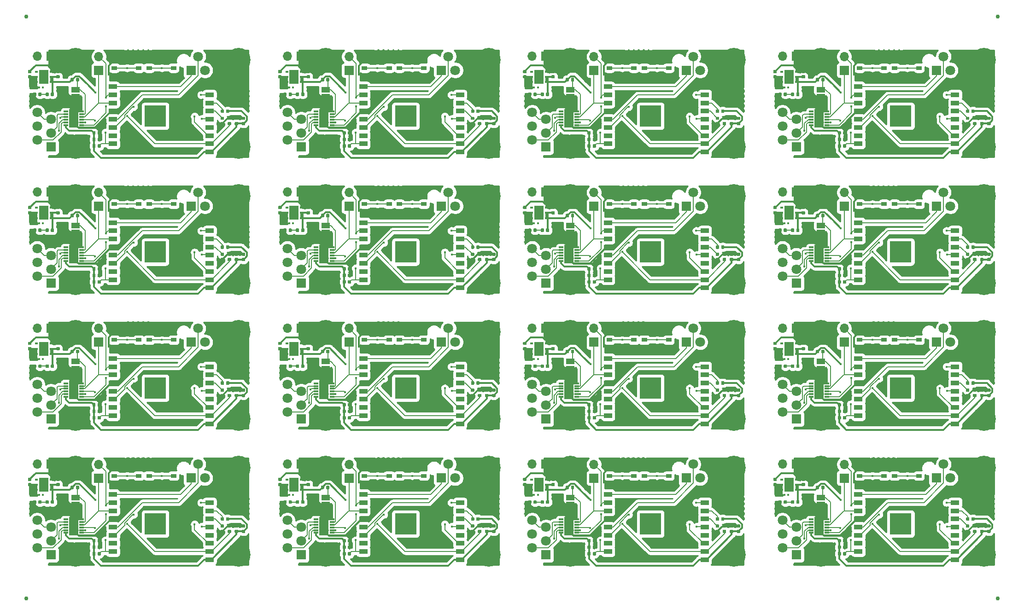
<source format=gbr>
G04 #@! TF.GenerationSoftware,KiCad,Pcbnew,5.1.5-52549c5~84~ubuntu18.04.1*
G04 #@! TF.CreationDate,2020-03-17T11:23:47+01:00*
G04 #@! TF.ProjectId,output.m3_panel,6f757470-7574-42e6-9d33-5f70616e656c,rev?*
G04 #@! TF.SameCoordinates,Original*
G04 #@! TF.FileFunction,Copper,L1,Top*
G04 #@! TF.FilePolarity,Positive*
%FSLAX46Y46*%
G04 Gerber Fmt 4.6, Leading zero omitted, Abs format (unit mm)*
G04 Created by KiCad (PCBNEW 5.1.5-52549c5~84~ubuntu18.04.1) date 2020-03-17 11:23:47*
%MOMM*%
%LPD*%
G04 APERTURE LIST*
%ADD10O,1.700000X1.700000*%
%ADD11R,1.700000X1.700000*%
%ADD12C,0.100000*%
%ADD13R,1.700000X2.600000*%
%ADD14R,0.630000X0.450000*%
%ADD15R,1.803400X3.403600*%
%ADD16R,0.812800X0.304800*%
%ADD17R,1.500000X1.000000*%
%ADD18C,1.800000*%
%ADD19R,1.800000X1.800000*%
%ADD20R,1.000000X0.700000*%
%ADD21C,4.400000*%
%ADD22R,4.000000X4.000000*%
%ADD23R,1.485000X0.900000*%
%ADD24C,0.750000*%
%ADD25C,0.400000*%
%ADD26C,0.304800*%
%ADD27C,0.152400*%
%ADD28C,0.254000*%
G04 APERTURE END LIST*
D10*
X150800000Y-49860000D03*
D11*
X150800000Y-52400000D03*
D10*
X139460000Y-49800000D03*
D11*
X142000000Y-49800000D03*
G04 #@! TA.AperFunction,SMDPad,CuDef*
D12*
G36*
X150076958Y-65980710D02*
G01*
X150091276Y-65982834D01*
X150105317Y-65986351D01*
X150118946Y-65991228D01*
X150132031Y-65997417D01*
X150144447Y-66004858D01*
X150156073Y-66013481D01*
X150166798Y-66023202D01*
X150176519Y-66033927D01*
X150185142Y-66045553D01*
X150192583Y-66057969D01*
X150198772Y-66071054D01*
X150203649Y-66084683D01*
X150207166Y-66098724D01*
X150209290Y-66113042D01*
X150210000Y-66127500D01*
X150210000Y-66472500D01*
X150209290Y-66486958D01*
X150207166Y-66501276D01*
X150203649Y-66515317D01*
X150198772Y-66528946D01*
X150192583Y-66542031D01*
X150185142Y-66554447D01*
X150176519Y-66566073D01*
X150166798Y-66576798D01*
X150156073Y-66586519D01*
X150144447Y-66595142D01*
X150132031Y-66602583D01*
X150118946Y-66608772D01*
X150105317Y-66613649D01*
X150091276Y-66617166D01*
X150076958Y-66619290D01*
X150062500Y-66620000D01*
X149767500Y-66620000D01*
X149753042Y-66619290D01*
X149738724Y-66617166D01*
X149724683Y-66613649D01*
X149711054Y-66608772D01*
X149697969Y-66602583D01*
X149685553Y-66595142D01*
X149673927Y-66586519D01*
X149663202Y-66576798D01*
X149653481Y-66566073D01*
X149644858Y-66554447D01*
X149637417Y-66542031D01*
X149631228Y-66528946D01*
X149626351Y-66515317D01*
X149622834Y-66501276D01*
X149620710Y-66486958D01*
X149620000Y-66472500D01*
X149620000Y-66127500D01*
X149620710Y-66113042D01*
X149622834Y-66098724D01*
X149626351Y-66084683D01*
X149631228Y-66071054D01*
X149637417Y-66057969D01*
X149644858Y-66045553D01*
X149653481Y-66033927D01*
X149663202Y-66023202D01*
X149673927Y-66013481D01*
X149685553Y-66004858D01*
X149697969Y-65997417D01*
X149711054Y-65991228D01*
X149724683Y-65986351D01*
X149738724Y-65982834D01*
X149753042Y-65980710D01*
X149767500Y-65980000D01*
X150062500Y-65980000D01*
X150076958Y-65980710D01*
G37*
G04 #@! TD.AperFunction*
G04 #@! TA.AperFunction,SMDPad,CuDef*
G36*
X151046958Y-65980710D02*
G01*
X151061276Y-65982834D01*
X151075317Y-65986351D01*
X151088946Y-65991228D01*
X151102031Y-65997417D01*
X151114447Y-66004858D01*
X151126073Y-66013481D01*
X151136798Y-66023202D01*
X151146519Y-66033927D01*
X151155142Y-66045553D01*
X151162583Y-66057969D01*
X151168772Y-66071054D01*
X151173649Y-66084683D01*
X151177166Y-66098724D01*
X151179290Y-66113042D01*
X151180000Y-66127500D01*
X151180000Y-66472500D01*
X151179290Y-66486958D01*
X151177166Y-66501276D01*
X151173649Y-66515317D01*
X151168772Y-66528946D01*
X151162583Y-66542031D01*
X151155142Y-66554447D01*
X151146519Y-66566073D01*
X151136798Y-66576798D01*
X151126073Y-66586519D01*
X151114447Y-66595142D01*
X151102031Y-66602583D01*
X151088946Y-66608772D01*
X151075317Y-66613649D01*
X151061276Y-66617166D01*
X151046958Y-66619290D01*
X151032500Y-66620000D01*
X150737500Y-66620000D01*
X150723042Y-66619290D01*
X150708724Y-66617166D01*
X150694683Y-66613649D01*
X150681054Y-66608772D01*
X150667969Y-66602583D01*
X150655553Y-66595142D01*
X150643927Y-66586519D01*
X150633202Y-66576798D01*
X150623481Y-66566073D01*
X150614858Y-66554447D01*
X150607417Y-66542031D01*
X150601228Y-66528946D01*
X150596351Y-66515317D01*
X150592834Y-66501276D01*
X150590710Y-66486958D01*
X150590000Y-66472500D01*
X150590000Y-66127500D01*
X150590710Y-66113042D01*
X150592834Y-66098724D01*
X150596351Y-66084683D01*
X150601228Y-66071054D01*
X150607417Y-66057969D01*
X150614858Y-66045553D01*
X150623481Y-66033927D01*
X150633202Y-66023202D01*
X150643927Y-66013481D01*
X150655553Y-66004858D01*
X150667969Y-65997417D01*
X150681054Y-65991228D01*
X150694683Y-65986351D01*
X150708724Y-65982834D01*
X150723042Y-65980710D01*
X150737500Y-65980000D01*
X151032500Y-65980000D01*
X151046958Y-65980710D01*
G37*
G04 #@! TD.AperFunction*
D13*
X140700000Y-53600000D03*
D14*
X139360000Y-54550000D03*
X139360000Y-53600000D03*
X139360000Y-52650000D03*
X142040000Y-52650000D03*
X142040000Y-53600000D03*
X142040000Y-54550000D03*
D15*
X146200000Y-61200000D03*
D16*
X144752200Y-62450000D03*
X144752200Y-61950000D03*
X144752200Y-61450000D03*
X144752200Y-60950000D03*
X144752200Y-60450000D03*
X144752200Y-59950000D03*
X147647800Y-59950000D03*
X147647800Y-60450000D03*
X147647800Y-60950000D03*
X147647800Y-61450000D03*
X147647800Y-61950000D03*
X147647800Y-62450000D03*
G04 #@! TA.AperFunction,SMDPad,CuDef*
D12*
G36*
X139176958Y-56480710D02*
G01*
X139191276Y-56482834D01*
X139205317Y-56486351D01*
X139218946Y-56491228D01*
X139232031Y-56497417D01*
X139244447Y-56504858D01*
X139256073Y-56513481D01*
X139266798Y-56523202D01*
X139276519Y-56533927D01*
X139285142Y-56545553D01*
X139292583Y-56557969D01*
X139298772Y-56571054D01*
X139303649Y-56584683D01*
X139307166Y-56598724D01*
X139309290Y-56613042D01*
X139310000Y-56627500D01*
X139310000Y-56972500D01*
X139309290Y-56986958D01*
X139307166Y-57001276D01*
X139303649Y-57015317D01*
X139298772Y-57028946D01*
X139292583Y-57042031D01*
X139285142Y-57054447D01*
X139276519Y-57066073D01*
X139266798Y-57076798D01*
X139256073Y-57086519D01*
X139244447Y-57095142D01*
X139232031Y-57102583D01*
X139218946Y-57108772D01*
X139205317Y-57113649D01*
X139191276Y-57117166D01*
X139176958Y-57119290D01*
X139162500Y-57120000D01*
X138867500Y-57120000D01*
X138853042Y-57119290D01*
X138838724Y-57117166D01*
X138824683Y-57113649D01*
X138811054Y-57108772D01*
X138797969Y-57102583D01*
X138785553Y-57095142D01*
X138773927Y-57086519D01*
X138763202Y-57076798D01*
X138753481Y-57066073D01*
X138744858Y-57054447D01*
X138737417Y-57042031D01*
X138731228Y-57028946D01*
X138726351Y-57015317D01*
X138722834Y-57001276D01*
X138720710Y-56986958D01*
X138720000Y-56972500D01*
X138720000Y-56627500D01*
X138720710Y-56613042D01*
X138722834Y-56598724D01*
X138726351Y-56584683D01*
X138731228Y-56571054D01*
X138737417Y-56557969D01*
X138744858Y-56545553D01*
X138753481Y-56533927D01*
X138763202Y-56523202D01*
X138773927Y-56513481D01*
X138785553Y-56504858D01*
X138797969Y-56497417D01*
X138811054Y-56491228D01*
X138824683Y-56486351D01*
X138838724Y-56482834D01*
X138853042Y-56480710D01*
X138867500Y-56480000D01*
X139162500Y-56480000D01*
X139176958Y-56480710D01*
G37*
G04 #@! TD.AperFunction*
G04 #@! TA.AperFunction,SMDPad,CuDef*
G36*
X140146958Y-56480710D02*
G01*
X140161276Y-56482834D01*
X140175317Y-56486351D01*
X140188946Y-56491228D01*
X140202031Y-56497417D01*
X140214447Y-56504858D01*
X140226073Y-56513481D01*
X140236798Y-56523202D01*
X140246519Y-56533927D01*
X140255142Y-56545553D01*
X140262583Y-56557969D01*
X140268772Y-56571054D01*
X140273649Y-56584683D01*
X140277166Y-56598724D01*
X140279290Y-56613042D01*
X140280000Y-56627500D01*
X140280000Y-56972500D01*
X140279290Y-56986958D01*
X140277166Y-57001276D01*
X140273649Y-57015317D01*
X140268772Y-57028946D01*
X140262583Y-57042031D01*
X140255142Y-57054447D01*
X140246519Y-57066073D01*
X140236798Y-57076798D01*
X140226073Y-57086519D01*
X140214447Y-57095142D01*
X140202031Y-57102583D01*
X140188946Y-57108772D01*
X140175317Y-57113649D01*
X140161276Y-57117166D01*
X140146958Y-57119290D01*
X140132500Y-57120000D01*
X139837500Y-57120000D01*
X139823042Y-57119290D01*
X139808724Y-57117166D01*
X139794683Y-57113649D01*
X139781054Y-57108772D01*
X139767969Y-57102583D01*
X139755553Y-57095142D01*
X139743927Y-57086519D01*
X139733202Y-57076798D01*
X139723481Y-57066073D01*
X139714858Y-57054447D01*
X139707417Y-57042031D01*
X139701228Y-57028946D01*
X139696351Y-57015317D01*
X139692834Y-57001276D01*
X139690710Y-56986958D01*
X139690000Y-56972500D01*
X139690000Y-56627500D01*
X139690710Y-56613042D01*
X139692834Y-56598724D01*
X139696351Y-56584683D01*
X139701228Y-56571054D01*
X139707417Y-56557969D01*
X139714858Y-56545553D01*
X139723481Y-56533927D01*
X139733202Y-56523202D01*
X139743927Y-56513481D01*
X139755553Y-56504858D01*
X139767969Y-56497417D01*
X139781054Y-56491228D01*
X139794683Y-56486351D01*
X139808724Y-56482834D01*
X139823042Y-56480710D01*
X139837500Y-56480000D01*
X140132500Y-56480000D01*
X140146958Y-56480710D01*
G37*
G04 #@! TD.AperFunction*
D17*
X146500000Y-55950000D03*
X146500000Y-57250000D03*
D18*
X139460000Y-62690000D03*
X142000000Y-63960000D03*
X139460000Y-65230000D03*
D19*
X142000000Y-66500000D03*
D18*
X142000000Y-61420000D03*
X139460000Y-60150000D03*
X171605000Y-49830000D03*
X170335000Y-52370000D03*
X169065000Y-49830000D03*
D19*
X167795000Y-52370000D03*
G04 #@! TA.AperFunction,SMDPad,CuDef*
D12*
G36*
X138286958Y-53290710D02*
G01*
X138301276Y-53292834D01*
X138315317Y-53296351D01*
X138328946Y-53301228D01*
X138342031Y-53307417D01*
X138354447Y-53314858D01*
X138366073Y-53323481D01*
X138376798Y-53333202D01*
X138386519Y-53343927D01*
X138395142Y-53355553D01*
X138402583Y-53367969D01*
X138408772Y-53381054D01*
X138413649Y-53394683D01*
X138417166Y-53408724D01*
X138419290Y-53423042D01*
X138420000Y-53437500D01*
X138420000Y-53732500D01*
X138419290Y-53746958D01*
X138417166Y-53761276D01*
X138413649Y-53775317D01*
X138408772Y-53788946D01*
X138402583Y-53802031D01*
X138395142Y-53814447D01*
X138386519Y-53826073D01*
X138376798Y-53836798D01*
X138366073Y-53846519D01*
X138354447Y-53855142D01*
X138342031Y-53862583D01*
X138328946Y-53868772D01*
X138315317Y-53873649D01*
X138301276Y-53877166D01*
X138286958Y-53879290D01*
X138272500Y-53880000D01*
X137927500Y-53880000D01*
X137913042Y-53879290D01*
X137898724Y-53877166D01*
X137884683Y-53873649D01*
X137871054Y-53868772D01*
X137857969Y-53862583D01*
X137845553Y-53855142D01*
X137833927Y-53846519D01*
X137823202Y-53836798D01*
X137813481Y-53826073D01*
X137804858Y-53814447D01*
X137797417Y-53802031D01*
X137791228Y-53788946D01*
X137786351Y-53775317D01*
X137782834Y-53761276D01*
X137780710Y-53746958D01*
X137780000Y-53732500D01*
X137780000Y-53437500D01*
X137780710Y-53423042D01*
X137782834Y-53408724D01*
X137786351Y-53394683D01*
X137791228Y-53381054D01*
X137797417Y-53367969D01*
X137804858Y-53355553D01*
X137813481Y-53343927D01*
X137823202Y-53333202D01*
X137833927Y-53323481D01*
X137845553Y-53314858D01*
X137857969Y-53307417D01*
X137871054Y-53301228D01*
X137884683Y-53296351D01*
X137898724Y-53292834D01*
X137913042Y-53290710D01*
X137927500Y-53290000D01*
X138272500Y-53290000D01*
X138286958Y-53290710D01*
G37*
G04 #@! TD.AperFunction*
G04 #@! TA.AperFunction,SMDPad,CuDef*
G36*
X138286958Y-52320710D02*
G01*
X138301276Y-52322834D01*
X138315317Y-52326351D01*
X138328946Y-52331228D01*
X138342031Y-52337417D01*
X138354447Y-52344858D01*
X138366073Y-52353481D01*
X138376798Y-52363202D01*
X138386519Y-52373927D01*
X138395142Y-52385553D01*
X138402583Y-52397969D01*
X138408772Y-52411054D01*
X138413649Y-52424683D01*
X138417166Y-52438724D01*
X138419290Y-52453042D01*
X138420000Y-52467500D01*
X138420000Y-52762500D01*
X138419290Y-52776958D01*
X138417166Y-52791276D01*
X138413649Y-52805317D01*
X138408772Y-52818946D01*
X138402583Y-52832031D01*
X138395142Y-52844447D01*
X138386519Y-52856073D01*
X138376798Y-52866798D01*
X138366073Y-52876519D01*
X138354447Y-52885142D01*
X138342031Y-52892583D01*
X138328946Y-52898772D01*
X138315317Y-52903649D01*
X138301276Y-52907166D01*
X138286958Y-52909290D01*
X138272500Y-52910000D01*
X137927500Y-52910000D01*
X137913042Y-52909290D01*
X137898724Y-52907166D01*
X137884683Y-52903649D01*
X137871054Y-52898772D01*
X137857969Y-52892583D01*
X137845553Y-52885142D01*
X137833927Y-52876519D01*
X137823202Y-52866798D01*
X137813481Y-52856073D01*
X137804858Y-52844447D01*
X137797417Y-52832031D01*
X137791228Y-52818946D01*
X137786351Y-52805317D01*
X137782834Y-52791276D01*
X137780710Y-52776958D01*
X137780000Y-52762500D01*
X137780000Y-52467500D01*
X137780710Y-52453042D01*
X137782834Y-52438724D01*
X137786351Y-52424683D01*
X137791228Y-52411054D01*
X137797417Y-52397969D01*
X137804858Y-52385553D01*
X137813481Y-52373927D01*
X137823202Y-52363202D01*
X137833927Y-52353481D01*
X137845553Y-52344858D01*
X137857969Y-52337417D01*
X137871054Y-52331228D01*
X137884683Y-52326351D01*
X137898724Y-52322834D01*
X137913042Y-52320710D01*
X137927500Y-52320000D01*
X138272500Y-52320000D01*
X138286958Y-52320710D01*
G37*
G04 #@! TD.AperFunction*
G04 #@! TA.AperFunction,SMDPad,CuDef*
G36*
X143486958Y-52320710D02*
G01*
X143501276Y-52322834D01*
X143515317Y-52326351D01*
X143528946Y-52331228D01*
X143542031Y-52337417D01*
X143554447Y-52344858D01*
X143566073Y-52353481D01*
X143576798Y-52363202D01*
X143586519Y-52373927D01*
X143595142Y-52385553D01*
X143602583Y-52397969D01*
X143608772Y-52411054D01*
X143613649Y-52424683D01*
X143617166Y-52438724D01*
X143619290Y-52453042D01*
X143620000Y-52467500D01*
X143620000Y-52762500D01*
X143619290Y-52776958D01*
X143617166Y-52791276D01*
X143613649Y-52805317D01*
X143608772Y-52818946D01*
X143602583Y-52832031D01*
X143595142Y-52844447D01*
X143586519Y-52856073D01*
X143576798Y-52866798D01*
X143566073Y-52876519D01*
X143554447Y-52885142D01*
X143542031Y-52892583D01*
X143528946Y-52898772D01*
X143515317Y-52903649D01*
X143501276Y-52907166D01*
X143486958Y-52909290D01*
X143472500Y-52910000D01*
X143127500Y-52910000D01*
X143113042Y-52909290D01*
X143098724Y-52907166D01*
X143084683Y-52903649D01*
X143071054Y-52898772D01*
X143057969Y-52892583D01*
X143045553Y-52885142D01*
X143033927Y-52876519D01*
X143023202Y-52866798D01*
X143013481Y-52856073D01*
X143004858Y-52844447D01*
X142997417Y-52832031D01*
X142991228Y-52818946D01*
X142986351Y-52805317D01*
X142982834Y-52791276D01*
X142980710Y-52776958D01*
X142980000Y-52762500D01*
X142980000Y-52467500D01*
X142980710Y-52453042D01*
X142982834Y-52438724D01*
X142986351Y-52424683D01*
X142991228Y-52411054D01*
X142997417Y-52397969D01*
X143004858Y-52385553D01*
X143013481Y-52373927D01*
X143023202Y-52363202D01*
X143033927Y-52353481D01*
X143045553Y-52344858D01*
X143057969Y-52337417D01*
X143071054Y-52331228D01*
X143084683Y-52326351D01*
X143098724Y-52322834D01*
X143113042Y-52320710D01*
X143127500Y-52320000D01*
X143472500Y-52320000D01*
X143486958Y-52320710D01*
G37*
G04 #@! TD.AperFunction*
G04 #@! TA.AperFunction,SMDPad,CuDef*
G36*
X143486958Y-53290710D02*
G01*
X143501276Y-53292834D01*
X143515317Y-53296351D01*
X143528946Y-53301228D01*
X143542031Y-53307417D01*
X143554447Y-53314858D01*
X143566073Y-53323481D01*
X143576798Y-53333202D01*
X143586519Y-53343927D01*
X143595142Y-53355553D01*
X143602583Y-53367969D01*
X143608772Y-53381054D01*
X143613649Y-53394683D01*
X143617166Y-53408724D01*
X143619290Y-53423042D01*
X143620000Y-53437500D01*
X143620000Y-53732500D01*
X143619290Y-53746958D01*
X143617166Y-53761276D01*
X143613649Y-53775317D01*
X143608772Y-53788946D01*
X143602583Y-53802031D01*
X143595142Y-53814447D01*
X143586519Y-53826073D01*
X143576798Y-53836798D01*
X143566073Y-53846519D01*
X143554447Y-53855142D01*
X143542031Y-53862583D01*
X143528946Y-53868772D01*
X143515317Y-53873649D01*
X143501276Y-53877166D01*
X143486958Y-53879290D01*
X143472500Y-53880000D01*
X143127500Y-53880000D01*
X143113042Y-53879290D01*
X143098724Y-53877166D01*
X143084683Y-53873649D01*
X143071054Y-53868772D01*
X143057969Y-53862583D01*
X143045553Y-53855142D01*
X143033927Y-53846519D01*
X143023202Y-53836798D01*
X143013481Y-53826073D01*
X143004858Y-53814447D01*
X142997417Y-53802031D01*
X142991228Y-53788946D01*
X142986351Y-53775317D01*
X142982834Y-53761276D01*
X142980710Y-53746958D01*
X142980000Y-53732500D01*
X142980000Y-53437500D01*
X142980710Y-53423042D01*
X142982834Y-53408724D01*
X142986351Y-53394683D01*
X142991228Y-53381054D01*
X142997417Y-53367969D01*
X143004858Y-53355553D01*
X143013481Y-53343927D01*
X143023202Y-53333202D01*
X143033927Y-53323481D01*
X143045553Y-53314858D01*
X143057969Y-53307417D01*
X143071054Y-53301228D01*
X143084683Y-53296351D01*
X143098724Y-53292834D01*
X143113042Y-53290710D01*
X143127500Y-53290000D01*
X143472500Y-53290000D01*
X143486958Y-53290710D01*
G37*
G04 #@! TD.AperFunction*
D20*
X153650000Y-51975000D03*
X158150000Y-51975000D03*
X158150000Y-49825000D03*
X153650000Y-49825000D03*
G04 #@! TA.AperFunction,SMDPad,CuDef*
D12*
G36*
X173686958Y-61890710D02*
G01*
X173701276Y-61892834D01*
X173715317Y-61896351D01*
X173728946Y-61901228D01*
X173742031Y-61907417D01*
X173754447Y-61914858D01*
X173766073Y-61923481D01*
X173776798Y-61933202D01*
X173786519Y-61943927D01*
X173795142Y-61955553D01*
X173802583Y-61967969D01*
X173808772Y-61981054D01*
X173813649Y-61994683D01*
X173817166Y-62008724D01*
X173819290Y-62023042D01*
X173820000Y-62037500D01*
X173820000Y-62332500D01*
X173819290Y-62346958D01*
X173817166Y-62361276D01*
X173813649Y-62375317D01*
X173808772Y-62388946D01*
X173802583Y-62402031D01*
X173795142Y-62414447D01*
X173786519Y-62426073D01*
X173776798Y-62436798D01*
X173766073Y-62446519D01*
X173754447Y-62455142D01*
X173742031Y-62462583D01*
X173728946Y-62468772D01*
X173715317Y-62473649D01*
X173701276Y-62477166D01*
X173686958Y-62479290D01*
X173672500Y-62480000D01*
X173327500Y-62480000D01*
X173313042Y-62479290D01*
X173298724Y-62477166D01*
X173284683Y-62473649D01*
X173271054Y-62468772D01*
X173257969Y-62462583D01*
X173245553Y-62455142D01*
X173233927Y-62446519D01*
X173223202Y-62436798D01*
X173213481Y-62426073D01*
X173204858Y-62414447D01*
X173197417Y-62402031D01*
X173191228Y-62388946D01*
X173186351Y-62375317D01*
X173182834Y-62361276D01*
X173180710Y-62346958D01*
X173180000Y-62332500D01*
X173180000Y-62037500D01*
X173180710Y-62023042D01*
X173182834Y-62008724D01*
X173186351Y-61994683D01*
X173191228Y-61981054D01*
X173197417Y-61967969D01*
X173204858Y-61955553D01*
X173213481Y-61943927D01*
X173223202Y-61933202D01*
X173233927Y-61923481D01*
X173245553Y-61914858D01*
X173257969Y-61907417D01*
X173271054Y-61901228D01*
X173284683Y-61896351D01*
X173298724Y-61892834D01*
X173313042Y-61890710D01*
X173327500Y-61890000D01*
X173672500Y-61890000D01*
X173686958Y-61890710D01*
G37*
G04 #@! TD.AperFunction*
G04 #@! TA.AperFunction,SMDPad,CuDef*
G36*
X173686958Y-60920710D02*
G01*
X173701276Y-60922834D01*
X173715317Y-60926351D01*
X173728946Y-60931228D01*
X173742031Y-60937417D01*
X173754447Y-60944858D01*
X173766073Y-60953481D01*
X173776798Y-60963202D01*
X173786519Y-60973927D01*
X173795142Y-60985553D01*
X173802583Y-60997969D01*
X173808772Y-61011054D01*
X173813649Y-61024683D01*
X173817166Y-61038724D01*
X173819290Y-61053042D01*
X173820000Y-61067500D01*
X173820000Y-61362500D01*
X173819290Y-61376958D01*
X173817166Y-61391276D01*
X173813649Y-61405317D01*
X173808772Y-61418946D01*
X173802583Y-61432031D01*
X173795142Y-61444447D01*
X173786519Y-61456073D01*
X173776798Y-61466798D01*
X173766073Y-61476519D01*
X173754447Y-61485142D01*
X173742031Y-61492583D01*
X173728946Y-61498772D01*
X173715317Y-61503649D01*
X173701276Y-61507166D01*
X173686958Y-61509290D01*
X173672500Y-61510000D01*
X173327500Y-61510000D01*
X173313042Y-61509290D01*
X173298724Y-61507166D01*
X173284683Y-61503649D01*
X173271054Y-61498772D01*
X173257969Y-61492583D01*
X173245553Y-61485142D01*
X173233927Y-61476519D01*
X173223202Y-61466798D01*
X173213481Y-61456073D01*
X173204858Y-61444447D01*
X173197417Y-61432031D01*
X173191228Y-61418946D01*
X173186351Y-61405317D01*
X173182834Y-61391276D01*
X173180710Y-61376958D01*
X173180000Y-61362500D01*
X173180000Y-61067500D01*
X173180710Y-61053042D01*
X173182834Y-61038724D01*
X173186351Y-61024683D01*
X173191228Y-61011054D01*
X173197417Y-60997969D01*
X173204858Y-60985553D01*
X173213481Y-60973927D01*
X173223202Y-60963202D01*
X173233927Y-60953481D01*
X173245553Y-60944858D01*
X173257969Y-60937417D01*
X173271054Y-60931228D01*
X173284683Y-60926351D01*
X173298724Y-60922834D01*
X173313042Y-60920710D01*
X173327500Y-60920000D01*
X173672500Y-60920000D01*
X173686958Y-60920710D01*
G37*
G04 #@! TD.AperFunction*
G04 #@! TA.AperFunction,SMDPad,CuDef*
G36*
X142446958Y-56480710D02*
G01*
X142461276Y-56482834D01*
X142475317Y-56486351D01*
X142488946Y-56491228D01*
X142502031Y-56497417D01*
X142514447Y-56504858D01*
X142526073Y-56513481D01*
X142536798Y-56523202D01*
X142546519Y-56533927D01*
X142555142Y-56545553D01*
X142562583Y-56557969D01*
X142568772Y-56571054D01*
X142573649Y-56584683D01*
X142577166Y-56598724D01*
X142579290Y-56613042D01*
X142580000Y-56627500D01*
X142580000Y-56972500D01*
X142579290Y-56986958D01*
X142577166Y-57001276D01*
X142573649Y-57015317D01*
X142568772Y-57028946D01*
X142562583Y-57042031D01*
X142555142Y-57054447D01*
X142546519Y-57066073D01*
X142536798Y-57076798D01*
X142526073Y-57086519D01*
X142514447Y-57095142D01*
X142502031Y-57102583D01*
X142488946Y-57108772D01*
X142475317Y-57113649D01*
X142461276Y-57117166D01*
X142446958Y-57119290D01*
X142432500Y-57120000D01*
X142137500Y-57120000D01*
X142123042Y-57119290D01*
X142108724Y-57117166D01*
X142094683Y-57113649D01*
X142081054Y-57108772D01*
X142067969Y-57102583D01*
X142055553Y-57095142D01*
X142043927Y-57086519D01*
X142033202Y-57076798D01*
X142023481Y-57066073D01*
X142014858Y-57054447D01*
X142007417Y-57042031D01*
X142001228Y-57028946D01*
X141996351Y-57015317D01*
X141992834Y-57001276D01*
X141990710Y-56986958D01*
X141990000Y-56972500D01*
X141990000Y-56627500D01*
X141990710Y-56613042D01*
X141992834Y-56598724D01*
X141996351Y-56584683D01*
X142001228Y-56571054D01*
X142007417Y-56557969D01*
X142014858Y-56545553D01*
X142023481Y-56533927D01*
X142033202Y-56523202D01*
X142043927Y-56513481D01*
X142055553Y-56504858D01*
X142067969Y-56497417D01*
X142081054Y-56491228D01*
X142094683Y-56486351D01*
X142108724Y-56482834D01*
X142123042Y-56480710D01*
X142137500Y-56480000D01*
X142432500Y-56480000D01*
X142446958Y-56480710D01*
G37*
G04 #@! TD.AperFunction*
G04 #@! TA.AperFunction,SMDPad,CuDef*
G36*
X141476958Y-56480710D02*
G01*
X141491276Y-56482834D01*
X141505317Y-56486351D01*
X141518946Y-56491228D01*
X141532031Y-56497417D01*
X141544447Y-56504858D01*
X141556073Y-56513481D01*
X141566798Y-56523202D01*
X141576519Y-56533927D01*
X141585142Y-56545553D01*
X141592583Y-56557969D01*
X141598772Y-56571054D01*
X141603649Y-56584683D01*
X141607166Y-56598724D01*
X141609290Y-56613042D01*
X141610000Y-56627500D01*
X141610000Y-56972500D01*
X141609290Y-56986958D01*
X141607166Y-57001276D01*
X141603649Y-57015317D01*
X141598772Y-57028946D01*
X141592583Y-57042031D01*
X141585142Y-57054447D01*
X141576519Y-57066073D01*
X141566798Y-57076798D01*
X141556073Y-57086519D01*
X141544447Y-57095142D01*
X141532031Y-57102583D01*
X141518946Y-57108772D01*
X141505317Y-57113649D01*
X141491276Y-57117166D01*
X141476958Y-57119290D01*
X141462500Y-57120000D01*
X141167500Y-57120000D01*
X141153042Y-57119290D01*
X141138724Y-57117166D01*
X141124683Y-57113649D01*
X141111054Y-57108772D01*
X141097969Y-57102583D01*
X141085553Y-57095142D01*
X141073927Y-57086519D01*
X141063202Y-57076798D01*
X141053481Y-57066073D01*
X141044858Y-57054447D01*
X141037417Y-57042031D01*
X141031228Y-57028946D01*
X141026351Y-57015317D01*
X141022834Y-57001276D01*
X141020710Y-56986958D01*
X141020000Y-56972500D01*
X141020000Y-56627500D01*
X141020710Y-56613042D01*
X141022834Y-56598724D01*
X141026351Y-56584683D01*
X141031228Y-56571054D01*
X141037417Y-56557969D01*
X141044858Y-56545553D01*
X141053481Y-56533927D01*
X141063202Y-56523202D01*
X141073927Y-56513481D01*
X141085553Y-56504858D01*
X141097969Y-56497417D01*
X141111054Y-56491228D01*
X141124683Y-56486351D01*
X141138724Y-56482834D01*
X141153042Y-56480710D01*
X141167500Y-56480000D01*
X141462500Y-56480000D01*
X141476958Y-56480710D01*
G37*
G04 #@! TD.AperFunction*
D21*
X176500000Y-66500000D03*
X146500000Y-66500000D03*
X146500000Y-50500000D03*
X176500000Y-50500000D03*
G04 #@! TA.AperFunction,SMDPad,CuDef*
D12*
G36*
X146076958Y-53780710D02*
G01*
X146091276Y-53782834D01*
X146105317Y-53786351D01*
X146118946Y-53791228D01*
X146132031Y-53797417D01*
X146144447Y-53804858D01*
X146156073Y-53813481D01*
X146166798Y-53823202D01*
X146176519Y-53833927D01*
X146185142Y-53845553D01*
X146192583Y-53857969D01*
X146198772Y-53871054D01*
X146203649Y-53884683D01*
X146207166Y-53898724D01*
X146209290Y-53913042D01*
X146210000Y-53927500D01*
X146210000Y-54272500D01*
X146209290Y-54286958D01*
X146207166Y-54301276D01*
X146203649Y-54315317D01*
X146198772Y-54328946D01*
X146192583Y-54342031D01*
X146185142Y-54354447D01*
X146176519Y-54366073D01*
X146166798Y-54376798D01*
X146156073Y-54386519D01*
X146144447Y-54395142D01*
X146132031Y-54402583D01*
X146118946Y-54408772D01*
X146105317Y-54413649D01*
X146091276Y-54417166D01*
X146076958Y-54419290D01*
X146062500Y-54420000D01*
X145767500Y-54420000D01*
X145753042Y-54419290D01*
X145738724Y-54417166D01*
X145724683Y-54413649D01*
X145711054Y-54408772D01*
X145697969Y-54402583D01*
X145685553Y-54395142D01*
X145673927Y-54386519D01*
X145663202Y-54376798D01*
X145653481Y-54366073D01*
X145644858Y-54354447D01*
X145637417Y-54342031D01*
X145631228Y-54328946D01*
X145626351Y-54315317D01*
X145622834Y-54301276D01*
X145620710Y-54286958D01*
X145620000Y-54272500D01*
X145620000Y-53927500D01*
X145620710Y-53913042D01*
X145622834Y-53898724D01*
X145626351Y-53884683D01*
X145631228Y-53871054D01*
X145637417Y-53857969D01*
X145644858Y-53845553D01*
X145653481Y-53833927D01*
X145663202Y-53823202D01*
X145673927Y-53813481D01*
X145685553Y-53804858D01*
X145697969Y-53797417D01*
X145711054Y-53791228D01*
X145724683Y-53786351D01*
X145738724Y-53782834D01*
X145753042Y-53780710D01*
X145767500Y-53780000D01*
X146062500Y-53780000D01*
X146076958Y-53780710D01*
G37*
G04 #@! TD.AperFunction*
G04 #@! TA.AperFunction,SMDPad,CuDef*
G36*
X147046958Y-53780710D02*
G01*
X147061276Y-53782834D01*
X147075317Y-53786351D01*
X147088946Y-53791228D01*
X147102031Y-53797417D01*
X147114447Y-53804858D01*
X147126073Y-53813481D01*
X147136798Y-53823202D01*
X147146519Y-53833927D01*
X147155142Y-53845553D01*
X147162583Y-53857969D01*
X147168772Y-53871054D01*
X147173649Y-53884683D01*
X147177166Y-53898724D01*
X147179290Y-53913042D01*
X147180000Y-53927500D01*
X147180000Y-54272500D01*
X147179290Y-54286958D01*
X147177166Y-54301276D01*
X147173649Y-54315317D01*
X147168772Y-54328946D01*
X147162583Y-54342031D01*
X147155142Y-54354447D01*
X147146519Y-54366073D01*
X147136798Y-54376798D01*
X147126073Y-54386519D01*
X147114447Y-54395142D01*
X147102031Y-54402583D01*
X147088946Y-54408772D01*
X147075317Y-54413649D01*
X147061276Y-54417166D01*
X147046958Y-54419290D01*
X147032500Y-54420000D01*
X146737500Y-54420000D01*
X146723042Y-54419290D01*
X146708724Y-54417166D01*
X146694683Y-54413649D01*
X146681054Y-54408772D01*
X146667969Y-54402583D01*
X146655553Y-54395142D01*
X146643927Y-54386519D01*
X146633202Y-54376798D01*
X146623481Y-54366073D01*
X146614858Y-54354447D01*
X146607417Y-54342031D01*
X146601228Y-54328946D01*
X146596351Y-54315317D01*
X146592834Y-54301276D01*
X146590710Y-54286958D01*
X146590000Y-54272500D01*
X146590000Y-53927500D01*
X146590710Y-53913042D01*
X146592834Y-53898724D01*
X146596351Y-53884683D01*
X146601228Y-53871054D01*
X146607417Y-53857969D01*
X146614858Y-53845553D01*
X146623481Y-53833927D01*
X146633202Y-53823202D01*
X146643927Y-53813481D01*
X146655553Y-53804858D01*
X146667969Y-53797417D01*
X146681054Y-53791228D01*
X146694683Y-53786351D01*
X146708724Y-53782834D01*
X146723042Y-53780710D01*
X146737500Y-53780000D01*
X147032500Y-53780000D01*
X147046958Y-53780710D01*
G37*
G04 #@! TD.AperFunction*
G04 #@! TA.AperFunction,SMDPad,CuDef*
G36*
X174646958Y-59580710D02*
G01*
X174661276Y-59582834D01*
X174675317Y-59586351D01*
X174688946Y-59591228D01*
X174702031Y-59597417D01*
X174714447Y-59604858D01*
X174726073Y-59613481D01*
X174736798Y-59623202D01*
X174746519Y-59633927D01*
X174755142Y-59645553D01*
X174762583Y-59657969D01*
X174768772Y-59671054D01*
X174773649Y-59684683D01*
X174777166Y-59698724D01*
X174779290Y-59713042D01*
X174780000Y-59727500D01*
X174780000Y-60072500D01*
X174779290Y-60086958D01*
X174777166Y-60101276D01*
X174773649Y-60115317D01*
X174768772Y-60128946D01*
X174762583Y-60142031D01*
X174755142Y-60154447D01*
X174746519Y-60166073D01*
X174736798Y-60176798D01*
X174726073Y-60186519D01*
X174714447Y-60195142D01*
X174702031Y-60202583D01*
X174688946Y-60208772D01*
X174675317Y-60213649D01*
X174661276Y-60217166D01*
X174646958Y-60219290D01*
X174632500Y-60220000D01*
X174337500Y-60220000D01*
X174323042Y-60219290D01*
X174308724Y-60217166D01*
X174294683Y-60213649D01*
X174281054Y-60208772D01*
X174267969Y-60202583D01*
X174255553Y-60195142D01*
X174243927Y-60186519D01*
X174233202Y-60176798D01*
X174223481Y-60166073D01*
X174214858Y-60154447D01*
X174207417Y-60142031D01*
X174201228Y-60128946D01*
X174196351Y-60115317D01*
X174192834Y-60101276D01*
X174190710Y-60086958D01*
X174190000Y-60072500D01*
X174190000Y-59727500D01*
X174190710Y-59713042D01*
X174192834Y-59698724D01*
X174196351Y-59684683D01*
X174201228Y-59671054D01*
X174207417Y-59657969D01*
X174214858Y-59645553D01*
X174223481Y-59633927D01*
X174233202Y-59623202D01*
X174243927Y-59613481D01*
X174255553Y-59604858D01*
X174267969Y-59597417D01*
X174281054Y-59591228D01*
X174294683Y-59586351D01*
X174308724Y-59582834D01*
X174323042Y-59580710D01*
X174337500Y-59580000D01*
X174632500Y-59580000D01*
X174646958Y-59580710D01*
G37*
G04 #@! TD.AperFunction*
G04 #@! TA.AperFunction,SMDPad,CuDef*
G36*
X173676958Y-59580710D02*
G01*
X173691276Y-59582834D01*
X173705317Y-59586351D01*
X173718946Y-59591228D01*
X173732031Y-59597417D01*
X173744447Y-59604858D01*
X173756073Y-59613481D01*
X173766798Y-59623202D01*
X173776519Y-59633927D01*
X173785142Y-59645553D01*
X173792583Y-59657969D01*
X173798772Y-59671054D01*
X173803649Y-59684683D01*
X173807166Y-59698724D01*
X173809290Y-59713042D01*
X173810000Y-59727500D01*
X173810000Y-60072500D01*
X173809290Y-60086958D01*
X173807166Y-60101276D01*
X173803649Y-60115317D01*
X173798772Y-60128946D01*
X173792583Y-60142031D01*
X173785142Y-60154447D01*
X173776519Y-60166073D01*
X173766798Y-60176798D01*
X173756073Y-60186519D01*
X173744447Y-60195142D01*
X173732031Y-60202583D01*
X173718946Y-60208772D01*
X173705317Y-60213649D01*
X173691276Y-60217166D01*
X173676958Y-60219290D01*
X173662500Y-60220000D01*
X173367500Y-60220000D01*
X173353042Y-60219290D01*
X173338724Y-60217166D01*
X173324683Y-60213649D01*
X173311054Y-60208772D01*
X173297969Y-60202583D01*
X173285553Y-60195142D01*
X173273927Y-60186519D01*
X173263202Y-60176798D01*
X173253481Y-60166073D01*
X173244858Y-60154447D01*
X173237417Y-60142031D01*
X173231228Y-60128946D01*
X173226351Y-60115317D01*
X173222834Y-60101276D01*
X173220710Y-60086958D01*
X173220000Y-60072500D01*
X173220000Y-59727500D01*
X173220710Y-59713042D01*
X173222834Y-59698724D01*
X173226351Y-59684683D01*
X173231228Y-59671054D01*
X173237417Y-59657969D01*
X173244858Y-59645553D01*
X173253481Y-59633927D01*
X173263202Y-59623202D01*
X173273927Y-59613481D01*
X173285553Y-59604858D01*
X173297969Y-59597417D01*
X173311054Y-59591228D01*
X173324683Y-59586351D01*
X173338724Y-59582834D01*
X173353042Y-59580710D01*
X173367500Y-59580000D01*
X173662500Y-59580000D01*
X173676958Y-59580710D01*
G37*
G04 #@! TD.AperFunction*
D20*
X160050000Y-49825000D03*
X164550000Y-49825000D03*
X164550000Y-51975000D03*
X160050000Y-51975000D03*
G04 #@! TA.AperFunction,SMDPad,CuDef*
D12*
G36*
X150076958Y-64780710D02*
G01*
X150091276Y-64782834D01*
X150105317Y-64786351D01*
X150118946Y-64791228D01*
X150132031Y-64797417D01*
X150144447Y-64804858D01*
X150156073Y-64813481D01*
X150166798Y-64823202D01*
X150176519Y-64833927D01*
X150185142Y-64845553D01*
X150192583Y-64857969D01*
X150198772Y-64871054D01*
X150203649Y-64884683D01*
X150207166Y-64898724D01*
X150209290Y-64913042D01*
X150210000Y-64927500D01*
X150210000Y-65272500D01*
X150209290Y-65286958D01*
X150207166Y-65301276D01*
X150203649Y-65315317D01*
X150198772Y-65328946D01*
X150192583Y-65342031D01*
X150185142Y-65354447D01*
X150176519Y-65366073D01*
X150166798Y-65376798D01*
X150156073Y-65386519D01*
X150144447Y-65395142D01*
X150132031Y-65402583D01*
X150118946Y-65408772D01*
X150105317Y-65413649D01*
X150091276Y-65417166D01*
X150076958Y-65419290D01*
X150062500Y-65420000D01*
X149767500Y-65420000D01*
X149753042Y-65419290D01*
X149738724Y-65417166D01*
X149724683Y-65413649D01*
X149711054Y-65408772D01*
X149697969Y-65402583D01*
X149685553Y-65395142D01*
X149673927Y-65386519D01*
X149663202Y-65376798D01*
X149653481Y-65366073D01*
X149644858Y-65354447D01*
X149637417Y-65342031D01*
X149631228Y-65328946D01*
X149626351Y-65315317D01*
X149622834Y-65301276D01*
X149620710Y-65286958D01*
X149620000Y-65272500D01*
X149620000Y-64927500D01*
X149620710Y-64913042D01*
X149622834Y-64898724D01*
X149626351Y-64884683D01*
X149631228Y-64871054D01*
X149637417Y-64857969D01*
X149644858Y-64845553D01*
X149653481Y-64833927D01*
X149663202Y-64823202D01*
X149673927Y-64813481D01*
X149685553Y-64804858D01*
X149697969Y-64797417D01*
X149711054Y-64791228D01*
X149724683Y-64786351D01*
X149738724Y-64782834D01*
X149753042Y-64780710D01*
X149767500Y-64780000D01*
X150062500Y-64780000D01*
X150076958Y-64780710D01*
G37*
G04 #@! TD.AperFunction*
G04 #@! TA.AperFunction,SMDPad,CuDef*
G36*
X151046958Y-64780710D02*
G01*
X151061276Y-64782834D01*
X151075317Y-64786351D01*
X151088946Y-64791228D01*
X151102031Y-64797417D01*
X151114447Y-64804858D01*
X151126073Y-64813481D01*
X151136798Y-64823202D01*
X151146519Y-64833927D01*
X151155142Y-64845553D01*
X151162583Y-64857969D01*
X151168772Y-64871054D01*
X151173649Y-64884683D01*
X151177166Y-64898724D01*
X151179290Y-64913042D01*
X151180000Y-64927500D01*
X151180000Y-65272500D01*
X151179290Y-65286958D01*
X151177166Y-65301276D01*
X151173649Y-65315317D01*
X151168772Y-65328946D01*
X151162583Y-65342031D01*
X151155142Y-65354447D01*
X151146519Y-65366073D01*
X151136798Y-65376798D01*
X151126073Y-65386519D01*
X151114447Y-65395142D01*
X151102031Y-65402583D01*
X151088946Y-65408772D01*
X151075317Y-65413649D01*
X151061276Y-65417166D01*
X151046958Y-65419290D01*
X151032500Y-65420000D01*
X150737500Y-65420000D01*
X150723042Y-65419290D01*
X150708724Y-65417166D01*
X150694683Y-65413649D01*
X150681054Y-65408772D01*
X150667969Y-65402583D01*
X150655553Y-65395142D01*
X150643927Y-65386519D01*
X150633202Y-65376798D01*
X150623481Y-65366073D01*
X150614858Y-65354447D01*
X150607417Y-65342031D01*
X150601228Y-65328946D01*
X150596351Y-65315317D01*
X150592834Y-65301276D01*
X150590710Y-65286958D01*
X150590000Y-65272500D01*
X150590000Y-64927500D01*
X150590710Y-64913042D01*
X150592834Y-64898724D01*
X150596351Y-64884683D01*
X150601228Y-64871054D01*
X150607417Y-64857969D01*
X150614858Y-64845553D01*
X150623481Y-64833927D01*
X150633202Y-64823202D01*
X150643927Y-64813481D01*
X150655553Y-64804858D01*
X150667969Y-64797417D01*
X150681054Y-64791228D01*
X150694683Y-64786351D01*
X150708724Y-64782834D01*
X150723042Y-64780710D01*
X150737500Y-64780000D01*
X151032500Y-64780000D01*
X151046958Y-64780710D01*
G37*
G04 #@! TD.AperFunction*
G04 #@! TA.AperFunction,SMDPad,CuDef*
G36*
X177586958Y-61890710D02*
G01*
X177601276Y-61892834D01*
X177615317Y-61896351D01*
X177628946Y-61901228D01*
X177642031Y-61907417D01*
X177654447Y-61914858D01*
X177666073Y-61923481D01*
X177676798Y-61933202D01*
X177686519Y-61943927D01*
X177695142Y-61955553D01*
X177702583Y-61967969D01*
X177708772Y-61981054D01*
X177713649Y-61994683D01*
X177717166Y-62008724D01*
X177719290Y-62023042D01*
X177720000Y-62037500D01*
X177720000Y-62332500D01*
X177719290Y-62346958D01*
X177717166Y-62361276D01*
X177713649Y-62375317D01*
X177708772Y-62388946D01*
X177702583Y-62402031D01*
X177695142Y-62414447D01*
X177686519Y-62426073D01*
X177676798Y-62436798D01*
X177666073Y-62446519D01*
X177654447Y-62455142D01*
X177642031Y-62462583D01*
X177628946Y-62468772D01*
X177615317Y-62473649D01*
X177601276Y-62477166D01*
X177586958Y-62479290D01*
X177572500Y-62480000D01*
X177227500Y-62480000D01*
X177213042Y-62479290D01*
X177198724Y-62477166D01*
X177184683Y-62473649D01*
X177171054Y-62468772D01*
X177157969Y-62462583D01*
X177145553Y-62455142D01*
X177133927Y-62446519D01*
X177123202Y-62436798D01*
X177113481Y-62426073D01*
X177104858Y-62414447D01*
X177097417Y-62402031D01*
X177091228Y-62388946D01*
X177086351Y-62375317D01*
X177082834Y-62361276D01*
X177080710Y-62346958D01*
X177080000Y-62332500D01*
X177080000Y-62037500D01*
X177080710Y-62023042D01*
X177082834Y-62008724D01*
X177086351Y-61994683D01*
X177091228Y-61981054D01*
X177097417Y-61967969D01*
X177104858Y-61955553D01*
X177113481Y-61943927D01*
X177123202Y-61933202D01*
X177133927Y-61923481D01*
X177145553Y-61914858D01*
X177157969Y-61907417D01*
X177171054Y-61901228D01*
X177184683Y-61896351D01*
X177198724Y-61892834D01*
X177213042Y-61890710D01*
X177227500Y-61890000D01*
X177572500Y-61890000D01*
X177586958Y-61890710D01*
G37*
G04 #@! TD.AperFunction*
G04 #@! TA.AperFunction,SMDPad,CuDef*
G36*
X177586958Y-60920710D02*
G01*
X177601276Y-60922834D01*
X177615317Y-60926351D01*
X177628946Y-60931228D01*
X177642031Y-60937417D01*
X177654447Y-60944858D01*
X177666073Y-60953481D01*
X177676798Y-60963202D01*
X177686519Y-60973927D01*
X177695142Y-60985553D01*
X177702583Y-60997969D01*
X177708772Y-61011054D01*
X177713649Y-61024683D01*
X177717166Y-61038724D01*
X177719290Y-61053042D01*
X177720000Y-61067500D01*
X177720000Y-61362500D01*
X177719290Y-61376958D01*
X177717166Y-61391276D01*
X177713649Y-61405317D01*
X177708772Y-61418946D01*
X177702583Y-61432031D01*
X177695142Y-61444447D01*
X177686519Y-61456073D01*
X177676798Y-61466798D01*
X177666073Y-61476519D01*
X177654447Y-61485142D01*
X177642031Y-61492583D01*
X177628946Y-61498772D01*
X177615317Y-61503649D01*
X177601276Y-61507166D01*
X177586958Y-61509290D01*
X177572500Y-61510000D01*
X177227500Y-61510000D01*
X177213042Y-61509290D01*
X177198724Y-61507166D01*
X177184683Y-61503649D01*
X177171054Y-61498772D01*
X177157969Y-61492583D01*
X177145553Y-61485142D01*
X177133927Y-61476519D01*
X177123202Y-61466798D01*
X177113481Y-61456073D01*
X177104858Y-61444447D01*
X177097417Y-61432031D01*
X177091228Y-61418946D01*
X177086351Y-61405317D01*
X177082834Y-61391276D01*
X177080710Y-61376958D01*
X177080000Y-61362500D01*
X177080000Y-61067500D01*
X177080710Y-61053042D01*
X177082834Y-61038724D01*
X177086351Y-61024683D01*
X177091228Y-61011054D01*
X177097417Y-60997969D01*
X177104858Y-60985553D01*
X177113481Y-60973927D01*
X177123202Y-60963202D01*
X177133927Y-60953481D01*
X177145553Y-60944858D01*
X177157969Y-60937417D01*
X177171054Y-60931228D01*
X177184683Y-60926351D01*
X177198724Y-60922834D01*
X177213042Y-60920710D01*
X177227500Y-60920000D01*
X177572500Y-60920000D01*
X177586958Y-60920710D01*
G37*
G04 #@! TD.AperFunction*
G04 #@! TA.AperFunction,SMDPad,CuDef*
G36*
X176286958Y-60920710D02*
G01*
X176301276Y-60922834D01*
X176315317Y-60926351D01*
X176328946Y-60931228D01*
X176342031Y-60937417D01*
X176354447Y-60944858D01*
X176366073Y-60953481D01*
X176376798Y-60963202D01*
X176386519Y-60973927D01*
X176395142Y-60985553D01*
X176402583Y-60997969D01*
X176408772Y-61011054D01*
X176413649Y-61024683D01*
X176417166Y-61038724D01*
X176419290Y-61053042D01*
X176420000Y-61067500D01*
X176420000Y-61362500D01*
X176419290Y-61376958D01*
X176417166Y-61391276D01*
X176413649Y-61405317D01*
X176408772Y-61418946D01*
X176402583Y-61432031D01*
X176395142Y-61444447D01*
X176386519Y-61456073D01*
X176376798Y-61466798D01*
X176366073Y-61476519D01*
X176354447Y-61485142D01*
X176342031Y-61492583D01*
X176328946Y-61498772D01*
X176315317Y-61503649D01*
X176301276Y-61507166D01*
X176286958Y-61509290D01*
X176272500Y-61510000D01*
X175927500Y-61510000D01*
X175913042Y-61509290D01*
X175898724Y-61507166D01*
X175884683Y-61503649D01*
X175871054Y-61498772D01*
X175857969Y-61492583D01*
X175845553Y-61485142D01*
X175833927Y-61476519D01*
X175823202Y-61466798D01*
X175813481Y-61456073D01*
X175804858Y-61444447D01*
X175797417Y-61432031D01*
X175791228Y-61418946D01*
X175786351Y-61405317D01*
X175782834Y-61391276D01*
X175780710Y-61376958D01*
X175780000Y-61362500D01*
X175780000Y-61067500D01*
X175780710Y-61053042D01*
X175782834Y-61038724D01*
X175786351Y-61024683D01*
X175791228Y-61011054D01*
X175797417Y-60997969D01*
X175804858Y-60985553D01*
X175813481Y-60973927D01*
X175823202Y-60963202D01*
X175833927Y-60953481D01*
X175845553Y-60944858D01*
X175857969Y-60937417D01*
X175871054Y-60931228D01*
X175884683Y-60926351D01*
X175898724Y-60922834D01*
X175913042Y-60920710D01*
X175927500Y-60920000D01*
X176272500Y-60920000D01*
X176286958Y-60920710D01*
G37*
G04 #@! TD.AperFunction*
G04 #@! TA.AperFunction,SMDPad,CuDef*
G36*
X176286958Y-61890710D02*
G01*
X176301276Y-61892834D01*
X176315317Y-61896351D01*
X176328946Y-61901228D01*
X176342031Y-61907417D01*
X176354447Y-61914858D01*
X176366073Y-61923481D01*
X176376798Y-61933202D01*
X176386519Y-61943927D01*
X176395142Y-61955553D01*
X176402583Y-61967969D01*
X176408772Y-61981054D01*
X176413649Y-61994683D01*
X176417166Y-62008724D01*
X176419290Y-62023042D01*
X176420000Y-62037500D01*
X176420000Y-62332500D01*
X176419290Y-62346958D01*
X176417166Y-62361276D01*
X176413649Y-62375317D01*
X176408772Y-62388946D01*
X176402583Y-62402031D01*
X176395142Y-62414447D01*
X176386519Y-62426073D01*
X176376798Y-62436798D01*
X176366073Y-62446519D01*
X176354447Y-62455142D01*
X176342031Y-62462583D01*
X176328946Y-62468772D01*
X176315317Y-62473649D01*
X176301276Y-62477166D01*
X176286958Y-62479290D01*
X176272500Y-62480000D01*
X175927500Y-62480000D01*
X175913042Y-62479290D01*
X175898724Y-62477166D01*
X175884683Y-62473649D01*
X175871054Y-62468772D01*
X175857969Y-62462583D01*
X175845553Y-62455142D01*
X175833927Y-62446519D01*
X175823202Y-62436798D01*
X175813481Y-62426073D01*
X175804858Y-62414447D01*
X175797417Y-62402031D01*
X175791228Y-62388946D01*
X175786351Y-62375317D01*
X175782834Y-62361276D01*
X175780710Y-62346958D01*
X175780000Y-62332500D01*
X175780000Y-62037500D01*
X175780710Y-62023042D01*
X175782834Y-62008724D01*
X175786351Y-61994683D01*
X175791228Y-61981054D01*
X175797417Y-61967969D01*
X175804858Y-61955553D01*
X175813481Y-61943927D01*
X175823202Y-61933202D01*
X175833927Y-61923481D01*
X175845553Y-61914858D01*
X175857969Y-61907417D01*
X175871054Y-61901228D01*
X175884683Y-61896351D01*
X175898724Y-61892834D01*
X175913042Y-61890710D01*
X175927500Y-61890000D01*
X176272500Y-61890000D01*
X176286958Y-61890710D01*
G37*
G04 #@! TD.AperFunction*
G04 #@! TA.AperFunction,SMDPad,CuDef*
G36*
X151046958Y-63580710D02*
G01*
X151061276Y-63582834D01*
X151075317Y-63586351D01*
X151088946Y-63591228D01*
X151102031Y-63597417D01*
X151114447Y-63604858D01*
X151126073Y-63613481D01*
X151136798Y-63623202D01*
X151146519Y-63633927D01*
X151155142Y-63645553D01*
X151162583Y-63657969D01*
X151168772Y-63671054D01*
X151173649Y-63684683D01*
X151177166Y-63698724D01*
X151179290Y-63713042D01*
X151180000Y-63727500D01*
X151180000Y-64072500D01*
X151179290Y-64086958D01*
X151177166Y-64101276D01*
X151173649Y-64115317D01*
X151168772Y-64128946D01*
X151162583Y-64142031D01*
X151155142Y-64154447D01*
X151146519Y-64166073D01*
X151136798Y-64176798D01*
X151126073Y-64186519D01*
X151114447Y-64195142D01*
X151102031Y-64202583D01*
X151088946Y-64208772D01*
X151075317Y-64213649D01*
X151061276Y-64217166D01*
X151046958Y-64219290D01*
X151032500Y-64220000D01*
X150737500Y-64220000D01*
X150723042Y-64219290D01*
X150708724Y-64217166D01*
X150694683Y-64213649D01*
X150681054Y-64208772D01*
X150667969Y-64202583D01*
X150655553Y-64195142D01*
X150643927Y-64186519D01*
X150633202Y-64176798D01*
X150623481Y-64166073D01*
X150614858Y-64154447D01*
X150607417Y-64142031D01*
X150601228Y-64128946D01*
X150596351Y-64115317D01*
X150592834Y-64101276D01*
X150590710Y-64086958D01*
X150590000Y-64072500D01*
X150590000Y-63727500D01*
X150590710Y-63713042D01*
X150592834Y-63698724D01*
X150596351Y-63684683D01*
X150601228Y-63671054D01*
X150607417Y-63657969D01*
X150614858Y-63645553D01*
X150623481Y-63633927D01*
X150633202Y-63623202D01*
X150643927Y-63613481D01*
X150655553Y-63604858D01*
X150667969Y-63597417D01*
X150681054Y-63591228D01*
X150694683Y-63586351D01*
X150708724Y-63582834D01*
X150723042Y-63580710D01*
X150737500Y-63580000D01*
X151032500Y-63580000D01*
X151046958Y-63580710D01*
G37*
G04 #@! TD.AperFunction*
G04 #@! TA.AperFunction,SMDPad,CuDef*
G36*
X150076958Y-63580710D02*
G01*
X150091276Y-63582834D01*
X150105317Y-63586351D01*
X150118946Y-63591228D01*
X150132031Y-63597417D01*
X150144447Y-63604858D01*
X150156073Y-63613481D01*
X150166798Y-63623202D01*
X150176519Y-63633927D01*
X150185142Y-63645553D01*
X150192583Y-63657969D01*
X150198772Y-63671054D01*
X150203649Y-63684683D01*
X150207166Y-63698724D01*
X150209290Y-63713042D01*
X150210000Y-63727500D01*
X150210000Y-64072500D01*
X150209290Y-64086958D01*
X150207166Y-64101276D01*
X150203649Y-64115317D01*
X150198772Y-64128946D01*
X150192583Y-64142031D01*
X150185142Y-64154447D01*
X150176519Y-64166073D01*
X150166798Y-64176798D01*
X150156073Y-64186519D01*
X150144447Y-64195142D01*
X150132031Y-64202583D01*
X150118946Y-64208772D01*
X150105317Y-64213649D01*
X150091276Y-64217166D01*
X150076958Y-64219290D01*
X150062500Y-64220000D01*
X149767500Y-64220000D01*
X149753042Y-64219290D01*
X149738724Y-64217166D01*
X149724683Y-64213649D01*
X149711054Y-64208772D01*
X149697969Y-64202583D01*
X149685553Y-64195142D01*
X149673927Y-64186519D01*
X149663202Y-64176798D01*
X149653481Y-64166073D01*
X149644858Y-64154447D01*
X149637417Y-64142031D01*
X149631228Y-64128946D01*
X149626351Y-64115317D01*
X149622834Y-64101276D01*
X149620710Y-64086958D01*
X149620000Y-64072500D01*
X149620000Y-63727500D01*
X149620710Y-63713042D01*
X149622834Y-63698724D01*
X149626351Y-63684683D01*
X149631228Y-63671054D01*
X149637417Y-63657969D01*
X149644858Y-63645553D01*
X149653481Y-63633927D01*
X149663202Y-63623202D01*
X149673927Y-63613481D01*
X149685553Y-63604858D01*
X149697969Y-63597417D01*
X149711054Y-63591228D01*
X149724683Y-63586351D01*
X149738724Y-63582834D01*
X149753042Y-63580710D01*
X149767500Y-63580000D01*
X150062500Y-63580000D01*
X150076958Y-63580710D01*
G37*
G04 #@! TD.AperFunction*
G04 #@! TA.AperFunction,SMDPad,CuDef*
G36*
X174986958Y-60920710D02*
G01*
X175001276Y-60922834D01*
X175015317Y-60926351D01*
X175028946Y-60931228D01*
X175042031Y-60937417D01*
X175054447Y-60944858D01*
X175066073Y-60953481D01*
X175076798Y-60963202D01*
X175086519Y-60973927D01*
X175095142Y-60985553D01*
X175102583Y-60997969D01*
X175108772Y-61011054D01*
X175113649Y-61024683D01*
X175117166Y-61038724D01*
X175119290Y-61053042D01*
X175120000Y-61067500D01*
X175120000Y-61362500D01*
X175119290Y-61376958D01*
X175117166Y-61391276D01*
X175113649Y-61405317D01*
X175108772Y-61418946D01*
X175102583Y-61432031D01*
X175095142Y-61444447D01*
X175086519Y-61456073D01*
X175076798Y-61466798D01*
X175066073Y-61476519D01*
X175054447Y-61485142D01*
X175042031Y-61492583D01*
X175028946Y-61498772D01*
X175015317Y-61503649D01*
X175001276Y-61507166D01*
X174986958Y-61509290D01*
X174972500Y-61510000D01*
X174627500Y-61510000D01*
X174613042Y-61509290D01*
X174598724Y-61507166D01*
X174584683Y-61503649D01*
X174571054Y-61498772D01*
X174557969Y-61492583D01*
X174545553Y-61485142D01*
X174533927Y-61476519D01*
X174523202Y-61466798D01*
X174513481Y-61456073D01*
X174504858Y-61444447D01*
X174497417Y-61432031D01*
X174491228Y-61418946D01*
X174486351Y-61405317D01*
X174482834Y-61391276D01*
X174480710Y-61376958D01*
X174480000Y-61362500D01*
X174480000Y-61067500D01*
X174480710Y-61053042D01*
X174482834Y-61038724D01*
X174486351Y-61024683D01*
X174491228Y-61011054D01*
X174497417Y-60997969D01*
X174504858Y-60985553D01*
X174513481Y-60973927D01*
X174523202Y-60963202D01*
X174533927Y-60953481D01*
X174545553Y-60944858D01*
X174557969Y-60937417D01*
X174571054Y-60931228D01*
X174584683Y-60926351D01*
X174598724Y-60922834D01*
X174613042Y-60920710D01*
X174627500Y-60920000D01*
X174972500Y-60920000D01*
X174986958Y-60920710D01*
G37*
G04 #@! TD.AperFunction*
G04 #@! TA.AperFunction,SMDPad,CuDef*
G36*
X174986958Y-61890710D02*
G01*
X175001276Y-61892834D01*
X175015317Y-61896351D01*
X175028946Y-61901228D01*
X175042031Y-61907417D01*
X175054447Y-61914858D01*
X175066073Y-61923481D01*
X175076798Y-61933202D01*
X175086519Y-61943927D01*
X175095142Y-61955553D01*
X175102583Y-61967969D01*
X175108772Y-61981054D01*
X175113649Y-61994683D01*
X175117166Y-62008724D01*
X175119290Y-62023042D01*
X175120000Y-62037500D01*
X175120000Y-62332500D01*
X175119290Y-62346958D01*
X175117166Y-62361276D01*
X175113649Y-62375317D01*
X175108772Y-62388946D01*
X175102583Y-62402031D01*
X175095142Y-62414447D01*
X175086519Y-62426073D01*
X175076798Y-62436798D01*
X175066073Y-62446519D01*
X175054447Y-62455142D01*
X175042031Y-62462583D01*
X175028946Y-62468772D01*
X175015317Y-62473649D01*
X175001276Y-62477166D01*
X174986958Y-62479290D01*
X174972500Y-62480000D01*
X174627500Y-62480000D01*
X174613042Y-62479290D01*
X174598724Y-62477166D01*
X174584683Y-62473649D01*
X174571054Y-62468772D01*
X174557969Y-62462583D01*
X174545553Y-62455142D01*
X174533927Y-62446519D01*
X174523202Y-62436798D01*
X174513481Y-62426073D01*
X174504858Y-62414447D01*
X174497417Y-62402031D01*
X174491228Y-62388946D01*
X174486351Y-62375317D01*
X174482834Y-62361276D01*
X174480710Y-62346958D01*
X174480000Y-62332500D01*
X174480000Y-62037500D01*
X174480710Y-62023042D01*
X174482834Y-62008724D01*
X174486351Y-61994683D01*
X174491228Y-61981054D01*
X174497417Y-61967969D01*
X174504858Y-61955553D01*
X174513481Y-61943927D01*
X174523202Y-61933202D01*
X174533927Y-61923481D01*
X174545553Y-61914858D01*
X174557969Y-61907417D01*
X174571054Y-61901228D01*
X174584683Y-61896351D01*
X174598724Y-61892834D01*
X174613042Y-61890710D01*
X174627500Y-61890000D01*
X174972500Y-61890000D01*
X174986958Y-61890710D01*
G37*
G04 #@! TD.AperFunction*
D22*
X161200000Y-60800000D03*
D23*
X153407500Y-67400000D03*
X153407500Y-65900000D03*
X153407500Y-64400000D03*
X153407500Y-62900000D03*
X153407500Y-61400000D03*
X153407500Y-59900000D03*
X153407500Y-58400000D03*
X153407500Y-56900000D03*
X153407500Y-55400000D03*
X171192500Y-55400000D03*
X171192500Y-56900000D03*
X171192500Y-58400000D03*
X171192500Y-59900000D03*
X171192500Y-61400000D03*
X171192500Y-62900000D03*
X171192500Y-64400000D03*
X171192500Y-65900000D03*
X171192500Y-67400000D03*
D21*
X222500000Y-50500000D03*
X176500000Y-75500000D03*
X222500000Y-75500000D03*
X176500000Y-100500000D03*
X222500000Y-100500000D03*
X176500000Y-125500000D03*
X222500000Y-125500000D03*
D11*
X188000000Y-49800000D03*
D10*
X185460000Y-49800000D03*
D11*
X142000000Y-74800000D03*
D10*
X139460000Y-74800000D03*
D11*
X188000000Y-74800000D03*
D10*
X185460000Y-74800000D03*
D11*
X142000000Y-99800000D03*
D10*
X139460000Y-99800000D03*
D11*
X188000000Y-99800000D03*
D10*
X185460000Y-99800000D03*
D11*
X142000000Y-124800000D03*
D10*
X139460000Y-124800000D03*
D11*
X188000000Y-124800000D03*
D10*
X185460000Y-124800000D03*
G04 #@! TA.AperFunction,SMDPad,CuDef*
D12*
G36*
X220986958Y-61890710D02*
G01*
X221001276Y-61892834D01*
X221015317Y-61896351D01*
X221028946Y-61901228D01*
X221042031Y-61907417D01*
X221054447Y-61914858D01*
X221066073Y-61923481D01*
X221076798Y-61933202D01*
X221086519Y-61943927D01*
X221095142Y-61955553D01*
X221102583Y-61967969D01*
X221108772Y-61981054D01*
X221113649Y-61994683D01*
X221117166Y-62008724D01*
X221119290Y-62023042D01*
X221120000Y-62037500D01*
X221120000Y-62332500D01*
X221119290Y-62346958D01*
X221117166Y-62361276D01*
X221113649Y-62375317D01*
X221108772Y-62388946D01*
X221102583Y-62402031D01*
X221095142Y-62414447D01*
X221086519Y-62426073D01*
X221076798Y-62436798D01*
X221066073Y-62446519D01*
X221054447Y-62455142D01*
X221042031Y-62462583D01*
X221028946Y-62468772D01*
X221015317Y-62473649D01*
X221001276Y-62477166D01*
X220986958Y-62479290D01*
X220972500Y-62480000D01*
X220627500Y-62480000D01*
X220613042Y-62479290D01*
X220598724Y-62477166D01*
X220584683Y-62473649D01*
X220571054Y-62468772D01*
X220557969Y-62462583D01*
X220545553Y-62455142D01*
X220533927Y-62446519D01*
X220523202Y-62436798D01*
X220513481Y-62426073D01*
X220504858Y-62414447D01*
X220497417Y-62402031D01*
X220491228Y-62388946D01*
X220486351Y-62375317D01*
X220482834Y-62361276D01*
X220480710Y-62346958D01*
X220480000Y-62332500D01*
X220480000Y-62037500D01*
X220480710Y-62023042D01*
X220482834Y-62008724D01*
X220486351Y-61994683D01*
X220491228Y-61981054D01*
X220497417Y-61967969D01*
X220504858Y-61955553D01*
X220513481Y-61943927D01*
X220523202Y-61933202D01*
X220533927Y-61923481D01*
X220545553Y-61914858D01*
X220557969Y-61907417D01*
X220571054Y-61901228D01*
X220584683Y-61896351D01*
X220598724Y-61892834D01*
X220613042Y-61890710D01*
X220627500Y-61890000D01*
X220972500Y-61890000D01*
X220986958Y-61890710D01*
G37*
G04 #@! TD.AperFunction*
G04 #@! TA.AperFunction,SMDPad,CuDef*
G36*
X220986958Y-60920710D02*
G01*
X221001276Y-60922834D01*
X221015317Y-60926351D01*
X221028946Y-60931228D01*
X221042031Y-60937417D01*
X221054447Y-60944858D01*
X221066073Y-60953481D01*
X221076798Y-60963202D01*
X221086519Y-60973927D01*
X221095142Y-60985553D01*
X221102583Y-60997969D01*
X221108772Y-61011054D01*
X221113649Y-61024683D01*
X221117166Y-61038724D01*
X221119290Y-61053042D01*
X221120000Y-61067500D01*
X221120000Y-61362500D01*
X221119290Y-61376958D01*
X221117166Y-61391276D01*
X221113649Y-61405317D01*
X221108772Y-61418946D01*
X221102583Y-61432031D01*
X221095142Y-61444447D01*
X221086519Y-61456073D01*
X221076798Y-61466798D01*
X221066073Y-61476519D01*
X221054447Y-61485142D01*
X221042031Y-61492583D01*
X221028946Y-61498772D01*
X221015317Y-61503649D01*
X221001276Y-61507166D01*
X220986958Y-61509290D01*
X220972500Y-61510000D01*
X220627500Y-61510000D01*
X220613042Y-61509290D01*
X220598724Y-61507166D01*
X220584683Y-61503649D01*
X220571054Y-61498772D01*
X220557969Y-61492583D01*
X220545553Y-61485142D01*
X220533927Y-61476519D01*
X220523202Y-61466798D01*
X220513481Y-61456073D01*
X220504858Y-61444447D01*
X220497417Y-61432031D01*
X220491228Y-61418946D01*
X220486351Y-61405317D01*
X220482834Y-61391276D01*
X220480710Y-61376958D01*
X220480000Y-61362500D01*
X220480000Y-61067500D01*
X220480710Y-61053042D01*
X220482834Y-61038724D01*
X220486351Y-61024683D01*
X220491228Y-61011054D01*
X220497417Y-60997969D01*
X220504858Y-60985553D01*
X220513481Y-60973927D01*
X220523202Y-60963202D01*
X220533927Y-60953481D01*
X220545553Y-60944858D01*
X220557969Y-60937417D01*
X220571054Y-60931228D01*
X220584683Y-60926351D01*
X220598724Y-60922834D01*
X220613042Y-60920710D01*
X220627500Y-60920000D01*
X220972500Y-60920000D01*
X220986958Y-60920710D01*
G37*
G04 #@! TD.AperFunction*
G04 #@! TA.AperFunction,SMDPad,CuDef*
G36*
X174986958Y-86890710D02*
G01*
X175001276Y-86892834D01*
X175015317Y-86896351D01*
X175028946Y-86901228D01*
X175042031Y-86907417D01*
X175054447Y-86914858D01*
X175066073Y-86923481D01*
X175076798Y-86933202D01*
X175086519Y-86943927D01*
X175095142Y-86955553D01*
X175102583Y-86967969D01*
X175108772Y-86981054D01*
X175113649Y-86994683D01*
X175117166Y-87008724D01*
X175119290Y-87023042D01*
X175120000Y-87037500D01*
X175120000Y-87332500D01*
X175119290Y-87346958D01*
X175117166Y-87361276D01*
X175113649Y-87375317D01*
X175108772Y-87388946D01*
X175102583Y-87402031D01*
X175095142Y-87414447D01*
X175086519Y-87426073D01*
X175076798Y-87436798D01*
X175066073Y-87446519D01*
X175054447Y-87455142D01*
X175042031Y-87462583D01*
X175028946Y-87468772D01*
X175015317Y-87473649D01*
X175001276Y-87477166D01*
X174986958Y-87479290D01*
X174972500Y-87480000D01*
X174627500Y-87480000D01*
X174613042Y-87479290D01*
X174598724Y-87477166D01*
X174584683Y-87473649D01*
X174571054Y-87468772D01*
X174557969Y-87462583D01*
X174545553Y-87455142D01*
X174533927Y-87446519D01*
X174523202Y-87436798D01*
X174513481Y-87426073D01*
X174504858Y-87414447D01*
X174497417Y-87402031D01*
X174491228Y-87388946D01*
X174486351Y-87375317D01*
X174482834Y-87361276D01*
X174480710Y-87346958D01*
X174480000Y-87332500D01*
X174480000Y-87037500D01*
X174480710Y-87023042D01*
X174482834Y-87008724D01*
X174486351Y-86994683D01*
X174491228Y-86981054D01*
X174497417Y-86967969D01*
X174504858Y-86955553D01*
X174513481Y-86943927D01*
X174523202Y-86933202D01*
X174533927Y-86923481D01*
X174545553Y-86914858D01*
X174557969Y-86907417D01*
X174571054Y-86901228D01*
X174584683Y-86896351D01*
X174598724Y-86892834D01*
X174613042Y-86890710D01*
X174627500Y-86890000D01*
X174972500Y-86890000D01*
X174986958Y-86890710D01*
G37*
G04 #@! TD.AperFunction*
G04 #@! TA.AperFunction,SMDPad,CuDef*
G36*
X174986958Y-85920710D02*
G01*
X175001276Y-85922834D01*
X175015317Y-85926351D01*
X175028946Y-85931228D01*
X175042031Y-85937417D01*
X175054447Y-85944858D01*
X175066073Y-85953481D01*
X175076798Y-85963202D01*
X175086519Y-85973927D01*
X175095142Y-85985553D01*
X175102583Y-85997969D01*
X175108772Y-86011054D01*
X175113649Y-86024683D01*
X175117166Y-86038724D01*
X175119290Y-86053042D01*
X175120000Y-86067500D01*
X175120000Y-86362500D01*
X175119290Y-86376958D01*
X175117166Y-86391276D01*
X175113649Y-86405317D01*
X175108772Y-86418946D01*
X175102583Y-86432031D01*
X175095142Y-86444447D01*
X175086519Y-86456073D01*
X175076798Y-86466798D01*
X175066073Y-86476519D01*
X175054447Y-86485142D01*
X175042031Y-86492583D01*
X175028946Y-86498772D01*
X175015317Y-86503649D01*
X175001276Y-86507166D01*
X174986958Y-86509290D01*
X174972500Y-86510000D01*
X174627500Y-86510000D01*
X174613042Y-86509290D01*
X174598724Y-86507166D01*
X174584683Y-86503649D01*
X174571054Y-86498772D01*
X174557969Y-86492583D01*
X174545553Y-86485142D01*
X174533927Y-86476519D01*
X174523202Y-86466798D01*
X174513481Y-86456073D01*
X174504858Y-86444447D01*
X174497417Y-86432031D01*
X174491228Y-86418946D01*
X174486351Y-86405317D01*
X174482834Y-86391276D01*
X174480710Y-86376958D01*
X174480000Y-86362500D01*
X174480000Y-86067500D01*
X174480710Y-86053042D01*
X174482834Y-86038724D01*
X174486351Y-86024683D01*
X174491228Y-86011054D01*
X174497417Y-85997969D01*
X174504858Y-85985553D01*
X174513481Y-85973927D01*
X174523202Y-85963202D01*
X174533927Y-85953481D01*
X174545553Y-85944858D01*
X174557969Y-85937417D01*
X174571054Y-85931228D01*
X174584683Y-85926351D01*
X174598724Y-85922834D01*
X174613042Y-85920710D01*
X174627500Y-85920000D01*
X174972500Y-85920000D01*
X174986958Y-85920710D01*
G37*
G04 #@! TD.AperFunction*
G04 #@! TA.AperFunction,SMDPad,CuDef*
G36*
X220986958Y-86890710D02*
G01*
X221001276Y-86892834D01*
X221015317Y-86896351D01*
X221028946Y-86901228D01*
X221042031Y-86907417D01*
X221054447Y-86914858D01*
X221066073Y-86923481D01*
X221076798Y-86933202D01*
X221086519Y-86943927D01*
X221095142Y-86955553D01*
X221102583Y-86967969D01*
X221108772Y-86981054D01*
X221113649Y-86994683D01*
X221117166Y-87008724D01*
X221119290Y-87023042D01*
X221120000Y-87037500D01*
X221120000Y-87332500D01*
X221119290Y-87346958D01*
X221117166Y-87361276D01*
X221113649Y-87375317D01*
X221108772Y-87388946D01*
X221102583Y-87402031D01*
X221095142Y-87414447D01*
X221086519Y-87426073D01*
X221076798Y-87436798D01*
X221066073Y-87446519D01*
X221054447Y-87455142D01*
X221042031Y-87462583D01*
X221028946Y-87468772D01*
X221015317Y-87473649D01*
X221001276Y-87477166D01*
X220986958Y-87479290D01*
X220972500Y-87480000D01*
X220627500Y-87480000D01*
X220613042Y-87479290D01*
X220598724Y-87477166D01*
X220584683Y-87473649D01*
X220571054Y-87468772D01*
X220557969Y-87462583D01*
X220545553Y-87455142D01*
X220533927Y-87446519D01*
X220523202Y-87436798D01*
X220513481Y-87426073D01*
X220504858Y-87414447D01*
X220497417Y-87402031D01*
X220491228Y-87388946D01*
X220486351Y-87375317D01*
X220482834Y-87361276D01*
X220480710Y-87346958D01*
X220480000Y-87332500D01*
X220480000Y-87037500D01*
X220480710Y-87023042D01*
X220482834Y-87008724D01*
X220486351Y-86994683D01*
X220491228Y-86981054D01*
X220497417Y-86967969D01*
X220504858Y-86955553D01*
X220513481Y-86943927D01*
X220523202Y-86933202D01*
X220533927Y-86923481D01*
X220545553Y-86914858D01*
X220557969Y-86907417D01*
X220571054Y-86901228D01*
X220584683Y-86896351D01*
X220598724Y-86892834D01*
X220613042Y-86890710D01*
X220627500Y-86890000D01*
X220972500Y-86890000D01*
X220986958Y-86890710D01*
G37*
G04 #@! TD.AperFunction*
G04 #@! TA.AperFunction,SMDPad,CuDef*
G36*
X220986958Y-85920710D02*
G01*
X221001276Y-85922834D01*
X221015317Y-85926351D01*
X221028946Y-85931228D01*
X221042031Y-85937417D01*
X221054447Y-85944858D01*
X221066073Y-85953481D01*
X221076798Y-85963202D01*
X221086519Y-85973927D01*
X221095142Y-85985553D01*
X221102583Y-85997969D01*
X221108772Y-86011054D01*
X221113649Y-86024683D01*
X221117166Y-86038724D01*
X221119290Y-86053042D01*
X221120000Y-86067500D01*
X221120000Y-86362500D01*
X221119290Y-86376958D01*
X221117166Y-86391276D01*
X221113649Y-86405317D01*
X221108772Y-86418946D01*
X221102583Y-86432031D01*
X221095142Y-86444447D01*
X221086519Y-86456073D01*
X221076798Y-86466798D01*
X221066073Y-86476519D01*
X221054447Y-86485142D01*
X221042031Y-86492583D01*
X221028946Y-86498772D01*
X221015317Y-86503649D01*
X221001276Y-86507166D01*
X220986958Y-86509290D01*
X220972500Y-86510000D01*
X220627500Y-86510000D01*
X220613042Y-86509290D01*
X220598724Y-86507166D01*
X220584683Y-86503649D01*
X220571054Y-86498772D01*
X220557969Y-86492583D01*
X220545553Y-86485142D01*
X220533927Y-86476519D01*
X220523202Y-86466798D01*
X220513481Y-86456073D01*
X220504858Y-86444447D01*
X220497417Y-86432031D01*
X220491228Y-86418946D01*
X220486351Y-86405317D01*
X220482834Y-86391276D01*
X220480710Y-86376958D01*
X220480000Y-86362500D01*
X220480000Y-86067500D01*
X220480710Y-86053042D01*
X220482834Y-86038724D01*
X220486351Y-86024683D01*
X220491228Y-86011054D01*
X220497417Y-85997969D01*
X220504858Y-85985553D01*
X220513481Y-85973927D01*
X220523202Y-85963202D01*
X220533927Y-85953481D01*
X220545553Y-85944858D01*
X220557969Y-85937417D01*
X220571054Y-85931228D01*
X220584683Y-85926351D01*
X220598724Y-85922834D01*
X220613042Y-85920710D01*
X220627500Y-85920000D01*
X220972500Y-85920000D01*
X220986958Y-85920710D01*
G37*
G04 #@! TD.AperFunction*
G04 #@! TA.AperFunction,SMDPad,CuDef*
G36*
X174986958Y-111890710D02*
G01*
X175001276Y-111892834D01*
X175015317Y-111896351D01*
X175028946Y-111901228D01*
X175042031Y-111907417D01*
X175054447Y-111914858D01*
X175066073Y-111923481D01*
X175076798Y-111933202D01*
X175086519Y-111943927D01*
X175095142Y-111955553D01*
X175102583Y-111967969D01*
X175108772Y-111981054D01*
X175113649Y-111994683D01*
X175117166Y-112008724D01*
X175119290Y-112023042D01*
X175120000Y-112037500D01*
X175120000Y-112332500D01*
X175119290Y-112346958D01*
X175117166Y-112361276D01*
X175113649Y-112375317D01*
X175108772Y-112388946D01*
X175102583Y-112402031D01*
X175095142Y-112414447D01*
X175086519Y-112426073D01*
X175076798Y-112436798D01*
X175066073Y-112446519D01*
X175054447Y-112455142D01*
X175042031Y-112462583D01*
X175028946Y-112468772D01*
X175015317Y-112473649D01*
X175001276Y-112477166D01*
X174986958Y-112479290D01*
X174972500Y-112480000D01*
X174627500Y-112480000D01*
X174613042Y-112479290D01*
X174598724Y-112477166D01*
X174584683Y-112473649D01*
X174571054Y-112468772D01*
X174557969Y-112462583D01*
X174545553Y-112455142D01*
X174533927Y-112446519D01*
X174523202Y-112436798D01*
X174513481Y-112426073D01*
X174504858Y-112414447D01*
X174497417Y-112402031D01*
X174491228Y-112388946D01*
X174486351Y-112375317D01*
X174482834Y-112361276D01*
X174480710Y-112346958D01*
X174480000Y-112332500D01*
X174480000Y-112037500D01*
X174480710Y-112023042D01*
X174482834Y-112008724D01*
X174486351Y-111994683D01*
X174491228Y-111981054D01*
X174497417Y-111967969D01*
X174504858Y-111955553D01*
X174513481Y-111943927D01*
X174523202Y-111933202D01*
X174533927Y-111923481D01*
X174545553Y-111914858D01*
X174557969Y-111907417D01*
X174571054Y-111901228D01*
X174584683Y-111896351D01*
X174598724Y-111892834D01*
X174613042Y-111890710D01*
X174627500Y-111890000D01*
X174972500Y-111890000D01*
X174986958Y-111890710D01*
G37*
G04 #@! TD.AperFunction*
G04 #@! TA.AperFunction,SMDPad,CuDef*
G36*
X174986958Y-110920710D02*
G01*
X175001276Y-110922834D01*
X175015317Y-110926351D01*
X175028946Y-110931228D01*
X175042031Y-110937417D01*
X175054447Y-110944858D01*
X175066073Y-110953481D01*
X175076798Y-110963202D01*
X175086519Y-110973927D01*
X175095142Y-110985553D01*
X175102583Y-110997969D01*
X175108772Y-111011054D01*
X175113649Y-111024683D01*
X175117166Y-111038724D01*
X175119290Y-111053042D01*
X175120000Y-111067500D01*
X175120000Y-111362500D01*
X175119290Y-111376958D01*
X175117166Y-111391276D01*
X175113649Y-111405317D01*
X175108772Y-111418946D01*
X175102583Y-111432031D01*
X175095142Y-111444447D01*
X175086519Y-111456073D01*
X175076798Y-111466798D01*
X175066073Y-111476519D01*
X175054447Y-111485142D01*
X175042031Y-111492583D01*
X175028946Y-111498772D01*
X175015317Y-111503649D01*
X175001276Y-111507166D01*
X174986958Y-111509290D01*
X174972500Y-111510000D01*
X174627500Y-111510000D01*
X174613042Y-111509290D01*
X174598724Y-111507166D01*
X174584683Y-111503649D01*
X174571054Y-111498772D01*
X174557969Y-111492583D01*
X174545553Y-111485142D01*
X174533927Y-111476519D01*
X174523202Y-111466798D01*
X174513481Y-111456073D01*
X174504858Y-111444447D01*
X174497417Y-111432031D01*
X174491228Y-111418946D01*
X174486351Y-111405317D01*
X174482834Y-111391276D01*
X174480710Y-111376958D01*
X174480000Y-111362500D01*
X174480000Y-111067500D01*
X174480710Y-111053042D01*
X174482834Y-111038724D01*
X174486351Y-111024683D01*
X174491228Y-111011054D01*
X174497417Y-110997969D01*
X174504858Y-110985553D01*
X174513481Y-110973927D01*
X174523202Y-110963202D01*
X174533927Y-110953481D01*
X174545553Y-110944858D01*
X174557969Y-110937417D01*
X174571054Y-110931228D01*
X174584683Y-110926351D01*
X174598724Y-110922834D01*
X174613042Y-110920710D01*
X174627500Y-110920000D01*
X174972500Y-110920000D01*
X174986958Y-110920710D01*
G37*
G04 #@! TD.AperFunction*
G04 #@! TA.AperFunction,SMDPad,CuDef*
G36*
X220986958Y-111890710D02*
G01*
X221001276Y-111892834D01*
X221015317Y-111896351D01*
X221028946Y-111901228D01*
X221042031Y-111907417D01*
X221054447Y-111914858D01*
X221066073Y-111923481D01*
X221076798Y-111933202D01*
X221086519Y-111943927D01*
X221095142Y-111955553D01*
X221102583Y-111967969D01*
X221108772Y-111981054D01*
X221113649Y-111994683D01*
X221117166Y-112008724D01*
X221119290Y-112023042D01*
X221120000Y-112037500D01*
X221120000Y-112332500D01*
X221119290Y-112346958D01*
X221117166Y-112361276D01*
X221113649Y-112375317D01*
X221108772Y-112388946D01*
X221102583Y-112402031D01*
X221095142Y-112414447D01*
X221086519Y-112426073D01*
X221076798Y-112436798D01*
X221066073Y-112446519D01*
X221054447Y-112455142D01*
X221042031Y-112462583D01*
X221028946Y-112468772D01*
X221015317Y-112473649D01*
X221001276Y-112477166D01*
X220986958Y-112479290D01*
X220972500Y-112480000D01*
X220627500Y-112480000D01*
X220613042Y-112479290D01*
X220598724Y-112477166D01*
X220584683Y-112473649D01*
X220571054Y-112468772D01*
X220557969Y-112462583D01*
X220545553Y-112455142D01*
X220533927Y-112446519D01*
X220523202Y-112436798D01*
X220513481Y-112426073D01*
X220504858Y-112414447D01*
X220497417Y-112402031D01*
X220491228Y-112388946D01*
X220486351Y-112375317D01*
X220482834Y-112361276D01*
X220480710Y-112346958D01*
X220480000Y-112332500D01*
X220480000Y-112037500D01*
X220480710Y-112023042D01*
X220482834Y-112008724D01*
X220486351Y-111994683D01*
X220491228Y-111981054D01*
X220497417Y-111967969D01*
X220504858Y-111955553D01*
X220513481Y-111943927D01*
X220523202Y-111933202D01*
X220533927Y-111923481D01*
X220545553Y-111914858D01*
X220557969Y-111907417D01*
X220571054Y-111901228D01*
X220584683Y-111896351D01*
X220598724Y-111892834D01*
X220613042Y-111890710D01*
X220627500Y-111890000D01*
X220972500Y-111890000D01*
X220986958Y-111890710D01*
G37*
G04 #@! TD.AperFunction*
G04 #@! TA.AperFunction,SMDPad,CuDef*
G36*
X220986958Y-110920710D02*
G01*
X221001276Y-110922834D01*
X221015317Y-110926351D01*
X221028946Y-110931228D01*
X221042031Y-110937417D01*
X221054447Y-110944858D01*
X221066073Y-110953481D01*
X221076798Y-110963202D01*
X221086519Y-110973927D01*
X221095142Y-110985553D01*
X221102583Y-110997969D01*
X221108772Y-111011054D01*
X221113649Y-111024683D01*
X221117166Y-111038724D01*
X221119290Y-111053042D01*
X221120000Y-111067500D01*
X221120000Y-111362500D01*
X221119290Y-111376958D01*
X221117166Y-111391276D01*
X221113649Y-111405317D01*
X221108772Y-111418946D01*
X221102583Y-111432031D01*
X221095142Y-111444447D01*
X221086519Y-111456073D01*
X221076798Y-111466798D01*
X221066073Y-111476519D01*
X221054447Y-111485142D01*
X221042031Y-111492583D01*
X221028946Y-111498772D01*
X221015317Y-111503649D01*
X221001276Y-111507166D01*
X220986958Y-111509290D01*
X220972500Y-111510000D01*
X220627500Y-111510000D01*
X220613042Y-111509290D01*
X220598724Y-111507166D01*
X220584683Y-111503649D01*
X220571054Y-111498772D01*
X220557969Y-111492583D01*
X220545553Y-111485142D01*
X220533927Y-111476519D01*
X220523202Y-111466798D01*
X220513481Y-111456073D01*
X220504858Y-111444447D01*
X220497417Y-111432031D01*
X220491228Y-111418946D01*
X220486351Y-111405317D01*
X220482834Y-111391276D01*
X220480710Y-111376958D01*
X220480000Y-111362500D01*
X220480000Y-111067500D01*
X220480710Y-111053042D01*
X220482834Y-111038724D01*
X220486351Y-111024683D01*
X220491228Y-111011054D01*
X220497417Y-110997969D01*
X220504858Y-110985553D01*
X220513481Y-110973927D01*
X220523202Y-110963202D01*
X220533927Y-110953481D01*
X220545553Y-110944858D01*
X220557969Y-110937417D01*
X220571054Y-110931228D01*
X220584683Y-110926351D01*
X220598724Y-110922834D01*
X220613042Y-110920710D01*
X220627500Y-110920000D01*
X220972500Y-110920000D01*
X220986958Y-110920710D01*
G37*
G04 #@! TD.AperFunction*
G04 #@! TA.AperFunction,SMDPad,CuDef*
G36*
X174986958Y-136890710D02*
G01*
X175001276Y-136892834D01*
X175015317Y-136896351D01*
X175028946Y-136901228D01*
X175042031Y-136907417D01*
X175054447Y-136914858D01*
X175066073Y-136923481D01*
X175076798Y-136933202D01*
X175086519Y-136943927D01*
X175095142Y-136955553D01*
X175102583Y-136967969D01*
X175108772Y-136981054D01*
X175113649Y-136994683D01*
X175117166Y-137008724D01*
X175119290Y-137023042D01*
X175120000Y-137037500D01*
X175120000Y-137332500D01*
X175119290Y-137346958D01*
X175117166Y-137361276D01*
X175113649Y-137375317D01*
X175108772Y-137388946D01*
X175102583Y-137402031D01*
X175095142Y-137414447D01*
X175086519Y-137426073D01*
X175076798Y-137436798D01*
X175066073Y-137446519D01*
X175054447Y-137455142D01*
X175042031Y-137462583D01*
X175028946Y-137468772D01*
X175015317Y-137473649D01*
X175001276Y-137477166D01*
X174986958Y-137479290D01*
X174972500Y-137480000D01*
X174627500Y-137480000D01*
X174613042Y-137479290D01*
X174598724Y-137477166D01*
X174584683Y-137473649D01*
X174571054Y-137468772D01*
X174557969Y-137462583D01*
X174545553Y-137455142D01*
X174533927Y-137446519D01*
X174523202Y-137436798D01*
X174513481Y-137426073D01*
X174504858Y-137414447D01*
X174497417Y-137402031D01*
X174491228Y-137388946D01*
X174486351Y-137375317D01*
X174482834Y-137361276D01*
X174480710Y-137346958D01*
X174480000Y-137332500D01*
X174480000Y-137037500D01*
X174480710Y-137023042D01*
X174482834Y-137008724D01*
X174486351Y-136994683D01*
X174491228Y-136981054D01*
X174497417Y-136967969D01*
X174504858Y-136955553D01*
X174513481Y-136943927D01*
X174523202Y-136933202D01*
X174533927Y-136923481D01*
X174545553Y-136914858D01*
X174557969Y-136907417D01*
X174571054Y-136901228D01*
X174584683Y-136896351D01*
X174598724Y-136892834D01*
X174613042Y-136890710D01*
X174627500Y-136890000D01*
X174972500Y-136890000D01*
X174986958Y-136890710D01*
G37*
G04 #@! TD.AperFunction*
G04 #@! TA.AperFunction,SMDPad,CuDef*
G36*
X174986958Y-135920710D02*
G01*
X175001276Y-135922834D01*
X175015317Y-135926351D01*
X175028946Y-135931228D01*
X175042031Y-135937417D01*
X175054447Y-135944858D01*
X175066073Y-135953481D01*
X175076798Y-135963202D01*
X175086519Y-135973927D01*
X175095142Y-135985553D01*
X175102583Y-135997969D01*
X175108772Y-136011054D01*
X175113649Y-136024683D01*
X175117166Y-136038724D01*
X175119290Y-136053042D01*
X175120000Y-136067500D01*
X175120000Y-136362500D01*
X175119290Y-136376958D01*
X175117166Y-136391276D01*
X175113649Y-136405317D01*
X175108772Y-136418946D01*
X175102583Y-136432031D01*
X175095142Y-136444447D01*
X175086519Y-136456073D01*
X175076798Y-136466798D01*
X175066073Y-136476519D01*
X175054447Y-136485142D01*
X175042031Y-136492583D01*
X175028946Y-136498772D01*
X175015317Y-136503649D01*
X175001276Y-136507166D01*
X174986958Y-136509290D01*
X174972500Y-136510000D01*
X174627500Y-136510000D01*
X174613042Y-136509290D01*
X174598724Y-136507166D01*
X174584683Y-136503649D01*
X174571054Y-136498772D01*
X174557969Y-136492583D01*
X174545553Y-136485142D01*
X174533927Y-136476519D01*
X174523202Y-136466798D01*
X174513481Y-136456073D01*
X174504858Y-136444447D01*
X174497417Y-136432031D01*
X174491228Y-136418946D01*
X174486351Y-136405317D01*
X174482834Y-136391276D01*
X174480710Y-136376958D01*
X174480000Y-136362500D01*
X174480000Y-136067500D01*
X174480710Y-136053042D01*
X174482834Y-136038724D01*
X174486351Y-136024683D01*
X174491228Y-136011054D01*
X174497417Y-135997969D01*
X174504858Y-135985553D01*
X174513481Y-135973927D01*
X174523202Y-135963202D01*
X174533927Y-135953481D01*
X174545553Y-135944858D01*
X174557969Y-135937417D01*
X174571054Y-135931228D01*
X174584683Y-135926351D01*
X174598724Y-135922834D01*
X174613042Y-135920710D01*
X174627500Y-135920000D01*
X174972500Y-135920000D01*
X174986958Y-135920710D01*
G37*
G04 #@! TD.AperFunction*
G04 #@! TA.AperFunction,SMDPad,CuDef*
G36*
X220986958Y-136890710D02*
G01*
X221001276Y-136892834D01*
X221015317Y-136896351D01*
X221028946Y-136901228D01*
X221042031Y-136907417D01*
X221054447Y-136914858D01*
X221066073Y-136923481D01*
X221076798Y-136933202D01*
X221086519Y-136943927D01*
X221095142Y-136955553D01*
X221102583Y-136967969D01*
X221108772Y-136981054D01*
X221113649Y-136994683D01*
X221117166Y-137008724D01*
X221119290Y-137023042D01*
X221120000Y-137037500D01*
X221120000Y-137332500D01*
X221119290Y-137346958D01*
X221117166Y-137361276D01*
X221113649Y-137375317D01*
X221108772Y-137388946D01*
X221102583Y-137402031D01*
X221095142Y-137414447D01*
X221086519Y-137426073D01*
X221076798Y-137436798D01*
X221066073Y-137446519D01*
X221054447Y-137455142D01*
X221042031Y-137462583D01*
X221028946Y-137468772D01*
X221015317Y-137473649D01*
X221001276Y-137477166D01*
X220986958Y-137479290D01*
X220972500Y-137480000D01*
X220627500Y-137480000D01*
X220613042Y-137479290D01*
X220598724Y-137477166D01*
X220584683Y-137473649D01*
X220571054Y-137468772D01*
X220557969Y-137462583D01*
X220545553Y-137455142D01*
X220533927Y-137446519D01*
X220523202Y-137436798D01*
X220513481Y-137426073D01*
X220504858Y-137414447D01*
X220497417Y-137402031D01*
X220491228Y-137388946D01*
X220486351Y-137375317D01*
X220482834Y-137361276D01*
X220480710Y-137346958D01*
X220480000Y-137332500D01*
X220480000Y-137037500D01*
X220480710Y-137023042D01*
X220482834Y-137008724D01*
X220486351Y-136994683D01*
X220491228Y-136981054D01*
X220497417Y-136967969D01*
X220504858Y-136955553D01*
X220513481Y-136943927D01*
X220523202Y-136933202D01*
X220533927Y-136923481D01*
X220545553Y-136914858D01*
X220557969Y-136907417D01*
X220571054Y-136901228D01*
X220584683Y-136896351D01*
X220598724Y-136892834D01*
X220613042Y-136890710D01*
X220627500Y-136890000D01*
X220972500Y-136890000D01*
X220986958Y-136890710D01*
G37*
G04 #@! TD.AperFunction*
G04 #@! TA.AperFunction,SMDPad,CuDef*
G36*
X220986958Y-135920710D02*
G01*
X221001276Y-135922834D01*
X221015317Y-135926351D01*
X221028946Y-135931228D01*
X221042031Y-135937417D01*
X221054447Y-135944858D01*
X221066073Y-135953481D01*
X221076798Y-135963202D01*
X221086519Y-135973927D01*
X221095142Y-135985553D01*
X221102583Y-135997969D01*
X221108772Y-136011054D01*
X221113649Y-136024683D01*
X221117166Y-136038724D01*
X221119290Y-136053042D01*
X221120000Y-136067500D01*
X221120000Y-136362500D01*
X221119290Y-136376958D01*
X221117166Y-136391276D01*
X221113649Y-136405317D01*
X221108772Y-136418946D01*
X221102583Y-136432031D01*
X221095142Y-136444447D01*
X221086519Y-136456073D01*
X221076798Y-136466798D01*
X221066073Y-136476519D01*
X221054447Y-136485142D01*
X221042031Y-136492583D01*
X221028946Y-136498772D01*
X221015317Y-136503649D01*
X221001276Y-136507166D01*
X220986958Y-136509290D01*
X220972500Y-136510000D01*
X220627500Y-136510000D01*
X220613042Y-136509290D01*
X220598724Y-136507166D01*
X220584683Y-136503649D01*
X220571054Y-136498772D01*
X220557969Y-136492583D01*
X220545553Y-136485142D01*
X220533927Y-136476519D01*
X220523202Y-136466798D01*
X220513481Y-136456073D01*
X220504858Y-136444447D01*
X220497417Y-136432031D01*
X220491228Y-136418946D01*
X220486351Y-136405317D01*
X220482834Y-136391276D01*
X220480710Y-136376958D01*
X220480000Y-136362500D01*
X220480000Y-136067500D01*
X220480710Y-136053042D01*
X220482834Y-136038724D01*
X220486351Y-136024683D01*
X220491228Y-136011054D01*
X220497417Y-135997969D01*
X220504858Y-135985553D01*
X220513481Y-135973927D01*
X220523202Y-135963202D01*
X220533927Y-135953481D01*
X220545553Y-135944858D01*
X220557969Y-135937417D01*
X220571054Y-135931228D01*
X220584683Y-135926351D01*
X220598724Y-135922834D01*
X220613042Y-135920710D01*
X220627500Y-135920000D01*
X220972500Y-135920000D01*
X220986958Y-135920710D01*
G37*
G04 #@! TD.AperFunction*
G04 #@! TA.AperFunction,SMDPad,CuDef*
G36*
X222286958Y-61890710D02*
G01*
X222301276Y-61892834D01*
X222315317Y-61896351D01*
X222328946Y-61901228D01*
X222342031Y-61907417D01*
X222354447Y-61914858D01*
X222366073Y-61923481D01*
X222376798Y-61933202D01*
X222386519Y-61943927D01*
X222395142Y-61955553D01*
X222402583Y-61967969D01*
X222408772Y-61981054D01*
X222413649Y-61994683D01*
X222417166Y-62008724D01*
X222419290Y-62023042D01*
X222420000Y-62037500D01*
X222420000Y-62332500D01*
X222419290Y-62346958D01*
X222417166Y-62361276D01*
X222413649Y-62375317D01*
X222408772Y-62388946D01*
X222402583Y-62402031D01*
X222395142Y-62414447D01*
X222386519Y-62426073D01*
X222376798Y-62436798D01*
X222366073Y-62446519D01*
X222354447Y-62455142D01*
X222342031Y-62462583D01*
X222328946Y-62468772D01*
X222315317Y-62473649D01*
X222301276Y-62477166D01*
X222286958Y-62479290D01*
X222272500Y-62480000D01*
X221927500Y-62480000D01*
X221913042Y-62479290D01*
X221898724Y-62477166D01*
X221884683Y-62473649D01*
X221871054Y-62468772D01*
X221857969Y-62462583D01*
X221845553Y-62455142D01*
X221833927Y-62446519D01*
X221823202Y-62436798D01*
X221813481Y-62426073D01*
X221804858Y-62414447D01*
X221797417Y-62402031D01*
X221791228Y-62388946D01*
X221786351Y-62375317D01*
X221782834Y-62361276D01*
X221780710Y-62346958D01*
X221780000Y-62332500D01*
X221780000Y-62037500D01*
X221780710Y-62023042D01*
X221782834Y-62008724D01*
X221786351Y-61994683D01*
X221791228Y-61981054D01*
X221797417Y-61967969D01*
X221804858Y-61955553D01*
X221813481Y-61943927D01*
X221823202Y-61933202D01*
X221833927Y-61923481D01*
X221845553Y-61914858D01*
X221857969Y-61907417D01*
X221871054Y-61901228D01*
X221884683Y-61896351D01*
X221898724Y-61892834D01*
X221913042Y-61890710D01*
X221927500Y-61890000D01*
X222272500Y-61890000D01*
X222286958Y-61890710D01*
G37*
G04 #@! TD.AperFunction*
G04 #@! TA.AperFunction,SMDPad,CuDef*
G36*
X222286958Y-60920710D02*
G01*
X222301276Y-60922834D01*
X222315317Y-60926351D01*
X222328946Y-60931228D01*
X222342031Y-60937417D01*
X222354447Y-60944858D01*
X222366073Y-60953481D01*
X222376798Y-60963202D01*
X222386519Y-60973927D01*
X222395142Y-60985553D01*
X222402583Y-60997969D01*
X222408772Y-61011054D01*
X222413649Y-61024683D01*
X222417166Y-61038724D01*
X222419290Y-61053042D01*
X222420000Y-61067500D01*
X222420000Y-61362500D01*
X222419290Y-61376958D01*
X222417166Y-61391276D01*
X222413649Y-61405317D01*
X222408772Y-61418946D01*
X222402583Y-61432031D01*
X222395142Y-61444447D01*
X222386519Y-61456073D01*
X222376798Y-61466798D01*
X222366073Y-61476519D01*
X222354447Y-61485142D01*
X222342031Y-61492583D01*
X222328946Y-61498772D01*
X222315317Y-61503649D01*
X222301276Y-61507166D01*
X222286958Y-61509290D01*
X222272500Y-61510000D01*
X221927500Y-61510000D01*
X221913042Y-61509290D01*
X221898724Y-61507166D01*
X221884683Y-61503649D01*
X221871054Y-61498772D01*
X221857969Y-61492583D01*
X221845553Y-61485142D01*
X221833927Y-61476519D01*
X221823202Y-61466798D01*
X221813481Y-61456073D01*
X221804858Y-61444447D01*
X221797417Y-61432031D01*
X221791228Y-61418946D01*
X221786351Y-61405317D01*
X221782834Y-61391276D01*
X221780710Y-61376958D01*
X221780000Y-61362500D01*
X221780000Y-61067500D01*
X221780710Y-61053042D01*
X221782834Y-61038724D01*
X221786351Y-61024683D01*
X221791228Y-61011054D01*
X221797417Y-60997969D01*
X221804858Y-60985553D01*
X221813481Y-60973927D01*
X221823202Y-60963202D01*
X221833927Y-60953481D01*
X221845553Y-60944858D01*
X221857969Y-60937417D01*
X221871054Y-60931228D01*
X221884683Y-60926351D01*
X221898724Y-60922834D01*
X221913042Y-60920710D01*
X221927500Y-60920000D01*
X222272500Y-60920000D01*
X222286958Y-60920710D01*
G37*
G04 #@! TD.AperFunction*
G04 #@! TA.AperFunction,SMDPad,CuDef*
G36*
X176286958Y-86890710D02*
G01*
X176301276Y-86892834D01*
X176315317Y-86896351D01*
X176328946Y-86901228D01*
X176342031Y-86907417D01*
X176354447Y-86914858D01*
X176366073Y-86923481D01*
X176376798Y-86933202D01*
X176386519Y-86943927D01*
X176395142Y-86955553D01*
X176402583Y-86967969D01*
X176408772Y-86981054D01*
X176413649Y-86994683D01*
X176417166Y-87008724D01*
X176419290Y-87023042D01*
X176420000Y-87037500D01*
X176420000Y-87332500D01*
X176419290Y-87346958D01*
X176417166Y-87361276D01*
X176413649Y-87375317D01*
X176408772Y-87388946D01*
X176402583Y-87402031D01*
X176395142Y-87414447D01*
X176386519Y-87426073D01*
X176376798Y-87436798D01*
X176366073Y-87446519D01*
X176354447Y-87455142D01*
X176342031Y-87462583D01*
X176328946Y-87468772D01*
X176315317Y-87473649D01*
X176301276Y-87477166D01*
X176286958Y-87479290D01*
X176272500Y-87480000D01*
X175927500Y-87480000D01*
X175913042Y-87479290D01*
X175898724Y-87477166D01*
X175884683Y-87473649D01*
X175871054Y-87468772D01*
X175857969Y-87462583D01*
X175845553Y-87455142D01*
X175833927Y-87446519D01*
X175823202Y-87436798D01*
X175813481Y-87426073D01*
X175804858Y-87414447D01*
X175797417Y-87402031D01*
X175791228Y-87388946D01*
X175786351Y-87375317D01*
X175782834Y-87361276D01*
X175780710Y-87346958D01*
X175780000Y-87332500D01*
X175780000Y-87037500D01*
X175780710Y-87023042D01*
X175782834Y-87008724D01*
X175786351Y-86994683D01*
X175791228Y-86981054D01*
X175797417Y-86967969D01*
X175804858Y-86955553D01*
X175813481Y-86943927D01*
X175823202Y-86933202D01*
X175833927Y-86923481D01*
X175845553Y-86914858D01*
X175857969Y-86907417D01*
X175871054Y-86901228D01*
X175884683Y-86896351D01*
X175898724Y-86892834D01*
X175913042Y-86890710D01*
X175927500Y-86890000D01*
X176272500Y-86890000D01*
X176286958Y-86890710D01*
G37*
G04 #@! TD.AperFunction*
G04 #@! TA.AperFunction,SMDPad,CuDef*
G36*
X176286958Y-85920710D02*
G01*
X176301276Y-85922834D01*
X176315317Y-85926351D01*
X176328946Y-85931228D01*
X176342031Y-85937417D01*
X176354447Y-85944858D01*
X176366073Y-85953481D01*
X176376798Y-85963202D01*
X176386519Y-85973927D01*
X176395142Y-85985553D01*
X176402583Y-85997969D01*
X176408772Y-86011054D01*
X176413649Y-86024683D01*
X176417166Y-86038724D01*
X176419290Y-86053042D01*
X176420000Y-86067500D01*
X176420000Y-86362500D01*
X176419290Y-86376958D01*
X176417166Y-86391276D01*
X176413649Y-86405317D01*
X176408772Y-86418946D01*
X176402583Y-86432031D01*
X176395142Y-86444447D01*
X176386519Y-86456073D01*
X176376798Y-86466798D01*
X176366073Y-86476519D01*
X176354447Y-86485142D01*
X176342031Y-86492583D01*
X176328946Y-86498772D01*
X176315317Y-86503649D01*
X176301276Y-86507166D01*
X176286958Y-86509290D01*
X176272500Y-86510000D01*
X175927500Y-86510000D01*
X175913042Y-86509290D01*
X175898724Y-86507166D01*
X175884683Y-86503649D01*
X175871054Y-86498772D01*
X175857969Y-86492583D01*
X175845553Y-86485142D01*
X175833927Y-86476519D01*
X175823202Y-86466798D01*
X175813481Y-86456073D01*
X175804858Y-86444447D01*
X175797417Y-86432031D01*
X175791228Y-86418946D01*
X175786351Y-86405317D01*
X175782834Y-86391276D01*
X175780710Y-86376958D01*
X175780000Y-86362500D01*
X175780000Y-86067500D01*
X175780710Y-86053042D01*
X175782834Y-86038724D01*
X175786351Y-86024683D01*
X175791228Y-86011054D01*
X175797417Y-85997969D01*
X175804858Y-85985553D01*
X175813481Y-85973927D01*
X175823202Y-85963202D01*
X175833927Y-85953481D01*
X175845553Y-85944858D01*
X175857969Y-85937417D01*
X175871054Y-85931228D01*
X175884683Y-85926351D01*
X175898724Y-85922834D01*
X175913042Y-85920710D01*
X175927500Y-85920000D01*
X176272500Y-85920000D01*
X176286958Y-85920710D01*
G37*
G04 #@! TD.AperFunction*
G04 #@! TA.AperFunction,SMDPad,CuDef*
G36*
X222286958Y-86890710D02*
G01*
X222301276Y-86892834D01*
X222315317Y-86896351D01*
X222328946Y-86901228D01*
X222342031Y-86907417D01*
X222354447Y-86914858D01*
X222366073Y-86923481D01*
X222376798Y-86933202D01*
X222386519Y-86943927D01*
X222395142Y-86955553D01*
X222402583Y-86967969D01*
X222408772Y-86981054D01*
X222413649Y-86994683D01*
X222417166Y-87008724D01*
X222419290Y-87023042D01*
X222420000Y-87037500D01*
X222420000Y-87332500D01*
X222419290Y-87346958D01*
X222417166Y-87361276D01*
X222413649Y-87375317D01*
X222408772Y-87388946D01*
X222402583Y-87402031D01*
X222395142Y-87414447D01*
X222386519Y-87426073D01*
X222376798Y-87436798D01*
X222366073Y-87446519D01*
X222354447Y-87455142D01*
X222342031Y-87462583D01*
X222328946Y-87468772D01*
X222315317Y-87473649D01*
X222301276Y-87477166D01*
X222286958Y-87479290D01*
X222272500Y-87480000D01*
X221927500Y-87480000D01*
X221913042Y-87479290D01*
X221898724Y-87477166D01*
X221884683Y-87473649D01*
X221871054Y-87468772D01*
X221857969Y-87462583D01*
X221845553Y-87455142D01*
X221833927Y-87446519D01*
X221823202Y-87436798D01*
X221813481Y-87426073D01*
X221804858Y-87414447D01*
X221797417Y-87402031D01*
X221791228Y-87388946D01*
X221786351Y-87375317D01*
X221782834Y-87361276D01*
X221780710Y-87346958D01*
X221780000Y-87332500D01*
X221780000Y-87037500D01*
X221780710Y-87023042D01*
X221782834Y-87008724D01*
X221786351Y-86994683D01*
X221791228Y-86981054D01*
X221797417Y-86967969D01*
X221804858Y-86955553D01*
X221813481Y-86943927D01*
X221823202Y-86933202D01*
X221833927Y-86923481D01*
X221845553Y-86914858D01*
X221857969Y-86907417D01*
X221871054Y-86901228D01*
X221884683Y-86896351D01*
X221898724Y-86892834D01*
X221913042Y-86890710D01*
X221927500Y-86890000D01*
X222272500Y-86890000D01*
X222286958Y-86890710D01*
G37*
G04 #@! TD.AperFunction*
G04 #@! TA.AperFunction,SMDPad,CuDef*
G36*
X222286958Y-85920710D02*
G01*
X222301276Y-85922834D01*
X222315317Y-85926351D01*
X222328946Y-85931228D01*
X222342031Y-85937417D01*
X222354447Y-85944858D01*
X222366073Y-85953481D01*
X222376798Y-85963202D01*
X222386519Y-85973927D01*
X222395142Y-85985553D01*
X222402583Y-85997969D01*
X222408772Y-86011054D01*
X222413649Y-86024683D01*
X222417166Y-86038724D01*
X222419290Y-86053042D01*
X222420000Y-86067500D01*
X222420000Y-86362500D01*
X222419290Y-86376958D01*
X222417166Y-86391276D01*
X222413649Y-86405317D01*
X222408772Y-86418946D01*
X222402583Y-86432031D01*
X222395142Y-86444447D01*
X222386519Y-86456073D01*
X222376798Y-86466798D01*
X222366073Y-86476519D01*
X222354447Y-86485142D01*
X222342031Y-86492583D01*
X222328946Y-86498772D01*
X222315317Y-86503649D01*
X222301276Y-86507166D01*
X222286958Y-86509290D01*
X222272500Y-86510000D01*
X221927500Y-86510000D01*
X221913042Y-86509290D01*
X221898724Y-86507166D01*
X221884683Y-86503649D01*
X221871054Y-86498772D01*
X221857969Y-86492583D01*
X221845553Y-86485142D01*
X221833927Y-86476519D01*
X221823202Y-86466798D01*
X221813481Y-86456073D01*
X221804858Y-86444447D01*
X221797417Y-86432031D01*
X221791228Y-86418946D01*
X221786351Y-86405317D01*
X221782834Y-86391276D01*
X221780710Y-86376958D01*
X221780000Y-86362500D01*
X221780000Y-86067500D01*
X221780710Y-86053042D01*
X221782834Y-86038724D01*
X221786351Y-86024683D01*
X221791228Y-86011054D01*
X221797417Y-85997969D01*
X221804858Y-85985553D01*
X221813481Y-85973927D01*
X221823202Y-85963202D01*
X221833927Y-85953481D01*
X221845553Y-85944858D01*
X221857969Y-85937417D01*
X221871054Y-85931228D01*
X221884683Y-85926351D01*
X221898724Y-85922834D01*
X221913042Y-85920710D01*
X221927500Y-85920000D01*
X222272500Y-85920000D01*
X222286958Y-85920710D01*
G37*
G04 #@! TD.AperFunction*
G04 #@! TA.AperFunction,SMDPad,CuDef*
G36*
X176286958Y-111890710D02*
G01*
X176301276Y-111892834D01*
X176315317Y-111896351D01*
X176328946Y-111901228D01*
X176342031Y-111907417D01*
X176354447Y-111914858D01*
X176366073Y-111923481D01*
X176376798Y-111933202D01*
X176386519Y-111943927D01*
X176395142Y-111955553D01*
X176402583Y-111967969D01*
X176408772Y-111981054D01*
X176413649Y-111994683D01*
X176417166Y-112008724D01*
X176419290Y-112023042D01*
X176420000Y-112037500D01*
X176420000Y-112332500D01*
X176419290Y-112346958D01*
X176417166Y-112361276D01*
X176413649Y-112375317D01*
X176408772Y-112388946D01*
X176402583Y-112402031D01*
X176395142Y-112414447D01*
X176386519Y-112426073D01*
X176376798Y-112436798D01*
X176366073Y-112446519D01*
X176354447Y-112455142D01*
X176342031Y-112462583D01*
X176328946Y-112468772D01*
X176315317Y-112473649D01*
X176301276Y-112477166D01*
X176286958Y-112479290D01*
X176272500Y-112480000D01*
X175927500Y-112480000D01*
X175913042Y-112479290D01*
X175898724Y-112477166D01*
X175884683Y-112473649D01*
X175871054Y-112468772D01*
X175857969Y-112462583D01*
X175845553Y-112455142D01*
X175833927Y-112446519D01*
X175823202Y-112436798D01*
X175813481Y-112426073D01*
X175804858Y-112414447D01*
X175797417Y-112402031D01*
X175791228Y-112388946D01*
X175786351Y-112375317D01*
X175782834Y-112361276D01*
X175780710Y-112346958D01*
X175780000Y-112332500D01*
X175780000Y-112037500D01*
X175780710Y-112023042D01*
X175782834Y-112008724D01*
X175786351Y-111994683D01*
X175791228Y-111981054D01*
X175797417Y-111967969D01*
X175804858Y-111955553D01*
X175813481Y-111943927D01*
X175823202Y-111933202D01*
X175833927Y-111923481D01*
X175845553Y-111914858D01*
X175857969Y-111907417D01*
X175871054Y-111901228D01*
X175884683Y-111896351D01*
X175898724Y-111892834D01*
X175913042Y-111890710D01*
X175927500Y-111890000D01*
X176272500Y-111890000D01*
X176286958Y-111890710D01*
G37*
G04 #@! TD.AperFunction*
G04 #@! TA.AperFunction,SMDPad,CuDef*
G36*
X176286958Y-110920710D02*
G01*
X176301276Y-110922834D01*
X176315317Y-110926351D01*
X176328946Y-110931228D01*
X176342031Y-110937417D01*
X176354447Y-110944858D01*
X176366073Y-110953481D01*
X176376798Y-110963202D01*
X176386519Y-110973927D01*
X176395142Y-110985553D01*
X176402583Y-110997969D01*
X176408772Y-111011054D01*
X176413649Y-111024683D01*
X176417166Y-111038724D01*
X176419290Y-111053042D01*
X176420000Y-111067500D01*
X176420000Y-111362500D01*
X176419290Y-111376958D01*
X176417166Y-111391276D01*
X176413649Y-111405317D01*
X176408772Y-111418946D01*
X176402583Y-111432031D01*
X176395142Y-111444447D01*
X176386519Y-111456073D01*
X176376798Y-111466798D01*
X176366073Y-111476519D01*
X176354447Y-111485142D01*
X176342031Y-111492583D01*
X176328946Y-111498772D01*
X176315317Y-111503649D01*
X176301276Y-111507166D01*
X176286958Y-111509290D01*
X176272500Y-111510000D01*
X175927500Y-111510000D01*
X175913042Y-111509290D01*
X175898724Y-111507166D01*
X175884683Y-111503649D01*
X175871054Y-111498772D01*
X175857969Y-111492583D01*
X175845553Y-111485142D01*
X175833927Y-111476519D01*
X175823202Y-111466798D01*
X175813481Y-111456073D01*
X175804858Y-111444447D01*
X175797417Y-111432031D01*
X175791228Y-111418946D01*
X175786351Y-111405317D01*
X175782834Y-111391276D01*
X175780710Y-111376958D01*
X175780000Y-111362500D01*
X175780000Y-111067500D01*
X175780710Y-111053042D01*
X175782834Y-111038724D01*
X175786351Y-111024683D01*
X175791228Y-111011054D01*
X175797417Y-110997969D01*
X175804858Y-110985553D01*
X175813481Y-110973927D01*
X175823202Y-110963202D01*
X175833927Y-110953481D01*
X175845553Y-110944858D01*
X175857969Y-110937417D01*
X175871054Y-110931228D01*
X175884683Y-110926351D01*
X175898724Y-110922834D01*
X175913042Y-110920710D01*
X175927500Y-110920000D01*
X176272500Y-110920000D01*
X176286958Y-110920710D01*
G37*
G04 #@! TD.AperFunction*
G04 #@! TA.AperFunction,SMDPad,CuDef*
G36*
X222286958Y-111890710D02*
G01*
X222301276Y-111892834D01*
X222315317Y-111896351D01*
X222328946Y-111901228D01*
X222342031Y-111907417D01*
X222354447Y-111914858D01*
X222366073Y-111923481D01*
X222376798Y-111933202D01*
X222386519Y-111943927D01*
X222395142Y-111955553D01*
X222402583Y-111967969D01*
X222408772Y-111981054D01*
X222413649Y-111994683D01*
X222417166Y-112008724D01*
X222419290Y-112023042D01*
X222420000Y-112037500D01*
X222420000Y-112332500D01*
X222419290Y-112346958D01*
X222417166Y-112361276D01*
X222413649Y-112375317D01*
X222408772Y-112388946D01*
X222402583Y-112402031D01*
X222395142Y-112414447D01*
X222386519Y-112426073D01*
X222376798Y-112436798D01*
X222366073Y-112446519D01*
X222354447Y-112455142D01*
X222342031Y-112462583D01*
X222328946Y-112468772D01*
X222315317Y-112473649D01*
X222301276Y-112477166D01*
X222286958Y-112479290D01*
X222272500Y-112480000D01*
X221927500Y-112480000D01*
X221913042Y-112479290D01*
X221898724Y-112477166D01*
X221884683Y-112473649D01*
X221871054Y-112468772D01*
X221857969Y-112462583D01*
X221845553Y-112455142D01*
X221833927Y-112446519D01*
X221823202Y-112436798D01*
X221813481Y-112426073D01*
X221804858Y-112414447D01*
X221797417Y-112402031D01*
X221791228Y-112388946D01*
X221786351Y-112375317D01*
X221782834Y-112361276D01*
X221780710Y-112346958D01*
X221780000Y-112332500D01*
X221780000Y-112037500D01*
X221780710Y-112023042D01*
X221782834Y-112008724D01*
X221786351Y-111994683D01*
X221791228Y-111981054D01*
X221797417Y-111967969D01*
X221804858Y-111955553D01*
X221813481Y-111943927D01*
X221823202Y-111933202D01*
X221833927Y-111923481D01*
X221845553Y-111914858D01*
X221857969Y-111907417D01*
X221871054Y-111901228D01*
X221884683Y-111896351D01*
X221898724Y-111892834D01*
X221913042Y-111890710D01*
X221927500Y-111890000D01*
X222272500Y-111890000D01*
X222286958Y-111890710D01*
G37*
G04 #@! TD.AperFunction*
G04 #@! TA.AperFunction,SMDPad,CuDef*
G36*
X222286958Y-110920710D02*
G01*
X222301276Y-110922834D01*
X222315317Y-110926351D01*
X222328946Y-110931228D01*
X222342031Y-110937417D01*
X222354447Y-110944858D01*
X222366073Y-110953481D01*
X222376798Y-110963202D01*
X222386519Y-110973927D01*
X222395142Y-110985553D01*
X222402583Y-110997969D01*
X222408772Y-111011054D01*
X222413649Y-111024683D01*
X222417166Y-111038724D01*
X222419290Y-111053042D01*
X222420000Y-111067500D01*
X222420000Y-111362500D01*
X222419290Y-111376958D01*
X222417166Y-111391276D01*
X222413649Y-111405317D01*
X222408772Y-111418946D01*
X222402583Y-111432031D01*
X222395142Y-111444447D01*
X222386519Y-111456073D01*
X222376798Y-111466798D01*
X222366073Y-111476519D01*
X222354447Y-111485142D01*
X222342031Y-111492583D01*
X222328946Y-111498772D01*
X222315317Y-111503649D01*
X222301276Y-111507166D01*
X222286958Y-111509290D01*
X222272500Y-111510000D01*
X221927500Y-111510000D01*
X221913042Y-111509290D01*
X221898724Y-111507166D01*
X221884683Y-111503649D01*
X221871054Y-111498772D01*
X221857969Y-111492583D01*
X221845553Y-111485142D01*
X221833927Y-111476519D01*
X221823202Y-111466798D01*
X221813481Y-111456073D01*
X221804858Y-111444447D01*
X221797417Y-111432031D01*
X221791228Y-111418946D01*
X221786351Y-111405317D01*
X221782834Y-111391276D01*
X221780710Y-111376958D01*
X221780000Y-111362500D01*
X221780000Y-111067500D01*
X221780710Y-111053042D01*
X221782834Y-111038724D01*
X221786351Y-111024683D01*
X221791228Y-111011054D01*
X221797417Y-110997969D01*
X221804858Y-110985553D01*
X221813481Y-110973927D01*
X221823202Y-110963202D01*
X221833927Y-110953481D01*
X221845553Y-110944858D01*
X221857969Y-110937417D01*
X221871054Y-110931228D01*
X221884683Y-110926351D01*
X221898724Y-110922834D01*
X221913042Y-110920710D01*
X221927500Y-110920000D01*
X222272500Y-110920000D01*
X222286958Y-110920710D01*
G37*
G04 #@! TD.AperFunction*
G04 #@! TA.AperFunction,SMDPad,CuDef*
G36*
X176286958Y-136890710D02*
G01*
X176301276Y-136892834D01*
X176315317Y-136896351D01*
X176328946Y-136901228D01*
X176342031Y-136907417D01*
X176354447Y-136914858D01*
X176366073Y-136923481D01*
X176376798Y-136933202D01*
X176386519Y-136943927D01*
X176395142Y-136955553D01*
X176402583Y-136967969D01*
X176408772Y-136981054D01*
X176413649Y-136994683D01*
X176417166Y-137008724D01*
X176419290Y-137023042D01*
X176420000Y-137037500D01*
X176420000Y-137332500D01*
X176419290Y-137346958D01*
X176417166Y-137361276D01*
X176413649Y-137375317D01*
X176408772Y-137388946D01*
X176402583Y-137402031D01*
X176395142Y-137414447D01*
X176386519Y-137426073D01*
X176376798Y-137436798D01*
X176366073Y-137446519D01*
X176354447Y-137455142D01*
X176342031Y-137462583D01*
X176328946Y-137468772D01*
X176315317Y-137473649D01*
X176301276Y-137477166D01*
X176286958Y-137479290D01*
X176272500Y-137480000D01*
X175927500Y-137480000D01*
X175913042Y-137479290D01*
X175898724Y-137477166D01*
X175884683Y-137473649D01*
X175871054Y-137468772D01*
X175857969Y-137462583D01*
X175845553Y-137455142D01*
X175833927Y-137446519D01*
X175823202Y-137436798D01*
X175813481Y-137426073D01*
X175804858Y-137414447D01*
X175797417Y-137402031D01*
X175791228Y-137388946D01*
X175786351Y-137375317D01*
X175782834Y-137361276D01*
X175780710Y-137346958D01*
X175780000Y-137332500D01*
X175780000Y-137037500D01*
X175780710Y-137023042D01*
X175782834Y-137008724D01*
X175786351Y-136994683D01*
X175791228Y-136981054D01*
X175797417Y-136967969D01*
X175804858Y-136955553D01*
X175813481Y-136943927D01*
X175823202Y-136933202D01*
X175833927Y-136923481D01*
X175845553Y-136914858D01*
X175857969Y-136907417D01*
X175871054Y-136901228D01*
X175884683Y-136896351D01*
X175898724Y-136892834D01*
X175913042Y-136890710D01*
X175927500Y-136890000D01*
X176272500Y-136890000D01*
X176286958Y-136890710D01*
G37*
G04 #@! TD.AperFunction*
G04 #@! TA.AperFunction,SMDPad,CuDef*
G36*
X176286958Y-135920710D02*
G01*
X176301276Y-135922834D01*
X176315317Y-135926351D01*
X176328946Y-135931228D01*
X176342031Y-135937417D01*
X176354447Y-135944858D01*
X176366073Y-135953481D01*
X176376798Y-135963202D01*
X176386519Y-135973927D01*
X176395142Y-135985553D01*
X176402583Y-135997969D01*
X176408772Y-136011054D01*
X176413649Y-136024683D01*
X176417166Y-136038724D01*
X176419290Y-136053042D01*
X176420000Y-136067500D01*
X176420000Y-136362500D01*
X176419290Y-136376958D01*
X176417166Y-136391276D01*
X176413649Y-136405317D01*
X176408772Y-136418946D01*
X176402583Y-136432031D01*
X176395142Y-136444447D01*
X176386519Y-136456073D01*
X176376798Y-136466798D01*
X176366073Y-136476519D01*
X176354447Y-136485142D01*
X176342031Y-136492583D01*
X176328946Y-136498772D01*
X176315317Y-136503649D01*
X176301276Y-136507166D01*
X176286958Y-136509290D01*
X176272500Y-136510000D01*
X175927500Y-136510000D01*
X175913042Y-136509290D01*
X175898724Y-136507166D01*
X175884683Y-136503649D01*
X175871054Y-136498772D01*
X175857969Y-136492583D01*
X175845553Y-136485142D01*
X175833927Y-136476519D01*
X175823202Y-136466798D01*
X175813481Y-136456073D01*
X175804858Y-136444447D01*
X175797417Y-136432031D01*
X175791228Y-136418946D01*
X175786351Y-136405317D01*
X175782834Y-136391276D01*
X175780710Y-136376958D01*
X175780000Y-136362500D01*
X175780000Y-136067500D01*
X175780710Y-136053042D01*
X175782834Y-136038724D01*
X175786351Y-136024683D01*
X175791228Y-136011054D01*
X175797417Y-135997969D01*
X175804858Y-135985553D01*
X175813481Y-135973927D01*
X175823202Y-135963202D01*
X175833927Y-135953481D01*
X175845553Y-135944858D01*
X175857969Y-135937417D01*
X175871054Y-135931228D01*
X175884683Y-135926351D01*
X175898724Y-135922834D01*
X175913042Y-135920710D01*
X175927500Y-135920000D01*
X176272500Y-135920000D01*
X176286958Y-135920710D01*
G37*
G04 #@! TD.AperFunction*
G04 #@! TA.AperFunction,SMDPad,CuDef*
G36*
X222286958Y-136890710D02*
G01*
X222301276Y-136892834D01*
X222315317Y-136896351D01*
X222328946Y-136901228D01*
X222342031Y-136907417D01*
X222354447Y-136914858D01*
X222366073Y-136923481D01*
X222376798Y-136933202D01*
X222386519Y-136943927D01*
X222395142Y-136955553D01*
X222402583Y-136967969D01*
X222408772Y-136981054D01*
X222413649Y-136994683D01*
X222417166Y-137008724D01*
X222419290Y-137023042D01*
X222420000Y-137037500D01*
X222420000Y-137332500D01*
X222419290Y-137346958D01*
X222417166Y-137361276D01*
X222413649Y-137375317D01*
X222408772Y-137388946D01*
X222402583Y-137402031D01*
X222395142Y-137414447D01*
X222386519Y-137426073D01*
X222376798Y-137436798D01*
X222366073Y-137446519D01*
X222354447Y-137455142D01*
X222342031Y-137462583D01*
X222328946Y-137468772D01*
X222315317Y-137473649D01*
X222301276Y-137477166D01*
X222286958Y-137479290D01*
X222272500Y-137480000D01*
X221927500Y-137480000D01*
X221913042Y-137479290D01*
X221898724Y-137477166D01*
X221884683Y-137473649D01*
X221871054Y-137468772D01*
X221857969Y-137462583D01*
X221845553Y-137455142D01*
X221833927Y-137446519D01*
X221823202Y-137436798D01*
X221813481Y-137426073D01*
X221804858Y-137414447D01*
X221797417Y-137402031D01*
X221791228Y-137388946D01*
X221786351Y-137375317D01*
X221782834Y-137361276D01*
X221780710Y-137346958D01*
X221780000Y-137332500D01*
X221780000Y-137037500D01*
X221780710Y-137023042D01*
X221782834Y-137008724D01*
X221786351Y-136994683D01*
X221791228Y-136981054D01*
X221797417Y-136967969D01*
X221804858Y-136955553D01*
X221813481Y-136943927D01*
X221823202Y-136933202D01*
X221833927Y-136923481D01*
X221845553Y-136914858D01*
X221857969Y-136907417D01*
X221871054Y-136901228D01*
X221884683Y-136896351D01*
X221898724Y-136892834D01*
X221913042Y-136890710D01*
X221927500Y-136890000D01*
X222272500Y-136890000D01*
X222286958Y-136890710D01*
G37*
G04 #@! TD.AperFunction*
G04 #@! TA.AperFunction,SMDPad,CuDef*
G36*
X222286958Y-135920710D02*
G01*
X222301276Y-135922834D01*
X222315317Y-135926351D01*
X222328946Y-135931228D01*
X222342031Y-135937417D01*
X222354447Y-135944858D01*
X222366073Y-135953481D01*
X222376798Y-135963202D01*
X222386519Y-135973927D01*
X222395142Y-135985553D01*
X222402583Y-135997969D01*
X222408772Y-136011054D01*
X222413649Y-136024683D01*
X222417166Y-136038724D01*
X222419290Y-136053042D01*
X222420000Y-136067500D01*
X222420000Y-136362500D01*
X222419290Y-136376958D01*
X222417166Y-136391276D01*
X222413649Y-136405317D01*
X222408772Y-136418946D01*
X222402583Y-136432031D01*
X222395142Y-136444447D01*
X222386519Y-136456073D01*
X222376798Y-136466798D01*
X222366073Y-136476519D01*
X222354447Y-136485142D01*
X222342031Y-136492583D01*
X222328946Y-136498772D01*
X222315317Y-136503649D01*
X222301276Y-136507166D01*
X222286958Y-136509290D01*
X222272500Y-136510000D01*
X221927500Y-136510000D01*
X221913042Y-136509290D01*
X221898724Y-136507166D01*
X221884683Y-136503649D01*
X221871054Y-136498772D01*
X221857969Y-136492583D01*
X221845553Y-136485142D01*
X221833927Y-136476519D01*
X221823202Y-136466798D01*
X221813481Y-136456073D01*
X221804858Y-136444447D01*
X221797417Y-136432031D01*
X221791228Y-136418946D01*
X221786351Y-136405317D01*
X221782834Y-136391276D01*
X221780710Y-136376958D01*
X221780000Y-136362500D01*
X221780000Y-136067500D01*
X221780710Y-136053042D01*
X221782834Y-136038724D01*
X221786351Y-136024683D01*
X221791228Y-136011054D01*
X221797417Y-135997969D01*
X221804858Y-135985553D01*
X221813481Y-135973927D01*
X221823202Y-135963202D01*
X221833927Y-135953481D01*
X221845553Y-135944858D01*
X221857969Y-135937417D01*
X221871054Y-135931228D01*
X221884683Y-135926351D01*
X221898724Y-135922834D01*
X221913042Y-135920710D01*
X221927500Y-135920000D01*
X222272500Y-135920000D01*
X222286958Y-135920710D01*
G37*
G04 #@! TD.AperFunction*
G04 #@! TA.AperFunction,SMDPad,CuDef*
G36*
X196076958Y-63580710D02*
G01*
X196091276Y-63582834D01*
X196105317Y-63586351D01*
X196118946Y-63591228D01*
X196132031Y-63597417D01*
X196144447Y-63604858D01*
X196156073Y-63613481D01*
X196166798Y-63623202D01*
X196176519Y-63633927D01*
X196185142Y-63645553D01*
X196192583Y-63657969D01*
X196198772Y-63671054D01*
X196203649Y-63684683D01*
X196207166Y-63698724D01*
X196209290Y-63713042D01*
X196210000Y-63727500D01*
X196210000Y-64072500D01*
X196209290Y-64086958D01*
X196207166Y-64101276D01*
X196203649Y-64115317D01*
X196198772Y-64128946D01*
X196192583Y-64142031D01*
X196185142Y-64154447D01*
X196176519Y-64166073D01*
X196166798Y-64176798D01*
X196156073Y-64186519D01*
X196144447Y-64195142D01*
X196132031Y-64202583D01*
X196118946Y-64208772D01*
X196105317Y-64213649D01*
X196091276Y-64217166D01*
X196076958Y-64219290D01*
X196062500Y-64220000D01*
X195767500Y-64220000D01*
X195753042Y-64219290D01*
X195738724Y-64217166D01*
X195724683Y-64213649D01*
X195711054Y-64208772D01*
X195697969Y-64202583D01*
X195685553Y-64195142D01*
X195673927Y-64186519D01*
X195663202Y-64176798D01*
X195653481Y-64166073D01*
X195644858Y-64154447D01*
X195637417Y-64142031D01*
X195631228Y-64128946D01*
X195626351Y-64115317D01*
X195622834Y-64101276D01*
X195620710Y-64086958D01*
X195620000Y-64072500D01*
X195620000Y-63727500D01*
X195620710Y-63713042D01*
X195622834Y-63698724D01*
X195626351Y-63684683D01*
X195631228Y-63671054D01*
X195637417Y-63657969D01*
X195644858Y-63645553D01*
X195653481Y-63633927D01*
X195663202Y-63623202D01*
X195673927Y-63613481D01*
X195685553Y-63604858D01*
X195697969Y-63597417D01*
X195711054Y-63591228D01*
X195724683Y-63586351D01*
X195738724Y-63582834D01*
X195753042Y-63580710D01*
X195767500Y-63580000D01*
X196062500Y-63580000D01*
X196076958Y-63580710D01*
G37*
G04 #@! TD.AperFunction*
G04 #@! TA.AperFunction,SMDPad,CuDef*
G36*
X197046958Y-63580710D02*
G01*
X197061276Y-63582834D01*
X197075317Y-63586351D01*
X197088946Y-63591228D01*
X197102031Y-63597417D01*
X197114447Y-63604858D01*
X197126073Y-63613481D01*
X197136798Y-63623202D01*
X197146519Y-63633927D01*
X197155142Y-63645553D01*
X197162583Y-63657969D01*
X197168772Y-63671054D01*
X197173649Y-63684683D01*
X197177166Y-63698724D01*
X197179290Y-63713042D01*
X197180000Y-63727500D01*
X197180000Y-64072500D01*
X197179290Y-64086958D01*
X197177166Y-64101276D01*
X197173649Y-64115317D01*
X197168772Y-64128946D01*
X197162583Y-64142031D01*
X197155142Y-64154447D01*
X197146519Y-64166073D01*
X197136798Y-64176798D01*
X197126073Y-64186519D01*
X197114447Y-64195142D01*
X197102031Y-64202583D01*
X197088946Y-64208772D01*
X197075317Y-64213649D01*
X197061276Y-64217166D01*
X197046958Y-64219290D01*
X197032500Y-64220000D01*
X196737500Y-64220000D01*
X196723042Y-64219290D01*
X196708724Y-64217166D01*
X196694683Y-64213649D01*
X196681054Y-64208772D01*
X196667969Y-64202583D01*
X196655553Y-64195142D01*
X196643927Y-64186519D01*
X196633202Y-64176798D01*
X196623481Y-64166073D01*
X196614858Y-64154447D01*
X196607417Y-64142031D01*
X196601228Y-64128946D01*
X196596351Y-64115317D01*
X196592834Y-64101276D01*
X196590710Y-64086958D01*
X196590000Y-64072500D01*
X196590000Y-63727500D01*
X196590710Y-63713042D01*
X196592834Y-63698724D01*
X196596351Y-63684683D01*
X196601228Y-63671054D01*
X196607417Y-63657969D01*
X196614858Y-63645553D01*
X196623481Y-63633927D01*
X196633202Y-63623202D01*
X196643927Y-63613481D01*
X196655553Y-63604858D01*
X196667969Y-63597417D01*
X196681054Y-63591228D01*
X196694683Y-63586351D01*
X196708724Y-63582834D01*
X196723042Y-63580710D01*
X196737500Y-63580000D01*
X197032500Y-63580000D01*
X197046958Y-63580710D01*
G37*
G04 #@! TD.AperFunction*
G04 #@! TA.AperFunction,SMDPad,CuDef*
G36*
X150076958Y-88580710D02*
G01*
X150091276Y-88582834D01*
X150105317Y-88586351D01*
X150118946Y-88591228D01*
X150132031Y-88597417D01*
X150144447Y-88604858D01*
X150156073Y-88613481D01*
X150166798Y-88623202D01*
X150176519Y-88633927D01*
X150185142Y-88645553D01*
X150192583Y-88657969D01*
X150198772Y-88671054D01*
X150203649Y-88684683D01*
X150207166Y-88698724D01*
X150209290Y-88713042D01*
X150210000Y-88727500D01*
X150210000Y-89072500D01*
X150209290Y-89086958D01*
X150207166Y-89101276D01*
X150203649Y-89115317D01*
X150198772Y-89128946D01*
X150192583Y-89142031D01*
X150185142Y-89154447D01*
X150176519Y-89166073D01*
X150166798Y-89176798D01*
X150156073Y-89186519D01*
X150144447Y-89195142D01*
X150132031Y-89202583D01*
X150118946Y-89208772D01*
X150105317Y-89213649D01*
X150091276Y-89217166D01*
X150076958Y-89219290D01*
X150062500Y-89220000D01*
X149767500Y-89220000D01*
X149753042Y-89219290D01*
X149738724Y-89217166D01*
X149724683Y-89213649D01*
X149711054Y-89208772D01*
X149697969Y-89202583D01*
X149685553Y-89195142D01*
X149673927Y-89186519D01*
X149663202Y-89176798D01*
X149653481Y-89166073D01*
X149644858Y-89154447D01*
X149637417Y-89142031D01*
X149631228Y-89128946D01*
X149626351Y-89115317D01*
X149622834Y-89101276D01*
X149620710Y-89086958D01*
X149620000Y-89072500D01*
X149620000Y-88727500D01*
X149620710Y-88713042D01*
X149622834Y-88698724D01*
X149626351Y-88684683D01*
X149631228Y-88671054D01*
X149637417Y-88657969D01*
X149644858Y-88645553D01*
X149653481Y-88633927D01*
X149663202Y-88623202D01*
X149673927Y-88613481D01*
X149685553Y-88604858D01*
X149697969Y-88597417D01*
X149711054Y-88591228D01*
X149724683Y-88586351D01*
X149738724Y-88582834D01*
X149753042Y-88580710D01*
X149767500Y-88580000D01*
X150062500Y-88580000D01*
X150076958Y-88580710D01*
G37*
G04 #@! TD.AperFunction*
G04 #@! TA.AperFunction,SMDPad,CuDef*
G36*
X151046958Y-88580710D02*
G01*
X151061276Y-88582834D01*
X151075317Y-88586351D01*
X151088946Y-88591228D01*
X151102031Y-88597417D01*
X151114447Y-88604858D01*
X151126073Y-88613481D01*
X151136798Y-88623202D01*
X151146519Y-88633927D01*
X151155142Y-88645553D01*
X151162583Y-88657969D01*
X151168772Y-88671054D01*
X151173649Y-88684683D01*
X151177166Y-88698724D01*
X151179290Y-88713042D01*
X151180000Y-88727500D01*
X151180000Y-89072500D01*
X151179290Y-89086958D01*
X151177166Y-89101276D01*
X151173649Y-89115317D01*
X151168772Y-89128946D01*
X151162583Y-89142031D01*
X151155142Y-89154447D01*
X151146519Y-89166073D01*
X151136798Y-89176798D01*
X151126073Y-89186519D01*
X151114447Y-89195142D01*
X151102031Y-89202583D01*
X151088946Y-89208772D01*
X151075317Y-89213649D01*
X151061276Y-89217166D01*
X151046958Y-89219290D01*
X151032500Y-89220000D01*
X150737500Y-89220000D01*
X150723042Y-89219290D01*
X150708724Y-89217166D01*
X150694683Y-89213649D01*
X150681054Y-89208772D01*
X150667969Y-89202583D01*
X150655553Y-89195142D01*
X150643927Y-89186519D01*
X150633202Y-89176798D01*
X150623481Y-89166073D01*
X150614858Y-89154447D01*
X150607417Y-89142031D01*
X150601228Y-89128946D01*
X150596351Y-89115317D01*
X150592834Y-89101276D01*
X150590710Y-89086958D01*
X150590000Y-89072500D01*
X150590000Y-88727500D01*
X150590710Y-88713042D01*
X150592834Y-88698724D01*
X150596351Y-88684683D01*
X150601228Y-88671054D01*
X150607417Y-88657969D01*
X150614858Y-88645553D01*
X150623481Y-88633927D01*
X150633202Y-88623202D01*
X150643927Y-88613481D01*
X150655553Y-88604858D01*
X150667969Y-88597417D01*
X150681054Y-88591228D01*
X150694683Y-88586351D01*
X150708724Y-88582834D01*
X150723042Y-88580710D01*
X150737500Y-88580000D01*
X151032500Y-88580000D01*
X151046958Y-88580710D01*
G37*
G04 #@! TD.AperFunction*
G04 #@! TA.AperFunction,SMDPad,CuDef*
G36*
X196076958Y-88580710D02*
G01*
X196091276Y-88582834D01*
X196105317Y-88586351D01*
X196118946Y-88591228D01*
X196132031Y-88597417D01*
X196144447Y-88604858D01*
X196156073Y-88613481D01*
X196166798Y-88623202D01*
X196176519Y-88633927D01*
X196185142Y-88645553D01*
X196192583Y-88657969D01*
X196198772Y-88671054D01*
X196203649Y-88684683D01*
X196207166Y-88698724D01*
X196209290Y-88713042D01*
X196210000Y-88727500D01*
X196210000Y-89072500D01*
X196209290Y-89086958D01*
X196207166Y-89101276D01*
X196203649Y-89115317D01*
X196198772Y-89128946D01*
X196192583Y-89142031D01*
X196185142Y-89154447D01*
X196176519Y-89166073D01*
X196166798Y-89176798D01*
X196156073Y-89186519D01*
X196144447Y-89195142D01*
X196132031Y-89202583D01*
X196118946Y-89208772D01*
X196105317Y-89213649D01*
X196091276Y-89217166D01*
X196076958Y-89219290D01*
X196062500Y-89220000D01*
X195767500Y-89220000D01*
X195753042Y-89219290D01*
X195738724Y-89217166D01*
X195724683Y-89213649D01*
X195711054Y-89208772D01*
X195697969Y-89202583D01*
X195685553Y-89195142D01*
X195673927Y-89186519D01*
X195663202Y-89176798D01*
X195653481Y-89166073D01*
X195644858Y-89154447D01*
X195637417Y-89142031D01*
X195631228Y-89128946D01*
X195626351Y-89115317D01*
X195622834Y-89101276D01*
X195620710Y-89086958D01*
X195620000Y-89072500D01*
X195620000Y-88727500D01*
X195620710Y-88713042D01*
X195622834Y-88698724D01*
X195626351Y-88684683D01*
X195631228Y-88671054D01*
X195637417Y-88657969D01*
X195644858Y-88645553D01*
X195653481Y-88633927D01*
X195663202Y-88623202D01*
X195673927Y-88613481D01*
X195685553Y-88604858D01*
X195697969Y-88597417D01*
X195711054Y-88591228D01*
X195724683Y-88586351D01*
X195738724Y-88582834D01*
X195753042Y-88580710D01*
X195767500Y-88580000D01*
X196062500Y-88580000D01*
X196076958Y-88580710D01*
G37*
G04 #@! TD.AperFunction*
G04 #@! TA.AperFunction,SMDPad,CuDef*
G36*
X197046958Y-88580710D02*
G01*
X197061276Y-88582834D01*
X197075317Y-88586351D01*
X197088946Y-88591228D01*
X197102031Y-88597417D01*
X197114447Y-88604858D01*
X197126073Y-88613481D01*
X197136798Y-88623202D01*
X197146519Y-88633927D01*
X197155142Y-88645553D01*
X197162583Y-88657969D01*
X197168772Y-88671054D01*
X197173649Y-88684683D01*
X197177166Y-88698724D01*
X197179290Y-88713042D01*
X197180000Y-88727500D01*
X197180000Y-89072500D01*
X197179290Y-89086958D01*
X197177166Y-89101276D01*
X197173649Y-89115317D01*
X197168772Y-89128946D01*
X197162583Y-89142031D01*
X197155142Y-89154447D01*
X197146519Y-89166073D01*
X197136798Y-89176798D01*
X197126073Y-89186519D01*
X197114447Y-89195142D01*
X197102031Y-89202583D01*
X197088946Y-89208772D01*
X197075317Y-89213649D01*
X197061276Y-89217166D01*
X197046958Y-89219290D01*
X197032500Y-89220000D01*
X196737500Y-89220000D01*
X196723042Y-89219290D01*
X196708724Y-89217166D01*
X196694683Y-89213649D01*
X196681054Y-89208772D01*
X196667969Y-89202583D01*
X196655553Y-89195142D01*
X196643927Y-89186519D01*
X196633202Y-89176798D01*
X196623481Y-89166073D01*
X196614858Y-89154447D01*
X196607417Y-89142031D01*
X196601228Y-89128946D01*
X196596351Y-89115317D01*
X196592834Y-89101276D01*
X196590710Y-89086958D01*
X196590000Y-89072500D01*
X196590000Y-88727500D01*
X196590710Y-88713042D01*
X196592834Y-88698724D01*
X196596351Y-88684683D01*
X196601228Y-88671054D01*
X196607417Y-88657969D01*
X196614858Y-88645553D01*
X196623481Y-88633927D01*
X196633202Y-88623202D01*
X196643927Y-88613481D01*
X196655553Y-88604858D01*
X196667969Y-88597417D01*
X196681054Y-88591228D01*
X196694683Y-88586351D01*
X196708724Y-88582834D01*
X196723042Y-88580710D01*
X196737500Y-88580000D01*
X197032500Y-88580000D01*
X197046958Y-88580710D01*
G37*
G04 #@! TD.AperFunction*
G04 #@! TA.AperFunction,SMDPad,CuDef*
G36*
X150076958Y-113580710D02*
G01*
X150091276Y-113582834D01*
X150105317Y-113586351D01*
X150118946Y-113591228D01*
X150132031Y-113597417D01*
X150144447Y-113604858D01*
X150156073Y-113613481D01*
X150166798Y-113623202D01*
X150176519Y-113633927D01*
X150185142Y-113645553D01*
X150192583Y-113657969D01*
X150198772Y-113671054D01*
X150203649Y-113684683D01*
X150207166Y-113698724D01*
X150209290Y-113713042D01*
X150210000Y-113727500D01*
X150210000Y-114072500D01*
X150209290Y-114086958D01*
X150207166Y-114101276D01*
X150203649Y-114115317D01*
X150198772Y-114128946D01*
X150192583Y-114142031D01*
X150185142Y-114154447D01*
X150176519Y-114166073D01*
X150166798Y-114176798D01*
X150156073Y-114186519D01*
X150144447Y-114195142D01*
X150132031Y-114202583D01*
X150118946Y-114208772D01*
X150105317Y-114213649D01*
X150091276Y-114217166D01*
X150076958Y-114219290D01*
X150062500Y-114220000D01*
X149767500Y-114220000D01*
X149753042Y-114219290D01*
X149738724Y-114217166D01*
X149724683Y-114213649D01*
X149711054Y-114208772D01*
X149697969Y-114202583D01*
X149685553Y-114195142D01*
X149673927Y-114186519D01*
X149663202Y-114176798D01*
X149653481Y-114166073D01*
X149644858Y-114154447D01*
X149637417Y-114142031D01*
X149631228Y-114128946D01*
X149626351Y-114115317D01*
X149622834Y-114101276D01*
X149620710Y-114086958D01*
X149620000Y-114072500D01*
X149620000Y-113727500D01*
X149620710Y-113713042D01*
X149622834Y-113698724D01*
X149626351Y-113684683D01*
X149631228Y-113671054D01*
X149637417Y-113657969D01*
X149644858Y-113645553D01*
X149653481Y-113633927D01*
X149663202Y-113623202D01*
X149673927Y-113613481D01*
X149685553Y-113604858D01*
X149697969Y-113597417D01*
X149711054Y-113591228D01*
X149724683Y-113586351D01*
X149738724Y-113582834D01*
X149753042Y-113580710D01*
X149767500Y-113580000D01*
X150062500Y-113580000D01*
X150076958Y-113580710D01*
G37*
G04 #@! TD.AperFunction*
G04 #@! TA.AperFunction,SMDPad,CuDef*
G36*
X151046958Y-113580710D02*
G01*
X151061276Y-113582834D01*
X151075317Y-113586351D01*
X151088946Y-113591228D01*
X151102031Y-113597417D01*
X151114447Y-113604858D01*
X151126073Y-113613481D01*
X151136798Y-113623202D01*
X151146519Y-113633927D01*
X151155142Y-113645553D01*
X151162583Y-113657969D01*
X151168772Y-113671054D01*
X151173649Y-113684683D01*
X151177166Y-113698724D01*
X151179290Y-113713042D01*
X151180000Y-113727500D01*
X151180000Y-114072500D01*
X151179290Y-114086958D01*
X151177166Y-114101276D01*
X151173649Y-114115317D01*
X151168772Y-114128946D01*
X151162583Y-114142031D01*
X151155142Y-114154447D01*
X151146519Y-114166073D01*
X151136798Y-114176798D01*
X151126073Y-114186519D01*
X151114447Y-114195142D01*
X151102031Y-114202583D01*
X151088946Y-114208772D01*
X151075317Y-114213649D01*
X151061276Y-114217166D01*
X151046958Y-114219290D01*
X151032500Y-114220000D01*
X150737500Y-114220000D01*
X150723042Y-114219290D01*
X150708724Y-114217166D01*
X150694683Y-114213649D01*
X150681054Y-114208772D01*
X150667969Y-114202583D01*
X150655553Y-114195142D01*
X150643927Y-114186519D01*
X150633202Y-114176798D01*
X150623481Y-114166073D01*
X150614858Y-114154447D01*
X150607417Y-114142031D01*
X150601228Y-114128946D01*
X150596351Y-114115317D01*
X150592834Y-114101276D01*
X150590710Y-114086958D01*
X150590000Y-114072500D01*
X150590000Y-113727500D01*
X150590710Y-113713042D01*
X150592834Y-113698724D01*
X150596351Y-113684683D01*
X150601228Y-113671054D01*
X150607417Y-113657969D01*
X150614858Y-113645553D01*
X150623481Y-113633927D01*
X150633202Y-113623202D01*
X150643927Y-113613481D01*
X150655553Y-113604858D01*
X150667969Y-113597417D01*
X150681054Y-113591228D01*
X150694683Y-113586351D01*
X150708724Y-113582834D01*
X150723042Y-113580710D01*
X150737500Y-113580000D01*
X151032500Y-113580000D01*
X151046958Y-113580710D01*
G37*
G04 #@! TD.AperFunction*
G04 #@! TA.AperFunction,SMDPad,CuDef*
G36*
X196076958Y-113580710D02*
G01*
X196091276Y-113582834D01*
X196105317Y-113586351D01*
X196118946Y-113591228D01*
X196132031Y-113597417D01*
X196144447Y-113604858D01*
X196156073Y-113613481D01*
X196166798Y-113623202D01*
X196176519Y-113633927D01*
X196185142Y-113645553D01*
X196192583Y-113657969D01*
X196198772Y-113671054D01*
X196203649Y-113684683D01*
X196207166Y-113698724D01*
X196209290Y-113713042D01*
X196210000Y-113727500D01*
X196210000Y-114072500D01*
X196209290Y-114086958D01*
X196207166Y-114101276D01*
X196203649Y-114115317D01*
X196198772Y-114128946D01*
X196192583Y-114142031D01*
X196185142Y-114154447D01*
X196176519Y-114166073D01*
X196166798Y-114176798D01*
X196156073Y-114186519D01*
X196144447Y-114195142D01*
X196132031Y-114202583D01*
X196118946Y-114208772D01*
X196105317Y-114213649D01*
X196091276Y-114217166D01*
X196076958Y-114219290D01*
X196062500Y-114220000D01*
X195767500Y-114220000D01*
X195753042Y-114219290D01*
X195738724Y-114217166D01*
X195724683Y-114213649D01*
X195711054Y-114208772D01*
X195697969Y-114202583D01*
X195685553Y-114195142D01*
X195673927Y-114186519D01*
X195663202Y-114176798D01*
X195653481Y-114166073D01*
X195644858Y-114154447D01*
X195637417Y-114142031D01*
X195631228Y-114128946D01*
X195626351Y-114115317D01*
X195622834Y-114101276D01*
X195620710Y-114086958D01*
X195620000Y-114072500D01*
X195620000Y-113727500D01*
X195620710Y-113713042D01*
X195622834Y-113698724D01*
X195626351Y-113684683D01*
X195631228Y-113671054D01*
X195637417Y-113657969D01*
X195644858Y-113645553D01*
X195653481Y-113633927D01*
X195663202Y-113623202D01*
X195673927Y-113613481D01*
X195685553Y-113604858D01*
X195697969Y-113597417D01*
X195711054Y-113591228D01*
X195724683Y-113586351D01*
X195738724Y-113582834D01*
X195753042Y-113580710D01*
X195767500Y-113580000D01*
X196062500Y-113580000D01*
X196076958Y-113580710D01*
G37*
G04 #@! TD.AperFunction*
G04 #@! TA.AperFunction,SMDPad,CuDef*
G36*
X197046958Y-113580710D02*
G01*
X197061276Y-113582834D01*
X197075317Y-113586351D01*
X197088946Y-113591228D01*
X197102031Y-113597417D01*
X197114447Y-113604858D01*
X197126073Y-113613481D01*
X197136798Y-113623202D01*
X197146519Y-113633927D01*
X197155142Y-113645553D01*
X197162583Y-113657969D01*
X197168772Y-113671054D01*
X197173649Y-113684683D01*
X197177166Y-113698724D01*
X197179290Y-113713042D01*
X197180000Y-113727500D01*
X197180000Y-114072500D01*
X197179290Y-114086958D01*
X197177166Y-114101276D01*
X197173649Y-114115317D01*
X197168772Y-114128946D01*
X197162583Y-114142031D01*
X197155142Y-114154447D01*
X197146519Y-114166073D01*
X197136798Y-114176798D01*
X197126073Y-114186519D01*
X197114447Y-114195142D01*
X197102031Y-114202583D01*
X197088946Y-114208772D01*
X197075317Y-114213649D01*
X197061276Y-114217166D01*
X197046958Y-114219290D01*
X197032500Y-114220000D01*
X196737500Y-114220000D01*
X196723042Y-114219290D01*
X196708724Y-114217166D01*
X196694683Y-114213649D01*
X196681054Y-114208772D01*
X196667969Y-114202583D01*
X196655553Y-114195142D01*
X196643927Y-114186519D01*
X196633202Y-114176798D01*
X196623481Y-114166073D01*
X196614858Y-114154447D01*
X196607417Y-114142031D01*
X196601228Y-114128946D01*
X196596351Y-114115317D01*
X196592834Y-114101276D01*
X196590710Y-114086958D01*
X196590000Y-114072500D01*
X196590000Y-113727500D01*
X196590710Y-113713042D01*
X196592834Y-113698724D01*
X196596351Y-113684683D01*
X196601228Y-113671054D01*
X196607417Y-113657969D01*
X196614858Y-113645553D01*
X196623481Y-113633927D01*
X196633202Y-113623202D01*
X196643927Y-113613481D01*
X196655553Y-113604858D01*
X196667969Y-113597417D01*
X196681054Y-113591228D01*
X196694683Y-113586351D01*
X196708724Y-113582834D01*
X196723042Y-113580710D01*
X196737500Y-113580000D01*
X197032500Y-113580000D01*
X197046958Y-113580710D01*
G37*
G04 #@! TD.AperFunction*
G04 #@! TA.AperFunction,SMDPad,CuDef*
G36*
X150076958Y-138580710D02*
G01*
X150091276Y-138582834D01*
X150105317Y-138586351D01*
X150118946Y-138591228D01*
X150132031Y-138597417D01*
X150144447Y-138604858D01*
X150156073Y-138613481D01*
X150166798Y-138623202D01*
X150176519Y-138633927D01*
X150185142Y-138645553D01*
X150192583Y-138657969D01*
X150198772Y-138671054D01*
X150203649Y-138684683D01*
X150207166Y-138698724D01*
X150209290Y-138713042D01*
X150210000Y-138727500D01*
X150210000Y-139072500D01*
X150209290Y-139086958D01*
X150207166Y-139101276D01*
X150203649Y-139115317D01*
X150198772Y-139128946D01*
X150192583Y-139142031D01*
X150185142Y-139154447D01*
X150176519Y-139166073D01*
X150166798Y-139176798D01*
X150156073Y-139186519D01*
X150144447Y-139195142D01*
X150132031Y-139202583D01*
X150118946Y-139208772D01*
X150105317Y-139213649D01*
X150091276Y-139217166D01*
X150076958Y-139219290D01*
X150062500Y-139220000D01*
X149767500Y-139220000D01*
X149753042Y-139219290D01*
X149738724Y-139217166D01*
X149724683Y-139213649D01*
X149711054Y-139208772D01*
X149697969Y-139202583D01*
X149685553Y-139195142D01*
X149673927Y-139186519D01*
X149663202Y-139176798D01*
X149653481Y-139166073D01*
X149644858Y-139154447D01*
X149637417Y-139142031D01*
X149631228Y-139128946D01*
X149626351Y-139115317D01*
X149622834Y-139101276D01*
X149620710Y-139086958D01*
X149620000Y-139072500D01*
X149620000Y-138727500D01*
X149620710Y-138713042D01*
X149622834Y-138698724D01*
X149626351Y-138684683D01*
X149631228Y-138671054D01*
X149637417Y-138657969D01*
X149644858Y-138645553D01*
X149653481Y-138633927D01*
X149663202Y-138623202D01*
X149673927Y-138613481D01*
X149685553Y-138604858D01*
X149697969Y-138597417D01*
X149711054Y-138591228D01*
X149724683Y-138586351D01*
X149738724Y-138582834D01*
X149753042Y-138580710D01*
X149767500Y-138580000D01*
X150062500Y-138580000D01*
X150076958Y-138580710D01*
G37*
G04 #@! TD.AperFunction*
G04 #@! TA.AperFunction,SMDPad,CuDef*
G36*
X151046958Y-138580710D02*
G01*
X151061276Y-138582834D01*
X151075317Y-138586351D01*
X151088946Y-138591228D01*
X151102031Y-138597417D01*
X151114447Y-138604858D01*
X151126073Y-138613481D01*
X151136798Y-138623202D01*
X151146519Y-138633927D01*
X151155142Y-138645553D01*
X151162583Y-138657969D01*
X151168772Y-138671054D01*
X151173649Y-138684683D01*
X151177166Y-138698724D01*
X151179290Y-138713042D01*
X151180000Y-138727500D01*
X151180000Y-139072500D01*
X151179290Y-139086958D01*
X151177166Y-139101276D01*
X151173649Y-139115317D01*
X151168772Y-139128946D01*
X151162583Y-139142031D01*
X151155142Y-139154447D01*
X151146519Y-139166073D01*
X151136798Y-139176798D01*
X151126073Y-139186519D01*
X151114447Y-139195142D01*
X151102031Y-139202583D01*
X151088946Y-139208772D01*
X151075317Y-139213649D01*
X151061276Y-139217166D01*
X151046958Y-139219290D01*
X151032500Y-139220000D01*
X150737500Y-139220000D01*
X150723042Y-139219290D01*
X150708724Y-139217166D01*
X150694683Y-139213649D01*
X150681054Y-139208772D01*
X150667969Y-139202583D01*
X150655553Y-139195142D01*
X150643927Y-139186519D01*
X150633202Y-139176798D01*
X150623481Y-139166073D01*
X150614858Y-139154447D01*
X150607417Y-139142031D01*
X150601228Y-139128946D01*
X150596351Y-139115317D01*
X150592834Y-139101276D01*
X150590710Y-139086958D01*
X150590000Y-139072500D01*
X150590000Y-138727500D01*
X150590710Y-138713042D01*
X150592834Y-138698724D01*
X150596351Y-138684683D01*
X150601228Y-138671054D01*
X150607417Y-138657969D01*
X150614858Y-138645553D01*
X150623481Y-138633927D01*
X150633202Y-138623202D01*
X150643927Y-138613481D01*
X150655553Y-138604858D01*
X150667969Y-138597417D01*
X150681054Y-138591228D01*
X150694683Y-138586351D01*
X150708724Y-138582834D01*
X150723042Y-138580710D01*
X150737500Y-138580000D01*
X151032500Y-138580000D01*
X151046958Y-138580710D01*
G37*
G04 #@! TD.AperFunction*
G04 #@! TA.AperFunction,SMDPad,CuDef*
G36*
X196076958Y-138580710D02*
G01*
X196091276Y-138582834D01*
X196105317Y-138586351D01*
X196118946Y-138591228D01*
X196132031Y-138597417D01*
X196144447Y-138604858D01*
X196156073Y-138613481D01*
X196166798Y-138623202D01*
X196176519Y-138633927D01*
X196185142Y-138645553D01*
X196192583Y-138657969D01*
X196198772Y-138671054D01*
X196203649Y-138684683D01*
X196207166Y-138698724D01*
X196209290Y-138713042D01*
X196210000Y-138727500D01*
X196210000Y-139072500D01*
X196209290Y-139086958D01*
X196207166Y-139101276D01*
X196203649Y-139115317D01*
X196198772Y-139128946D01*
X196192583Y-139142031D01*
X196185142Y-139154447D01*
X196176519Y-139166073D01*
X196166798Y-139176798D01*
X196156073Y-139186519D01*
X196144447Y-139195142D01*
X196132031Y-139202583D01*
X196118946Y-139208772D01*
X196105317Y-139213649D01*
X196091276Y-139217166D01*
X196076958Y-139219290D01*
X196062500Y-139220000D01*
X195767500Y-139220000D01*
X195753042Y-139219290D01*
X195738724Y-139217166D01*
X195724683Y-139213649D01*
X195711054Y-139208772D01*
X195697969Y-139202583D01*
X195685553Y-139195142D01*
X195673927Y-139186519D01*
X195663202Y-139176798D01*
X195653481Y-139166073D01*
X195644858Y-139154447D01*
X195637417Y-139142031D01*
X195631228Y-139128946D01*
X195626351Y-139115317D01*
X195622834Y-139101276D01*
X195620710Y-139086958D01*
X195620000Y-139072500D01*
X195620000Y-138727500D01*
X195620710Y-138713042D01*
X195622834Y-138698724D01*
X195626351Y-138684683D01*
X195631228Y-138671054D01*
X195637417Y-138657969D01*
X195644858Y-138645553D01*
X195653481Y-138633927D01*
X195663202Y-138623202D01*
X195673927Y-138613481D01*
X195685553Y-138604858D01*
X195697969Y-138597417D01*
X195711054Y-138591228D01*
X195724683Y-138586351D01*
X195738724Y-138582834D01*
X195753042Y-138580710D01*
X195767500Y-138580000D01*
X196062500Y-138580000D01*
X196076958Y-138580710D01*
G37*
G04 #@! TD.AperFunction*
G04 #@! TA.AperFunction,SMDPad,CuDef*
G36*
X197046958Y-138580710D02*
G01*
X197061276Y-138582834D01*
X197075317Y-138586351D01*
X197088946Y-138591228D01*
X197102031Y-138597417D01*
X197114447Y-138604858D01*
X197126073Y-138613481D01*
X197136798Y-138623202D01*
X197146519Y-138633927D01*
X197155142Y-138645553D01*
X197162583Y-138657969D01*
X197168772Y-138671054D01*
X197173649Y-138684683D01*
X197177166Y-138698724D01*
X197179290Y-138713042D01*
X197180000Y-138727500D01*
X197180000Y-139072500D01*
X197179290Y-139086958D01*
X197177166Y-139101276D01*
X197173649Y-139115317D01*
X197168772Y-139128946D01*
X197162583Y-139142031D01*
X197155142Y-139154447D01*
X197146519Y-139166073D01*
X197136798Y-139176798D01*
X197126073Y-139186519D01*
X197114447Y-139195142D01*
X197102031Y-139202583D01*
X197088946Y-139208772D01*
X197075317Y-139213649D01*
X197061276Y-139217166D01*
X197046958Y-139219290D01*
X197032500Y-139220000D01*
X196737500Y-139220000D01*
X196723042Y-139219290D01*
X196708724Y-139217166D01*
X196694683Y-139213649D01*
X196681054Y-139208772D01*
X196667969Y-139202583D01*
X196655553Y-139195142D01*
X196643927Y-139186519D01*
X196633202Y-139176798D01*
X196623481Y-139166073D01*
X196614858Y-139154447D01*
X196607417Y-139142031D01*
X196601228Y-139128946D01*
X196596351Y-139115317D01*
X196592834Y-139101276D01*
X196590710Y-139086958D01*
X196590000Y-139072500D01*
X196590000Y-138727500D01*
X196590710Y-138713042D01*
X196592834Y-138698724D01*
X196596351Y-138684683D01*
X196601228Y-138671054D01*
X196607417Y-138657969D01*
X196614858Y-138645553D01*
X196623481Y-138633927D01*
X196633202Y-138623202D01*
X196643927Y-138613481D01*
X196655553Y-138604858D01*
X196667969Y-138597417D01*
X196681054Y-138591228D01*
X196694683Y-138586351D01*
X196708724Y-138582834D01*
X196723042Y-138580710D01*
X196737500Y-138580000D01*
X197032500Y-138580000D01*
X197046958Y-138580710D01*
G37*
G04 #@! TD.AperFunction*
G04 #@! TA.AperFunction,SMDPad,CuDef*
G36*
X193046958Y-53780710D02*
G01*
X193061276Y-53782834D01*
X193075317Y-53786351D01*
X193088946Y-53791228D01*
X193102031Y-53797417D01*
X193114447Y-53804858D01*
X193126073Y-53813481D01*
X193136798Y-53823202D01*
X193146519Y-53833927D01*
X193155142Y-53845553D01*
X193162583Y-53857969D01*
X193168772Y-53871054D01*
X193173649Y-53884683D01*
X193177166Y-53898724D01*
X193179290Y-53913042D01*
X193180000Y-53927500D01*
X193180000Y-54272500D01*
X193179290Y-54286958D01*
X193177166Y-54301276D01*
X193173649Y-54315317D01*
X193168772Y-54328946D01*
X193162583Y-54342031D01*
X193155142Y-54354447D01*
X193146519Y-54366073D01*
X193136798Y-54376798D01*
X193126073Y-54386519D01*
X193114447Y-54395142D01*
X193102031Y-54402583D01*
X193088946Y-54408772D01*
X193075317Y-54413649D01*
X193061276Y-54417166D01*
X193046958Y-54419290D01*
X193032500Y-54420000D01*
X192737500Y-54420000D01*
X192723042Y-54419290D01*
X192708724Y-54417166D01*
X192694683Y-54413649D01*
X192681054Y-54408772D01*
X192667969Y-54402583D01*
X192655553Y-54395142D01*
X192643927Y-54386519D01*
X192633202Y-54376798D01*
X192623481Y-54366073D01*
X192614858Y-54354447D01*
X192607417Y-54342031D01*
X192601228Y-54328946D01*
X192596351Y-54315317D01*
X192592834Y-54301276D01*
X192590710Y-54286958D01*
X192590000Y-54272500D01*
X192590000Y-53927500D01*
X192590710Y-53913042D01*
X192592834Y-53898724D01*
X192596351Y-53884683D01*
X192601228Y-53871054D01*
X192607417Y-53857969D01*
X192614858Y-53845553D01*
X192623481Y-53833927D01*
X192633202Y-53823202D01*
X192643927Y-53813481D01*
X192655553Y-53804858D01*
X192667969Y-53797417D01*
X192681054Y-53791228D01*
X192694683Y-53786351D01*
X192708724Y-53782834D01*
X192723042Y-53780710D01*
X192737500Y-53780000D01*
X193032500Y-53780000D01*
X193046958Y-53780710D01*
G37*
G04 #@! TD.AperFunction*
G04 #@! TA.AperFunction,SMDPad,CuDef*
G36*
X192076958Y-53780710D02*
G01*
X192091276Y-53782834D01*
X192105317Y-53786351D01*
X192118946Y-53791228D01*
X192132031Y-53797417D01*
X192144447Y-53804858D01*
X192156073Y-53813481D01*
X192166798Y-53823202D01*
X192176519Y-53833927D01*
X192185142Y-53845553D01*
X192192583Y-53857969D01*
X192198772Y-53871054D01*
X192203649Y-53884683D01*
X192207166Y-53898724D01*
X192209290Y-53913042D01*
X192210000Y-53927500D01*
X192210000Y-54272500D01*
X192209290Y-54286958D01*
X192207166Y-54301276D01*
X192203649Y-54315317D01*
X192198772Y-54328946D01*
X192192583Y-54342031D01*
X192185142Y-54354447D01*
X192176519Y-54366073D01*
X192166798Y-54376798D01*
X192156073Y-54386519D01*
X192144447Y-54395142D01*
X192132031Y-54402583D01*
X192118946Y-54408772D01*
X192105317Y-54413649D01*
X192091276Y-54417166D01*
X192076958Y-54419290D01*
X192062500Y-54420000D01*
X191767500Y-54420000D01*
X191753042Y-54419290D01*
X191738724Y-54417166D01*
X191724683Y-54413649D01*
X191711054Y-54408772D01*
X191697969Y-54402583D01*
X191685553Y-54395142D01*
X191673927Y-54386519D01*
X191663202Y-54376798D01*
X191653481Y-54366073D01*
X191644858Y-54354447D01*
X191637417Y-54342031D01*
X191631228Y-54328946D01*
X191626351Y-54315317D01*
X191622834Y-54301276D01*
X191620710Y-54286958D01*
X191620000Y-54272500D01*
X191620000Y-53927500D01*
X191620710Y-53913042D01*
X191622834Y-53898724D01*
X191626351Y-53884683D01*
X191631228Y-53871054D01*
X191637417Y-53857969D01*
X191644858Y-53845553D01*
X191653481Y-53833927D01*
X191663202Y-53823202D01*
X191673927Y-53813481D01*
X191685553Y-53804858D01*
X191697969Y-53797417D01*
X191711054Y-53791228D01*
X191724683Y-53786351D01*
X191738724Y-53782834D01*
X191753042Y-53780710D01*
X191767500Y-53780000D01*
X192062500Y-53780000D01*
X192076958Y-53780710D01*
G37*
G04 #@! TD.AperFunction*
G04 #@! TA.AperFunction,SMDPad,CuDef*
G36*
X147046958Y-78780710D02*
G01*
X147061276Y-78782834D01*
X147075317Y-78786351D01*
X147088946Y-78791228D01*
X147102031Y-78797417D01*
X147114447Y-78804858D01*
X147126073Y-78813481D01*
X147136798Y-78823202D01*
X147146519Y-78833927D01*
X147155142Y-78845553D01*
X147162583Y-78857969D01*
X147168772Y-78871054D01*
X147173649Y-78884683D01*
X147177166Y-78898724D01*
X147179290Y-78913042D01*
X147180000Y-78927500D01*
X147180000Y-79272500D01*
X147179290Y-79286958D01*
X147177166Y-79301276D01*
X147173649Y-79315317D01*
X147168772Y-79328946D01*
X147162583Y-79342031D01*
X147155142Y-79354447D01*
X147146519Y-79366073D01*
X147136798Y-79376798D01*
X147126073Y-79386519D01*
X147114447Y-79395142D01*
X147102031Y-79402583D01*
X147088946Y-79408772D01*
X147075317Y-79413649D01*
X147061276Y-79417166D01*
X147046958Y-79419290D01*
X147032500Y-79420000D01*
X146737500Y-79420000D01*
X146723042Y-79419290D01*
X146708724Y-79417166D01*
X146694683Y-79413649D01*
X146681054Y-79408772D01*
X146667969Y-79402583D01*
X146655553Y-79395142D01*
X146643927Y-79386519D01*
X146633202Y-79376798D01*
X146623481Y-79366073D01*
X146614858Y-79354447D01*
X146607417Y-79342031D01*
X146601228Y-79328946D01*
X146596351Y-79315317D01*
X146592834Y-79301276D01*
X146590710Y-79286958D01*
X146590000Y-79272500D01*
X146590000Y-78927500D01*
X146590710Y-78913042D01*
X146592834Y-78898724D01*
X146596351Y-78884683D01*
X146601228Y-78871054D01*
X146607417Y-78857969D01*
X146614858Y-78845553D01*
X146623481Y-78833927D01*
X146633202Y-78823202D01*
X146643927Y-78813481D01*
X146655553Y-78804858D01*
X146667969Y-78797417D01*
X146681054Y-78791228D01*
X146694683Y-78786351D01*
X146708724Y-78782834D01*
X146723042Y-78780710D01*
X146737500Y-78780000D01*
X147032500Y-78780000D01*
X147046958Y-78780710D01*
G37*
G04 #@! TD.AperFunction*
G04 #@! TA.AperFunction,SMDPad,CuDef*
G36*
X146076958Y-78780710D02*
G01*
X146091276Y-78782834D01*
X146105317Y-78786351D01*
X146118946Y-78791228D01*
X146132031Y-78797417D01*
X146144447Y-78804858D01*
X146156073Y-78813481D01*
X146166798Y-78823202D01*
X146176519Y-78833927D01*
X146185142Y-78845553D01*
X146192583Y-78857969D01*
X146198772Y-78871054D01*
X146203649Y-78884683D01*
X146207166Y-78898724D01*
X146209290Y-78913042D01*
X146210000Y-78927500D01*
X146210000Y-79272500D01*
X146209290Y-79286958D01*
X146207166Y-79301276D01*
X146203649Y-79315317D01*
X146198772Y-79328946D01*
X146192583Y-79342031D01*
X146185142Y-79354447D01*
X146176519Y-79366073D01*
X146166798Y-79376798D01*
X146156073Y-79386519D01*
X146144447Y-79395142D01*
X146132031Y-79402583D01*
X146118946Y-79408772D01*
X146105317Y-79413649D01*
X146091276Y-79417166D01*
X146076958Y-79419290D01*
X146062500Y-79420000D01*
X145767500Y-79420000D01*
X145753042Y-79419290D01*
X145738724Y-79417166D01*
X145724683Y-79413649D01*
X145711054Y-79408772D01*
X145697969Y-79402583D01*
X145685553Y-79395142D01*
X145673927Y-79386519D01*
X145663202Y-79376798D01*
X145653481Y-79366073D01*
X145644858Y-79354447D01*
X145637417Y-79342031D01*
X145631228Y-79328946D01*
X145626351Y-79315317D01*
X145622834Y-79301276D01*
X145620710Y-79286958D01*
X145620000Y-79272500D01*
X145620000Y-78927500D01*
X145620710Y-78913042D01*
X145622834Y-78898724D01*
X145626351Y-78884683D01*
X145631228Y-78871054D01*
X145637417Y-78857969D01*
X145644858Y-78845553D01*
X145653481Y-78833927D01*
X145663202Y-78823202D01*
X145673927Y-78813481D01*
X145685553Y-78804858D01*
X145697969Y-78797417D01*
X145711054Y-78791228D01*
X145724683Y-78786351D01*
X145738724Y-78782834D01*
X145753042Y-78780710D01*
X145767500Y-78780000D01*
X146062500Y-78780000D01*
X146076958Y-78780710D01*
G37*
G04 #@! TD.AperFunction*
G04 #@! TA.AperFunction,SMDPad,CuDef*
G36*
X193046958Y-78780710D02*
G01*
X193061276Y-78782834D01*
X193075317Y-78786351D01*
X193088946Y-78791228D01*
X193102031Y-78797417D01*
X193114447Y-78804858D01*
X193126073Y-78813481D01*
X193136798Y-78823202D01*
X193146519Y-78833927D01*
X193155142Y-78845553D01*
X193162583Y-78857969D01*
X193168772Y-78871054D01*
X193173649Y-78884683D01*
X193177166Y-78898724D01*
X193179290Y-78913042D01*
X193180000Y-78927500D01*
X193180000Y-79272500D01*
X193179290Y-79286958D01*
X193177166Y-79301276D01*
X193173649Y-79315317D01*
X193168772Y-79328946D01*
X193162583Y-79342031D01*
X193155142Y-79354447D01*
X193146519Y-79366073D01*
X193136798Y-79376798D01*
X193126073Y-79386519D01*
X193114447Y-79395142D01*
X193102031Y-79402583D01*
X193088946Y-79408772D01*
X193075317Y-79413649D01*
X193061276Y-79417166D01*
X193046958Y-79419290D01*
X193032500Y-79420000D01*
X192737500Y-79420000D01*
X192723042Y-79419290D01*
X192708724Y-79417166D01*
X192694683Y-79413649D01*
X192681054Y-79408772D01*
X192667969Y-79402583D01*
X192655553Y-79395142D01*
X192643927Y-79386519D01*
X192633202Y-79376798D01*
X192623481Y-79366073D01*
X192614858Y-79354447D01*
X192607417Y-79342031D01*
X192601228Y-79328946D01*
X192596351Y-79315317D01*
X192592834Y-79301276D01*
X192590710Y-79286958D01*
X192590000Y-79272500D01*
X192590000Y-78927500D01*
X192590710Y-78913042D01*
X192592834Y-78898724D01*
X192596351Y-78884683D01*
X192601228Y-78871054D01*
X192607417Y-78857969D01*
X192614858Y-78845553D01*
X192623481Y-78833927D01*
X192633202Y-78823202D01*
X192643927Y-78813481D01*
X192655553Y-78804858D01*
X192667969Y-78797417D01*
X192681054Y-78791228D01*
X192694683Y-78786351D01*
X192708724Y-78782834D01*
X192723042Y-78780710D01*
X192737500Y-78780000D01*
X193032500Y-78780000D01*
X193046958Y-78780710D01*
G37*
G04 #@! TD.AperFunction*
G04 #@! TA.AperFunction,SMDPad,CuDef*
G36*
X192076958Y-78780710D02*
G01*
X192091276Y-78782834D01*
X192105317Y-78786351D01*
X192118946Y-78791228D01*
X192132031Y-78797417D01*
X192144447Y-78804858D01*
X192156073Y-78813481D01*
X192166798Y-78823202D01*
X192176519Y-78833927D01*
X192185142Y-78845553D01*
X192192583Y-78857969D01*
X192198772Y-78871054D01*
X192203649Y-78884683D01*
X192207166Y-78898724D01*
X192209290Y-78913042D01*
X192210000Y-78927500D01*
X192210000Y-79272500D01*
X192209290Y-79286958D01*
X192207166Y-79301276D01*
X192203649Y-79315317D01*
X192198772Y-79328946D01*
X192192583Y-79342031D01*
X192185142Y-79354447D01*
X192176519Y-79366073D01*
X192166798Y-79376798D01*
X192156073Y-79386519D01*
X192144447Y-79395142D01*
X192132031Y-79402583D01*
X192118946Y-79408772D01*
X192105317Y-79413649D01*
X192091276Y-79417166D01*
X192076958Y-79419290D01*
X192062500Y-79420000D01*
X191767500Y-79420000D01*
X191753042Y-79419290D01*
X191738724Y-79417166D01*
X191724683Y-79413649D01*
X191711054Y-79408772D01*
X191697969Y-79402583D01*
X191685553Y-79395142D01*
X191673927Y-79386519D01*
X191663202Y-79376798D01*
X191653481Y-79366073D01*
X191644858Y-79354447D01*
X191637417Y-79342031D01*
X191631228Y-79328946D01*
X191626351Y-79315317D01*
X191622834Y-79301276D01*
X191620710Y-79286958D01*
X191620000Y-79272500D01*
X191620000Y-78927500D01*
X191620710Y-78913042D01*
X191622834Y-78898724D01*
X191626351Y-78884683D01*
X191631228Y-78871054D01*
X191637417Y-78857969D01*
X191644858Y-78845553D01*
X191653481Y-78833927D01*
X191663202Y-78823202D01*
X191673927Y-78813481D01*
X191685553Y-78804858D01*
X191697969Y-78797417D01*
X191711054Y-78791228D01*
X191724683Y-78786351D01*
X191738724Y-78782834D01*
X191753042Y-78780710D01*
X191767500Y-78780000D01*
X192062500Y-78780000D01*
X192076958Y-78780710D01*
G37*
G04 #@! TD.AperFunction*
G04 #@! TA.AperFunction,SMDPad,CuDef*
G36*
X147046958Y-103780710D02*
G01*
X147061276Y-103782834D01*
X147075317Y-103786351D01*
X147088946Y-103791228D01*
X147102031Y-103797417D01*
X147114447Y-103804858D01*
X147126073Y-103813481D01*
X147136798Y-103823202D01*
X147146519Y-103833927D01*
X147155142Y-103845553D01*
X147162583Y-103857969D01*
X147168772Y-103871054D01*
X147173649Y-103884683D01*
X147177166Y-103898724D01*
X147179290Y-103913042D01*
X147180000Y-103927500D01*
X147180000Y-104272500D01*
X147179290Y-104286958D01*
X147177166Y-104301276D01*
X147173649Y-104315317D01*
X147168772Y-104328946D01*
X147162583Y-104342031D01*
X147155142Y-104354447D01*
X147146519Y-104366073D01*
X147136798Y-104376798D01*
X147126073Y-104386519D01*
X147114447Y-104395142D01*
X147102031Y-104402583D01*
X147088946Y-104408772D01*
X147075317Y-104413649D01*
X147061276Y-104417166D01*
X147046958Y-104419290D01*
X147032500Y-104420000D01*
X146737500Y-104420000D01*
X146723042Y-104419290D01*
X146708724Y-104417166D01*
X146694683Y-104413649D01*
X146681054Y-104408772D01*
X146667969Y-104402583D01*
X146655553Y-104395142D01*
X146643927Y-104386519D01*
X146633202Y-104376798D01*
X146623481Y-104366073D01*
X146614858Y-104354447D01*
X146607417Y-104342031D01*
X146601228Y-104328946D01*
X146596351Y-104315317D01*
X146592834Y-104301276D01*
X146590710Y-104286958D01*
X146590000Y-104272500D01*
X146590000Y-103927500D01*
X146590710Y-103913042D01*
X146592834Y-103898724D01*
X146596351Y-103884683D01*
X146601228Y-103871054D01*
X146607417Y-103857969D01*
X146614858Y-103845553D01*
X146623481Y-103833927D01*
X146633202Y-103823202D01*
X146643927Y-103813481D01*
X146655553Y-103804858D01*
X146667969Y-103797417D01*
X146681054Y-103791228D01*
X146694683Y-103786351D01*
X146708724Y-103782834D01*
X146723042Y-103780710D01*
X146737500Y-103780000D01*
X147032500Y-103780000D01*
X147046958Y-103780710D01*
G37*
G04 #@! TD.AperFunction*
G04 #@! TA.AperFunction,SMDPad,CuDef*
G36*
X146076958Y-103780710D02*
G01*
X146091276Y-103782834D01*
X146105317Y-103786351D01*
X146118946Y-103791228D01*
X146132031Y-103797417D01*
X146144447Y-103804858D01*
X146156073Y-103813481D01*
X146166798Y-103823202D01*
X146176519Y-103833927D01*
X146185142Y-103845553D01*
X146192583Y-103857969D01*
X146198772Y-103871054D01*
X146203649Y-103884683D01*
X146207166Y-103898724D01*
X146209290Y-103913042D01*
X146210000Y-103927500D01*
X146210000Y-104272500D01*
X146209290Y-104286958D01*
X146207166Y-104301276D01*
X146203649Y-104315317D01*
X146198772Y-104328946D01*
X146192583Y-104342031D01*
X146185142Y-104354447D01*
X146176519Y-104366073D01*
X146166798Y-104376798D01*
X146156073Y-104386519D01*
X146144447Y-104395142D01*
X146132031Y-104402583D01*
X146118946Y-104408772D01*
X146105317Y-104413649D01*
X146091276Y-104417166D01*
X146076958Y-104419290D01*
X146062500Y-104420000D01*
X145767500Y-104420000D01*
X145753042Y-104419290D01*
X145738724Y-104417166D01*
X145724683Y-104413649D01*
X145711054Y-104408772D01*
X145697969Y-104402583D01*
X145685553Y-104395142D01*
X145673927Y-104386519D01*
X145663202Y-104376798D01*
X145653481Y-104366073D01*
X145644858Y-104354447D01*
X145637417Y-104342031D01*
X145631228Y-104328946D01*
X145626351Y-104315317D01*
X145622834Y-104301276D01*
X145620710Y-104286958D01*
X145620000Y-104272500D01*
X145620000Y-103927500D01*
X145620710Y-103913042D01*
X145622834Y-103898724D01*
X145626351Y-103884683D01*
X145631228Y-103871054D01*
X145637417Y-103857969D01*
X145644858Y-103845553D01*
X145653481Y-103833927D01*
X145663202Y-103823202D01*
X145673927Y-103813481D01*
X145685553Y-103804858D01*
X145697969Y-103797417D01*
X145711054Y-103791228D01*
X145724683Y-103786351D01*
X145738724Y-103782834D01*
X145753042Y-103780710D01*
X145767500Y-103780000D01*
X146062500Y-103780000D01*
X146076958Y-103780710D01*
G37*
G04 #@! TD.AperFunction*
G04 #@! TA.AperFunction,SMDPad,CuDef*
G36*
X193046958Y-103780710D02*
G01*
X193061276Y-103782834D01*
X193075317Y-103786351D01*
X193088946Y-103791228D01*
X193102031Y-103797417D01*
X193114447Y-103804858D01*
X193126073Y-103813481D01*
X193136798Y-103823202D01*
X193146519Y-103833927D01*
X193155142Y-103845553D01*
X193162583Y-103857969D01*
X193168772Y-103871054D01*
X193173649Y-103884683D01*
X193177166Y-103898724D01*
X193179290Y-103913042D01*
X193180000Y-103927500D01*
X193180000Y-104272500D01*
X193179290Y-104286958D01*
X193177166Y-104301276D01*
X193173649Y-104315317D01*
X193168772Y-104328946D01*
X193162583Y-104342031D01*
X193155142Y-104354447D01*
X193146519Y-104366073D01*
X193136798Y-104376798D01*
X193126073Y-104386519D01*
X193114447Y-104395142D01*
X193102031Y-104402583D01*
X193088946Y-104408772D01*
X193075317Y-104413649D01*
X193061276Y-104417166D01*
X193046958Y-104419290D01*
X193032500Y-104420000D01*
X192737500Y-104420000D01*
X192723042Y-104419290D01*
X192708724Y-104417166D01*
X192694683Y-104413649D01*
X192681054Y-104408772D01*
X192667969Y-104402583D01*
X192655553Y-104395142D01*
X192643927Y-104386519D01*
X192633202Y-104376798D01*
X192623481Y-104366073D01*
X192614858Y-104354447D01*
X192607417Y-104342031D01*
X192601228Y-104328946D01*
X192596351Y-104315317D01*
X192592834Y-104301276D01*
X192590710Y-104286958D01*
X192590000Y-104272500D01*
X192590000Y-103927500D01*
X192590710Y-103913042D01*
X192592834Y-103898724D01*
X192596351Y-103884683D01*
X192601228Y-103871054D01*
X192607417Y-103857969D01*
X192614858Y-103845553D01*
X192623481Y-103833927D01*
X192633202Y-103823202D01*
X192643927Y-103813481D01*
X192655553Y-103804858D01*
X192667969Y-103797417D01*
X192681054Y-103791228D01*
X192694683Y-103786351D01*
X192708724Y-103782834D01*
X192723042Y-103780710D01*
X192737500Y-103780000D01*
X193032500Y-103780000D01*
X193046958Y-103780710D01*
G37*
G04 #@! TD.AperFunction*
G04 #@! TA.AperFunction,SMDPad,CuDef*
G36*
X192076958Y-103780710D02*
G01*
X192091276Y-103782834D01*
X192105317Y-103786351D01*
X192118946Y-103791228D01*
X192132031Y-103797417D01*
X192144447Y-103804858D01*
X192156073Y-103813481D01*
X192166798Y-103823202D01*
X192176519Y-103833927D01*
X192185142Y-103845553D01*
X192192583Y-103857969D01*
X192198772Y-103871054D01*
X192203649Y-103884683D01*
X192207166Y-103898724D01*
X192209290Y-103913042D01*
X192210000Y-103927500D01*
X192210000Y-104272500D01*
X192209290Y-104286958D01*
X192207166Y-104301276D01*
X192203649Y-104315317D01*
X192198772Y-104328946D01*
X192192583Y-104342031D01*
X192185142Y-104354447D01*
X192176519Y-104366073D01*
X192166798Y-104376798D01*
X192156073Y-104386519D01*
X192144447Y-104395142D01*
X192132031Y-104402583D01*
X192118946Y-104408772D01*
X192105317Y-104413649D01*
X192091276Y-104417166D01*
X192076958Y-104419290D01*
X192062500Y-104420000D01*
X191767500Y-104420000D01*
X191753042Y-104419290D01*
X191738724Y-104417166D01*
X191724683Y-104413649D01*
X191711054Y-104408772D01*
X191697969Y-104402583D01*
X191685553Y-104395142D01*
X191673927Y-104386519D01*
X191663202Y-104376798D01*
X191653481Y-104366073D01*
X191644858Y-104354447D01*
X191637417Y-104342031D01*
X191631228Y-104328946D01*
X191626351Y-104315317D01*
X191622834Y-104301276D01*
X191620710Y-104286958D01*
X191620000Y-104272500D01*
X191620000Y-103927500D01*
X191620710Y-103913042D01*
X191622834Y-103898724D01*
X191626351Y-103884683D01*
X191631228Y-103871054D01*
X191637417Y-103857969D01*
X191644858Y-103845553D01*
X191653481Y-103833927D01*
X191663202Y-103823202D01*
X191673927Y-103813481D01*
X191685553Y-103804858D01*
X191697969Y-103797417D01*
X191711054Y-103791228D01*
X191724683Y-103786351D01*
X191738724Y-103782834D01*
X191753042Y-103780710D01*
X191767500Y-103780000D01*
X192062500Y-103780000D01*
X192076958Y-103780710D01*
G37*
G04 #@! TD.AperFunction*
G04 #@! TA.AperFunction,SMDPad,CuDef*
G36*
X147046958Y-128780710D02*
G01*
X147061276Y-128782834D01*
X147075317Y-128786351D01*
X147088946Y-128791228D01*
X147102031Y-128797417D01*
X147114447Y-128804858D01*
X147126073Y-128813481D01*
X147136798Y-128823202D01*
X147146519Y-128833927D01*
X147155142Y-128845553D01*
X147162583Y-128857969D01*
X147168772Y-128871054D01*
X147173649Y-128884683D01*
X147177166Y-128898724D01*
X147179290Y-128913042D01*
X147180000Y-128927500D01*
X147180000Y-129272500D01*
X147179290Y-129286958D01*
X147177166Y-129301276D01*
X147173649Y-129315317D01*
X147168772Y-129328946D01*
X147162583Y-129342031D01*
X147155142Y-129354447D01*
X147146519Y-129366073D01*
X147136798Y-129376798D01*
X147126073Y-129386519D01*
X147114447Y-129395142D01*
X147102031Y-129402583D01*
X147088946Y-129408772D01*
X147075317Y-129413649D01*
X147061276Y-129417166D01*
X147046958Y-129419290D01*
X147032500Y-129420000D01*
X146737500Y-129420000D01*
X146723042Y-129419290D01*
X146708724Y-129417166D01*
X146694683Y-129413649D01*
X146681054Y-129408772D01*
X146667969Y-129402583D01*
X146655553Y-129395142D01*
X146643927Y-129386519D01*
X146633202Y-129376798D01*
X146623481Y-129366073D01*
X146614858Y-129354447D01*
X146607417Y-129342031D01*
X146601228Y-129328946D01*
X146596351Y-129315317D01*
X146592834Y-129301276D01*
X146590710Y-129286958D01*
X146590000Y-129272500D01*
X146590000Y-128927500D01*
X146590710Y-128913042D01*
X146592834Y-128898724D01*
X146596351Y-128884683D01*
X146601228Y-128871054D01*
X146607417Y-128857969D01*
X146614858Y-128845553D01*
X146623481Y-128833927D01*
X146633202Y-128823202D01*
X146643927Y-128813481D01*
X146655553Y-128804858D01*
X146667969Y-128797417D01*
X146681054Y-128791228D01*
X146694683Y-128786351D01*
X146708724Y-128782834D01*
X146723042Y-128780710D01*
X146737500Y-128780000D01*
X147032500Y-128780000D01*
X147046958Y-128780710D01*
G37*
G04 #@! TD.AperFunction*
G04 #@! TA.AperFunction,SMDPad,CuDef*
G36*
X146076958Y-128780710D02*
G01*
X146091276Y-128782834D01*
X146105317Y-128786351D01*
X146118946Y-128791228D01*
X146132031Y-128797417D01*
X146144447Y-128804858D01*
X146156073Y-128813481D01*
X146166798Y-128823202D01*
X146176519Y-128833927D01*
X146185142Y-128845553D01*
X146192583Y-128857969D01*
X146198772Y-128871054D01*
X146203649Y-128884683D01*
X146207166Y-128898724D01*
X146209290Y-128913042D01*
X146210000Y-128927500D01*
X146210000Y-129272500D01*
X146209290Y-129286958D01*
X146207166Y-129301276D01*
X146203649Y-129315317D01*
X146198772Y-129328946D01*
X146192583Y-129342031D01*
X146185142Y-129354447D01*
X146176519Y-129366073D01*
X146166798Y-129376798D01*
X146156073Y-129386519D01*
X146144447Y-129395142D01*
X146132031Y-129402583D01*
X146118946Y-129408772D01*
X146105317Y-129413649D01*
X146091276Y-129417166D01*
X146076958Y-129419290D01*
X146062500Y-129420000D01*
X145767500Y-129420000D01*
X145753042Y-129419290D01*
X145738724Y-129417166D01*
X145724683Y-129413649D01*
X145711054Y-129408772D01*
X145697969Y-129402583D01*
X145685553Y-129395142D01*
X145673927Y-129386519D01*
X145663202Y-129376798D01*
X145653481Y-129366073D01*
X145644858Y-129354447D01*
X145637417Y-129342031D01*
X145631228Y-129328946D01*
X145626351Y-129315317D01*
X145622834Y-129301276D01*
X145620710Y-129286958D01*
X145620000Y-129272500D01*
X145620000Y-128927500D01*
X145620710Y-128913042D01*
X145622834Y-128898724D01*
X145626351Y-128884683D01*
X145631228Y-128871054D01*
X145637417Y-128857969D01*
X145644858Y-128845553D01*
X145653481Y-128833927D01*
X145663202Y-128823202D01*
X145673927Y-128813481D01*
X145685553Y-128804858D01*
X145697969Y-128797417D01*
X145711054Y-128791228D01*
X145724683Y-128786351D01*
X145738724Y-128782834D01*
X145753042Y-128780710D01*
X145767500Y-128780000D01*
X146062500Y-128780000D01*
X146076958Y-128780710D01*
G37*
G04 #@! TD.AperFunction*
G04 #@! TA.AperFunction,SMDPad,CuDef*
G36*
X193046958Y-128780710D02*
G01*
X193061276Y-128782834D01*
X193075317Y-128786351D01*
X193088946Y-128791228D01*
X193102031Y-128797417D01*
X193114447Y-128804858D01*
X193126073Y-128813481D01*
X193136798Y-128823202D01*
X193146519Y-128833927D01*
X193155142Y-128845553D01*
X193162583Y-128857969D01*
X193168772Y-128871054D01*
X193173649Y-128884683D01*
X193177166Y-128898724D01*
X193179290Y-128913042D01*
X193180000Y-128927500D01*
X193180000Y-129272500D01*
X193179290Y-129286958D01*
X193177166Y-129301276D01*
X193173649Y-129315317D01*
X193168772Y-129328946D01*
X193162583Y-129342031D01*
X193155142Y-129354447D01*
X193146519Y-129366073D01*
X193136798Y-129376798D01*
X193126073Y-129386519D01*
X193114447Y-129395142D01*
X193102031Y-129402583D01*
X193088946Y-129408772D01*
X193075317Y-129413649D01*
X193061276Y-129417166D01*
X193046958Y-129419290D01*
X193032500Y-129420000D01*
X192737500Y-129420000D01*
X192723042Y-129419290D01*
X192708724Y-129417166D01*
X192694683Y-129413649D01*
X192681054Y-129408772D01*
X192667969Y-129402583D01*
X192655553Y-129395142D01*
X192643927Y-129386519D01*
X192633202Y-129376798D01*
X192623481Y-129366073D01*
X192614858Y-129354447D01*
X192607417Y-129342031D01*
X192601228Y-129328946D01*
X192596351Y-129315317D01*
X192592834Y-129301276D01*
X192590710Y-129286958D01*
X192590000Y-129272500D01*
X192590000Y-128927500D01*
X192590710Y-128913042D01*
X192592834Y-128898724D01*
X192596351Y-128884683D01*
X192601228Y-128871054D01*
X192607417Y-128857969D01*
X192614858Y-128845553D01*
X192623481Y-128833927D01*
X192633202Y-128823202D01*
X192643927Y-128813481D01*
X192655553Y-128804858D01*
X192667969Y-128797417D01*
X192681054Y-128791228D01*
X192694683Y-128786351D01*
X192708724Y-128782834D01*
X192723042Y-128780710D01*
X192737500Y-128780000D01*
X193032500Y-128780000D01*
X193046958Y-128780710D01*
G37*
G04 #@! TD.AperFunction*
G04 #@! TA.AperFunction,SMDPad,CuDef*
G36*
X192076958Y-128780710D02*
G01*
X192091276Y-128782834D01*
X192105317Y-128786351D01*
X192118946Y-128791228D01*
X192132031Y-128797417D01*
X192144447Y-128804858D01*
X192156073Y-128813481D01*
X192166798Y-128823202D01*
X192176519Y-128833927D01*
X192185142Y-128845553D01*
X192192583Y-128857969D01*
X192198772Y-128871054D01*
X192203649Y-128884683D01*
X192207166Y-128898724D01*
X192209290Y-128913042D01*
X192210000Y-128927500D01*
X192210000Y-129272500D01*
X192209290Y-129286958D01*
X192207166Y-129301276D01*
X192203649Y-129315317D01*
X192198772Y-129328946D01*
X192192583Y-129342031D01*
X192185142Y-129354447D01*
X192176519Y-129366073D01*
X192166798Y-129376798D01*
X192156073Y-129386519D01*
X192144447Y-129395142D01*
X192132031Y-129402583D01*
X192118946Y-129408772D01*
X192105317Y-129413649D01*
X192091276Y-129417166D01*
X192076958Y-129419290D01*
X192062500Y-129420000D01*
X191767500Y-129420000D01*
X191753042Y-129419290D01*
X191738724Y-129417166D01*
X191724683Y-129413649D01*
X191711054Y-129408772D01*
X191697969Y-129402583D01*
X191685553Y-129395142D01*
X191673927Y-129386519D01*
X191663202Y-129376798D01*
X191653481Y-129366073D01*
X191644858Y-129354447D01*
X191637417Y-129342031D01*
X191631228Y-129328946D01*
X191626351Y-129315317D01*
X191622834Y-129301276D01*
X191620710Y-129286958D01*
X191620000Y-129272500D01*
X191620000Y-128927500D01*
X191620710Y-128913042D01*
X191622834Y-128898724D01*
X191626351Y-128884683D01*
X191631228Y-128871054D01*
X191637417Y-128857969D01*
X191644858Y-128845553D01*
X191653481Y-128833927D01*
X191663202Y-128823202D01*
X191673927Y-128813481D01*
X191685553Y-128804858D01*
X191697969Y-128797417D01*
X191711054Y-128791228D01*
X191724683Y-128786351D01*
X191738724Y-128782834D01*
X191753042Y-128780710D01*
X191767500Y-128780000D01*
X192062500Y-128780000D01*
X192076958Y-128780710D01*
G37*
G04 #@! TD.AperFunction*
D17*
X192500000Y-57250000D03*
X192500000Y-55950000D03*
X146500000Y-82250000D03*
X146500000Y-80950000D03*
X192500000Y-82250000D03*
X192500000Y-80950000D03*
X146500000Y-107250000D03*
X146500000Y-105950000D03*
X192500000Y-107250000D03*
X192500000Y-105950000D03*
X146500000Y-132250000D03*
X146500000Y-130950000D03*
X192500000Y-132250000D03*
X192500000Y-130950000D03*
G04 #@! TA.AperFunction,SMDPad,CuDef*
D12*
G36*
X219676958Y-59580710D02*
G01*
X219691276Y-59582834D01*
X219705317Y-59586351D01*
X219718946Y-59591228D01*
X219732031Y-59597417D01*
X219744447Y-59604858D01*
X219756073Y-59613481D01*
X219766798Y-59623202D01*
X219776519Y-59633927D01*
X219785142Y-59645553D01*
X219792583Y-59657969D01*
X219798772Y-59671054D01*
X219803649Y-59684683D01*
X219807166Y-59698724D01*
X219809290Y-59713042D01*
X219810000Y-59727500D01*
X219810000Y-60072500D01*
X219809290Y-60086958D01*
X219807166Y-60101276D01*
X219803649Y-60115317D01*
X219798772Y-60128946D01*
X219792583Y-60142031D01*
X219785142Y-60154447D01*
X219776519Y-60166073D01*
X219766798Y-60176798D01*
X219756073Y-60186519D01*
X219744447Y-60195142D01*
X219732031Y-60202583D01*
X219718946Y-60208772D01*
X219705317Y-60213649D01*
X219691276Y-60217166D01*
X219676958Y-60219290D01*
X219662500Y-60220000D01*
X219367500Y-60220000D01*
X219353042Y-60219290D01*
X219338724Y-60217166D01*
X219324683Y-60213649D01*
X219311054Y-60208772D01*
X219297969Y-60202583D01*
X219285553Y-60195142D01*
X219273927Y-60186519D01*
X219263202Y-60176798D01*
X219253481Y-60166073D01*
X219244858Y-60154447D01*
X219237417Y-60142031D01*
X219231228Y-60128946D01*
X219226351Y-60115317D01*
X219222834Y-60101276D01*
X219220710Y-60086958D01*
X219220000Y-60072500D01*
X219220000Y-59727500D01*
X219220710Y-59713042D01*
X219222834Y-59698724D01*
X219226351Y-59684683D01*
X219231228Y-59671054D01*
X219237417Y-59657969D01*
X219244858Y-59645553D01*
X219253481Y-59633927D01*
X219263202Y-59623202D01*
X219273927Y-59613481D01*
X219285553Y-59604858D01*
X219297969Y-59597417D01*
X219311054Y-59591228D01*
X219324683Y-59586351D01*
X219338724Y-59582834D01*
X219353042Y-59580710D01*
X219367500Y-59580000D01*
X219662500Y-59580000D01*
X219676958Y-59580710D01*
G37*
G04 #@! TD.AperFunction*
G04 #@! TA.AperFunction,SMDPad,CuDef*
G36*
X220646958Y-59580710D02*
G01*
X220661276Y-59582834D01*
X220675317Y-59586351D01*
X220688946Y-59591228D01*
X220702031Y-59597417D01*
X220714447Y-59604858D01*
X220726073Y-59613481D01*
X220736798Y-59623202D01*
X220746519Y-59633927D01*
X220755142Y-59645553D01*
X220762583Y-59657969D01*
X220768772Y-59671054D01*
X220773649Y-59684683D01*
X220777166Y-59698724D01*
X220779290Y-59713042D01*
X220780000Y-59727500D01*
X220780000Y-60072500D01*
X220779290Y-60086958D01*
X220777166Y-60101276D01*
X220773649Y-60115317D01*
X220768772Y-60128946D01*
X220762583Y-60142031D01*
X220755142Y-60154447D01*
X220746519Y-60166073D01*
X220736798Y-60176798D01*
X220726073Y-60186519D01*
X220714447Y-60195142D01*
X220702031Y-60202583D01*
X220688946Y-60208772D01*
X220675317Y-60213649D01*
X220661276Y-60217166D01*
X220646958Y-60219290D01*
X220632500Y-60220000D01*
X220337500Y-60220000D01*
X220323042Y-60219290D01*
X220308724Y-60217166D01*
X220294683Y-60213649D01*
X220281054Y-60208772D01*
X220267969Y-60202583D01*
X220255553Y-60195142D01*
X220243927Y-60186519D01*
X220233202Y-60176798D01*
X220223481Y-60166073D01*
X220214858Y-60154447D01*
X220207417Y-60142031D01*
X220201228Y-60128946D01*
X220196351Y-60115317D01*
X220192834Y-60101276D01*
X220190710Y-60086958D01*
X220190000Y-60072500D01*
X220190000Y-59727500D01*
X220190710Y-59713042D01*
X220192834Y-59698724D01*
X220196351Y-59684683D01*
X220201228Y-59671054D01*
X220207417Y-59657969D01*
X220214858Y-59645553D01*
X220223481Y-59633927D01*
X220233202Y-59623202D01*
X220243927Y-59613481D01*
X220255553Y-59604858D01*
X220267969Y-59597417D01*
X220281054Y-59591228D01*
X220294683Y-59586351D01*
X220308724Y-59582834D01*
X220323042Y-59580710D01*
X220337500Y-59580000D01*
X220632500Y-59580000D01*
X220646958Y-59580710D01*
G37*
G04 #@! TD.AperFunction*
G04 #@! TA.AperFunction,SMDPad,CuDef*
G36*
X173676958Y-84580710D02*
G01*
X173691276Y-84582834D01*
X173705317Y-84586351D01*
X173718946Y-84591228D01*
X173732031Y-84597417D01*
X173744447Y-84604858D01*
X173756073Y-84613481D01*
X173766798Y-84623202D01*
X173776519Y-84633927D01*
X173785142Y-84645553D01*
X173792583Y-84657969D01*
X173798772Y-84671054D01*
X173803649Y-84684683D01*
X173807166Y-84698724D01*
X173809290Y-84713042D01*
X173810000Y-84727500D01*
X173810000Y-85072500D01*
X173809290Y-85086958D01*
X173807166Y-85101276D01*
X173803649Y-85115317D01*
X173798772Y-85128946D01*
X173792583Y-85142031D01*
X173785142Y-85154447D01*
X173776519Y-85166073D01*
X173766798Y-85176798D01*
X173756073Y-85186519D01*
X173744447Y-85195142D01*
X173732031Y-85202583D01*
X173718946Y-85208772D01*
X173705317Y-85213649D01*
X173691276Y-85217166D01*
X173676958Y-85219290D01*
X173662500Y-85220000D01*
X173367500Y-85220000D01*
X173353042Y-85219290D01*
X173338724Y-85217166D01*
X173324683Y-85213649D01*
X173311054Y-85208772D01*
X173297969Y-85202583D01*
X173285553Y-85195142D01*
X173273927Y-85186519D01*
X173263202Y-85176798D01*
X173253481Y-85166073D01*
X173244858Y-85154447D01*
X173237417Y-85142031D01*
X173231228Y-85128946D01*
X173226351Y-85115317D01*
X173222834Y-85101276D01*
X173220710Y-85086958D01*
X173220000Y-85072500D01*
X173220000Y-84727500D01*
X173220710Y-84713042D01*
X173222834Y-84698724D01*
X173226351Y-84684683D01*
X173231228Y-84671054D01*
X173237417Y-84657969D01*
X173244858Y-84645553D01*
X173253481Y-84633927D01*
X173263202Y-84623202D01*
X173273927Y-84613481D01*
X173285553Y-84604858D01*
X173297969Y-84597417D01*
X173311054Y-84591228D01*
X173324683Y-84586351D01*
X173338724Y-84582834D01*
X173353042Y-84580710D01*
X173367500Y-84580000D01*
X173662500Y-84580000D01*
X173676958Y-84580710D01*
G37*
G04 #@! TD.AperFunction*
G04 #@! TA.AperFunction,SMDPad,CuDef*
G36*
X174646958Y-84580710D02*
G01*
X174661276Y-84582834D01*
X174675317Y-84586351D01*
X174688946Y-84591228D01*
X174702031Y-84597417D01*
X174714447Y-84604858D01*
X174726073Y-84613481D01*
X174736798Y-84623202D01*
X174746519Y-84633927D01*
X174755142Y-84645553D01*
X174762583Y-84657969D01*
X174768772Y-84671054D01*
X174773649Y-84684683D01*
X174777166Y-84698724D01*
X174779290Y-84713042D01*
X174780000Y-84727500D01*
X174780000Y-85072500D01*
X174779290Y-85086958D01*
X174777166Y-85101276D01*
X174773649Y-85115317D01*
X174768772Y-85128946D01*
X174762583Y-85142031D01*
X174755142Y-85154447D01*
X174746519Y-85166073D01*
X174736798Y-85176798D01*
X174726073Y-85186519D01*
X174714447Y-85195142D01*
X174702031Y-85202583D01*
X174688946Y-85208772D01*
X174675317Y-85213649D01*
X174661276Y-85217166D01*
X174646958Y-85219290D01*
X174632500Y-85220000D01*
X174337500Y-85220000D01*
X174323042Y-85219290D01*
X174308724Y-85217166D01*
X174294683Y-85213649D01*
X174281054Y-85208772D01*
X174267969Y-85202583D01*
X174255553Y-85195142D01*
X174243927Y-85186519D01*
X174233202Y-85176798D01*
X174223481Y-85166073D01*
X174214858Y-85154447D01*
X174207417Y-85142031D01*
X174201228Y-85128946D01*
X174196351Y-85115317D01*
X174192834Y-85101276D01*
X174190710Y-85086958D01*
X174190000Y-85072500D01*
X174190000Y-84727500D01*
X174190710Y-84713042D01*
X174192834Y-84698724D01*
X174196351Y-84684683D01*
X174201228Y-84671054D01*
X174207417Y-84657969D01*
X174214858Y-84645553D01*
X174223481Y-84633927D01*
X174233202Y-84623202D01*
X174243927Y-84613481D01*
X174255553Y-84604858D01*
X174267969Y-84597417D01*
X174281054Y-84591228D01*
X174294683Y-84586351D01*
X174308724Y-84582834D01*
X174323042Y-84580710D01*
X174337500Y-84580000D01*
X174632500Y-84580000D01*
X174646958Y-84580710D01*
G37*
G04 #@! TD.AperFunction*
G04 #@! TA.AperFunction,SMDPad,CuDef*
G36*
X219676958Y-84580710D02*
G01*
X219691276Y-84582834D01*
X219705317Y-84586351D01*
X219718946Y-84591228D01*
X219732031Y-84597417D01*
X219744447Y-84604858D01*
X219756073Y-84613481D01*
X219766798Y-84623202D01*
X219776519Y-84633927D01*
X219785142Y-84645553D01*
X219792583Y-84657969D01*
X219798772Y-84671054D01*
X219803649Y-84684683D01*
X219807166Y-84698724D01*
X219809290Y-84713042D01*
X219810000Y-84727500D01*
X219810000Y-85072500D01*
X219809290Y-85086958D01*
X219807166Y-85101276D01*
X219803649Y-85115317D01*
X219798772Y-85128946D01*
X219792583Y-85142031D01*
X219785142Y-85154447D01*
X219776519Y-85166073D01*
X219766798Y-85176798D01*
X219756073Y-85186519D01*
X219744447Y-85195142D01*
X219732031Y-85202583D01*
X219718946Y-85208772D01*
X219705317Y-85213649D01*
X219691276Y-85217166D01*
X219676958Y-85219290D01*
X219662500Y-85220000D01*
X219367500Y-85220000D01*
X219353042Y-85219290D01*
X219338724Y-85217166D01*
X219324683Y-85213649D01*
X219311054Y-85208772D01*
X219297969Y-85202583D01*
X219285553Y-85195142D01*
X219273927Y-85186519D01*
X219263202Y-85176798D01*
X219253481Y-85166073D01*
X219244858Y-85154447D01*
X219237417Y-85142031D01*
X219231228Y-85128946D01*
X219226351Y-85115317D01*
X219222834Y-85101276D01*
X219220710Y-85086958D01*
X219220000Y-85072500D01*
X219220000Y-84727500D01*
X219220710Y-84713042D01*
X219222834Y-84698724D01*
X219226351Y-84684683D01*
X219231228Y-84671054D01*
X219237417Y-84657969D01*
X219244858Y-84645553D01*
X219253481Y-84633927D01*
X219263202Y-84623202D01*
X219273927Y-84613481D01*
X219285553Y-84604858D01*
X219297969Y-84597417D01*
X219311054Y-84591228D01*
X219324683Y-84586351D01*
X219338724Y-84582834D01*
X219353042Y-84580710D01*
X219367500Y-84580000D01*
X219662500Y-84580000D01*
X219676958Y-84580710D01*
G37*
G04 #@! TD.AperFunction*
G04 #@! TA.AperFunction,SMDPad,CuDef*
G36*
X220646958Y-84580710D02*
G01*
X220661276Y-84582834D01*
X220675317Y-84586351D01*
X220688946Y-84591228D01*
X220702031Y-84597417D01*
X220714447Y-84604858D01*
X220726073Y-84613481D01*
X220736798Y-84623202D01*
X220746519Y-84633927D01*
X220755142Y-84645553D01*
X220762583Y-84657969D01*
X220768772Y-84671054D01*
X220773649Y-84684683D01*
X220777166Y-84698724D01*
X220779290Y-84713042D01*
X220780000Y-84727500D01*
X220780000Y-85072500D01*
X220779290Y-85086958D01*
X220777166Y-85101276D01*
X220773649Y-85115317D01*
X220768772Y-85128946D01*
X220762583Y-85142031D01*
X220755142Y-85154447D01*
X220746519Y-85166073D01*
X220736798Y-85176798D01*
X220726073Y-85186519D01*
X220714447Y-85195142D01*
X220702031Y-85202583D01*
X220688946Y-85208772D01*
X220675317Y-85213649D01*
X220661276Y-85217166D01*
X220646958Y-85219290D01*
X220632500Y-85220000D01*
X220337500Y-85220000D01*
X220323042Y-85219290D01*
X220308724Y-85217166D01*
X220294683Y-85213649D01*
X220281054Y-85208772D01*
X220267969Y-85202583D01*
X220255553Y-85195142D01*
X220243927Y-85186519D01*
X220233202Y-85176798D01*
X220223481Y-85166073D01*
X220214858Y-85154447D01*
X220207417Y-85142031D01*
X220201228Y-85128946D01*
X220196351Y-85115317D01*
X220192834Y-85101276D01*
X220190710Y-85086958D01*
X220190000Y-85072500D01*
X220190000Y-84727500D01*
X220190710Y-84713042D01*
X220192834Y-84698724D01*
X220196351Y-84684683D01*
X220201228Y-84671054D01*
X220207417Y-84657969D01*
X220214858Y-84645553D01*
X220223481Y-84633927D01*
X220233202Y-84623202D01*
X220243927Y-84613481D01*
X220255553Y-84604858D01*
X220267969Y-84597417D01*
X220281054Y-84591228D01*
X220294683Y-84586351D01*
X220308724Y-84582834D01*
X220323042Y-84580710D01*
X220337500Y-84580000D01*
X220632500Y-84580000D01*
X220646958Y-84580710D01*
G37*
G04 #@! TD.AperFunction*
G04 #@! TA.AperFunction,SMDPad,CuDef*
G36*
X173676958Y-109580710D02*
G01*
X173691276Y-109582834D01*
X173705317Y-109586351D01*
X173718946Y-109591228D01*
X173732031Y-109597417D01*
X173744447Y-109604858D01*
X173756073Y-109613481D01*
X173766798Y-109623202D01*
X173776519Y-109633927D01*
X173785142Y-109645553D01*
X173792583Y-109657969D01*
X173798772Y-109671054D01*
X173803649Y-109684683D01*
X173807166Y-109698724D01*
X173809290Y-109713042D01*
X173810000Y-109727500D01*
X173810000Y-110072500D01*
X173809290Y-110086958D01*
X173807166Y-110101276D01*
X173803649Y-110115317D01*
X173798772Y-110128946D01*
X173792583Y-110142031D01*
X173785142Y-110154447D01*
X173776519Y-110166073D01*
X173766798Y-110176798D01*
X173756073Y-110186519D01*
X173744447Y-110195142D01*
X173732031Y-110202583D01*
X173718946Y-110208772D01*
X173705317Y-110213649D01*
X173691276Y-110217166D01*
X173676958Y-110219290D01*
X173662500Y-110220000D01*
X173367500Y-110220000D01*
X173353042Y-110219290D01*
X173338724Y-110217166D01*
X173324683Y-110213649D01*
X173311054Y-110208772D01*
X173297969Y-110202583D01*
X173285553Y-110195142D01*
X173273927Y-110186519D01*
X173263202Y-110176798D01*
X173253481Y-110166073D01*
X173244858Y-110154447D01*
X173237417Y-110142031D01*
X173231228Y-110128946D01*
X173226351Y-110115317D01*
X173222834Y-110101276D01*
X173220710Y-110086958D01*
X173220000Y-110072500D01*
X173220000Y-109727500D01*
X173220710Y-109713042D01*
X173222834Y-109698724D01*
X173226351Y-109684683D01*
X173231228Y-109671054D01*
X173237417Y-109657969D01*
X173244858Y-109645553D01*
X173253481Y-109633927D01*
X173263202Y-109623202D01*
X173273927Y-109613481D01*
X173285553Y-109604858D01*
X173297969Y-109597417D01*
X173311054Y-109591228D01*
X173324683Y-109586351D01*
X173338724Y-109582834D01*
X173353042Y-109580710D01*
X173367500Y-109580000D01*
X173662500Y-109580000D01*
X173676958Y-109580710D01*
G37*
G04 #@! TD.AperFunction*
G04 #@! TA.AperFunction,SMDPad,CuDef*
G36*
X174646958Y-109580710D02*
G01*
X174661276Y-109582834D01*
X174675317Y-109586351D01*
X174688946Y-109591228D01*
X174702031Y-109597417D01*
X174714447Y-109604858D01*
X174726073Y-109613481D01*
X174736798Y-109623202D01*
X174746519Y-109633927D01*
X174755142Y-109645553D01*
X174762583Y-109657969D01*
X174768772Y-109671054D01*
X174773649Y-109684683D01*
X174777166Y-109698724D01*
X174779290Y-109713042D01*
X174780000Y-109727500D01*
X174780000Y-110072500D01*
X174779290Y-110086958D01*
X174777166Y-110101276D01*
X174773649Y-110115317D01*
X174768772Y-110128946D01*
X174762583Y-110142031D01*
X174755142Y-110154447D01*
X174746519Y-110166073D01*
X174736798Y-110176798D01*
X174726073Y-110186519D01*
X174714447Y-110195142D01*
X174702031Y-110202583D01*
X174688946Y-110208772D01*
X174675317Y-110213649D01*
X174661276Y-110217166D01*
X174646958Y-110219290D01*
X174632500Y-110220000D01*
X174337500Y-110220000D01*
X174323042Y-110219290D01*
X174308724Y-110217166D01*
X174294683Y-110213649D01*
X174281054Y-110208772D01*
X174267969Y-110202583D01*
X174255553Y-110195142D01*
X174243927Y-110186519D01*
X174233202Y-110176798D01*
X174223481Y-110166073D01*
X174214858Y-110154447D01*
X174207417Y-110142031D01*
X174201228Y-110128946D01*
X174196351Y-110115317D01*
X174192834Y-110101276D01*
X174190710Y-110086958D01*
X174190000Y-110072500D01*
X174190000Y-109727500D01*
X174190710Y-109713042D01*
X174192834Y-109698724D01*
X174196351Y-109684683D01*
X174201228Y-109671054D01*
X174207417Y-109657969D01*
X174214858Y-109645553D01*
X174223481Y-109633927D01*
X174233202Y-109623202D01*
X174243927Y-109613481D01*
X174255553Y-109604858D01*
X174267969Y-109597417D01*
X174281054Y-109591228D01*
X174294683Y-109586351D01*
X174308724Y-109582834D01*
X174323042Y-109580710D01*
X174337500Y-109580000D01*
X174632500Y-109580000D01*
X174646958Y-109580710D01*
G37*
G04 #@! TD.AperFunction*
G04 #@! TA.AperFunction,SMDPad,CuDef*
G36*
X219676958Y-109580710D02*
G01*
X219691276Y-109582834D01*
X219705317Y-109586351D01*
X219718946Y-109591228D01*
X219732031Y-109597417D01*
X219744447Y-109604858D01*
X219756073Y-109613481D01*
X219766798Y-109623202D01*
X219776519Y-109633927D01*
X219785142Y-109645553D01*
X219792583Y-109657969D01*
X219798772Y-109671054D01*
X219803649Y-109684683D01*
X219807166Y-109698724D01*
X219809290Y-109713042D01*
X219810000Y-109727500D01*
X219810000Y-110072500D01*
X219809290Y-110086958D01*
X219807166Y-110101276D01*
X219803649Y-110115317D01*
X219798772Y-110128946D01*
X219792583Y-110142031D01*
X219785142Y-110154447D01*
X219776519Y-110166073D01*
X219766798Y-110176798D01*
X219756073Y-110186519D01*
X219744447Y-110195142D01*
X219732031Y-110202583D01*
X219718946Y-110208772D01*
X219705317Y-110213649D01*
X219691276Y-110217166D01*
X219676958Y-110219290D01*
X219662500Y-110220000D01*
X219367500Y-110220000D01*
X219353042Y-110219290D01*
X219338724Y-110217166D01*
X219324683Y-110213649D01*
X219311054Y-110208772D01*
X219297969Y-110202583D01*
X219285553Y-110195142D01*
X219273927Y-110186519D01*
X219263202Y-110176798D01*
X219253481Y-110166073D01*
X219244858Y-110154447D01*
X219237417Y-110142031D01*
X219231228Y-110128946D01*
X219226351Y-110115317D01*
X219222834Y-110101276D01*
X219220710Y-110086958D01*
X219220000Y-110072500D01*
X219220000Y-109727500D01*
X219220710Y-109713042D01*
X219222834Y-109698724D01*
X219226351Y-109684683D01*
X219231228Y-109671054D01*
X219237417Y-109657969D01*
X219244858Y-109645553D01*
X219253481Y-109633927D01*
X219263202Y-109623202D01*
X219273927Y-109613481D01*
X219285553Y-109604858D01*
X219297969Y-109597417D01*
X219311054Y-109591228D01*
X219324683Y-109586351D01*
X219338724Y-109582834D01*
X219353042Y-109580710D01*
X219367500Y-109580000D01*
X219662500Y-109580000D01*
X219676958Y-109580710D01*
G37*
G04 #@! TD.AperFunction*
G04 #@! TA.AperFunction,SMDPad,CuDef*
G36*
X220646958Y-109580710D02*
G01*
X220661276Y-109582834D01*
X220675317Y-109586351D01*
X220688946Y-109591228D01*
X220702031Y-109597417D01*
X220714447Y-109604858D01*
X220726073Y-109613481D01*
X220736798Y-109623202D01*
X220746519Y-109633927D01*
X220755142Y-109645553D01*
X220762583Y-109657969D01*
X220768772Y-109671054D01*
X220773649Y-109684683D01*
X220777166Y-109698724D01*
X220779290Y-109713042D01*
X220780000Y-109727500D01*
X220780000Y-110072500D01*
X220779290Y-110086958D01*
X220777166Y-110101276D01*
X220773649Y-110115317D01*
X220768772Y-110128946D01*
X220762583Y-110142031D01*
X220755142Y-110154447D01*
X220746519Y-110166073D01*
X220736798Y-110176798D01*
X220726073Y-110186519D01*
X220714447Y-110195142D01*
X220702031Y-110202583D01*
X220688946Y-110208772D01*
X220675317Y-110213649D01*
X220661276Y-110217166D01*
X220646958Y-110219290D01*
X220632500Y-110220000D01*
X220337500Y-110220000D01*
X220323042Y-110219290D01*
X220308724Y-110217166D01*
X220294683Y-110213649D01*
X220281054Y-110208772D01*
X220267969Y-110202583D01*
X220255553Y-110195142D01*
X220243927Y-110186519D01*
X220233202Y-110176798D01*
X220223481Y-110166073D01*
X220214858Y-110154447D01*
X220207417Y-110142031D01*
X220201228Y-110128946D01*
X220196351Y-110115317D01*
X220192834Y-110101276D01*
X220190710Y-110086958D01*
X220190000Y-110072500D01*
X220190000Y-109727500D01*
X220190710Y-109713042D01*
X220192834Y-109698724D01*
X220196351Y-109684683D01*
X220201228Y-109671054D01*
X220207417Y-109657969D01*
X220214858Y-109645553D01*
X220223481Y-109633927D01*
X220233202Y-109623202D01*
X220243927Y-109613481D01*
X220255553Y-109604858D01*
X220267969Y-109597417D01*
X220281054Y-109591228D01*
X220294683Y-109586351D01*
X220308724Y-109582834D01*
X220323042Y-109580710D01*
X220337500Y-109580000D01*
X220632500Y-109580000D01*
X220646958Y-109580710D01*
G37*
G04 #@! TD.AperFunction*
G04 #@! TA.AperFunction,SMDPad,CuDef*
G36*
X173676958Y-134580710D02*
G01*
X173691276Y-134582834D01*
X173705317Y-134586351D01*
X173718946Y-134591228D01*
X173732031Y-134597417D01*
X173744447Y-134604858D01*
X173756073Y-134613481D01*
X173766798Y-134623202D01*
X173776519Y-134633927D01*
X173785142Y-134645553D01*
X173792583Y-134657969D01*
X173798772Y-134671054D01*
X173803649Y-134684683D01*
X173807166Y-134698724D01*
X173809290Y-134713042D01*
X173810000Y-134727500D01*
X173810000Y-135072500D01*
X173809290Y-135086958D01*
X173807166Y-135101276D01*
X173803649Y-135115317D01*
X173798772Y-135128946D01*
X173792583Y-135142031D01*
X173785142Y-135154447D01*
X173776519Y-135166073D01*
X173766798Y-135176798D01*
X173756073Y-135186519D01*
X173744447Y-135195142D01*
X173732031Y-135202583D01*
X173718946Y-135208772D01*
X173705317Y-135213649D01*
X173691276Y-135217166D01*
X173676958Y-135219290D01*
X173662500Y-135220000D01*
X173367500Y-135220000D01*
X173353042Y-135219290D01*
X173338724Y-135217166D01*
X173324683Y-135213649D01*
X173311054Y-135208772D01*
X173297969Y-135202583D01*
X173285553Y-135195142D01*
X173273927Y-135186519D01*
X173263202Y-135176798D01*
X173253481Y-135166073D01*
X173244858Y-135154447D01*
X173237417Y-135142031D01*
X173231228Y-135128946D01*
X173226351Y-135115317D01*
X173222834Y-135101276D01*
X173220710Y-135086958D01*
X173220000Y-135072500D01*
X173220000Y-134727500D01*
X173220710Y-134713042D01*
X173222834Y-134698724D01*
X173226351Y-134684683D01*
X173231228Y-134671054D01*
X173237417Y-134657969D01*
X173244858Y-134645553D01*
X173253481Y-134633927D01*
X173263202Y-134623202D01*
X173273927Y-134613481D01*
X173285553Y-134604858D01*
X173297969Y-134597417D01*
X173311054Y-134591228D01*
X173324683Y-134586351D01*
X173338724Y-134582834D01*
X173353042Y-134580710D01*
X173367500Y-134580000D01*
X173662500Y-134580000D01*
X173676958Y-134580710D01*
G37*
G04 #@! TD.AperFunction*
G04 #@! TA.AperFunction,SMDPad,CuDef*
G36*
X174646958Y-134580710D02*
G01*
X174661276Y-134582834D01*
X174675317Y-134586351D01*
X174688946Y-134591228D01*
X174702031Y-134597417D01*
X174714447Y-134604858D01*
X174726073Y-134613481D01*
X174736798Y-134623202D01*
X174746519Y-134633927D01*
X174755142Y-134645553D01*
X174762583Y-134657969D01*
X174768772Y-134671054D01*
X174773649Y-134684683D01*
X174777166Y-134698724D01*
X174779290Y-134713042D01*
X174780000Y-134727500D01*
X174780000Y-135072500D01*
X174779290Y-135086958D01*
X174777166Y-135101276D01*
X174773649Y-135115317D01*
X174768772Y-135128946D01*
X174762583Y-135142031D01*
X174755142Y-135154447D01*
X174746519Y-135166073D01*
X174736798Y-135176798D01*
X174726073Y-135186519D01*
X174714447Y-135195142D01*
X174702031Y-135202583D01*
X174688946Y-135208772D01*
X174675317Y-135213649D01*
X174661276Y-135217166D01*
X174646958Y-135219290D01*
X174632500Y-135220000D01*
X174337500Y-135220000D01*
X174323042Y-135219290D01*
X174308724Y-135217166D01*
X174294683Y-135213649D01*
X174281054Y-135208772D01*
X174267969Y-135202583D01*
X174255553Y-135195142D01*
X174243927Y-135186519D01*
X174233202Y-135176798D01*
X174223481Y-135166073D01*
X174214858Y-135154447D01*
X174207417Y-135142031D01*
X174201228Y-135128946D01*
X174196351Y-135115317D01*
X174192834Y-135101276D01*
X174190710Y-135086958D01*
X174190000Y-135072500D01*
X174190000Y-134727500D01*
X174190710Y-134713042D01*
X174192834Y-134698724D01*
X174196351Y-134684683D01*
X174201228Y-134671054D01*
X174207417Y-134657969D01*
X174214858Y-134645553D01*
X174223481Y-134633927D01*
X174233202Y-134623202D01*
X174243927Y-134613481D01*
X174255553Y-134604858D01*
X174267969Y-134597417D01*
X174281054Y-134591228D01*
X174294683Y-134586351D01*
X174308724Y-134582834D01*
X174323042Y-134580710D01*
X174337500Y-134580000D01*
X174632500Y-134580000D01*
X174646958Y-134580710D01*
G37*
G04 #@! TD.AperFunction*
G04 #@! TA.AperFunction,SMDPad,CuDef*
G36*
X219676958Y-134580710D02*
G01*
X219691276Y-134582834D01*
X219705317Y-134586351D01*
X219718946Y-134591228D01*
X219732031Y-134597417D01*
X219744447Y-134604858D01*
X219756073Y-134613481D01*
X219766798Y-134623202D01*
X219776519Y-134633927D01*
X219785142Y-134645553D01*
X219792583Y-134657969D01*
X219798772Y-134671054D01*
X219803649Y-134684683D01*
X219807166Y-134698724D01*
X219809290Y-134713042D01*
X219810000Y-134727500D01*
X219810000Y-135072500D01*
X219809290Y-135086958D01*
X219807166Y-135101276D01*
X219803649Y-135115317D01*
X219798772Y-135128946D01*
X219792583Y-135142031D01*
X219785142Y-135154447D01*
X219776519Y-135166073D01*
X219766798Y-135176798D01*
X219756073Y-135186519D01*
X219744447Y-135195142D01*
X219732031Y-135202583D01*
X219718946Y-135208772D01*
X219705317Y-135213649D01*
X219691276Y-135217166D01*
X219676958Y-135219290D01*
X219662500Y-135220000D01*
X219367500Y-135220000D01*
X219353042Y-135219290D01*
X219338724Y-135217166D01*
X219324683Y-135213649D01*
X219311054Y-135208772D01*
X219297969Y-135202583D01*
X219285553Y-135195142D01*
X219273927Y-135186519D01*
X219263202Y-135176798D01*
X219253481Y-135166073D01*
X219244858Y-135154447D01*
X219237417Y-135142031D01*
X219231228Y-135128946D01*
X219226351Y-135115317D01*
X219222834Y-135101276D01*
X219220710Y-135086958D01*
X219220000Y-135072500D01*
X219220000Y-134727500D01*
X219220710Y-134713042D01*
X219222834Y-134698724D01*
X219226351Y-134684683D01*
X219231228Y-134671054D01*
X219237417Y-134657969D01*
X219244858Y-134645553D01*
X219253481Y-134633927D01*
X219263202Y-134623202D01*
X219273927Y-134613481D01*
X219285553Y-134604858D01*
X219297969Y-134597417D01*
X219311054Y-134591228D01*
X219324683Y-134586351D01*
X219338724Y-134582834D01*
X219353042Y-134580710D01*
X219367500Y-134580000D01*
X219662500Y-134580000D01*
X219676958Y-134580710D01*
G37*
G04 #@! TD.AperFunction*
G04 #@! TA.AperFunction,SMDPad,CuDef*
G36*
X220646958Y-134580710D02*
G01*
X220661276Y-134582834D01*
X220675317Y-134586351D01*
X220688946Y-134591228D01*
X220702031Y-134597417D01*
X220714447Y-134604858D01*
X220726073Y-134613481D01*
X220736798Y-134623202D01*
X220746519Y-134633927D01*
X220755142Y-134645553D01*
X220762583Y-134657969D01*
X220768772Y-134671054D01*
X220773649Y-134684683D01*
X220777166Y-134698724D01*
X220779290Y-134713042D01*
X220780000Y-134727500D01*
X220780000Y-135072500D01*
X220779290Y-135086958D01*
X220777166Y-135101276D01*
X220773649Y-135115317D01*
X220768772Y-135128946D01*
X220762583Y-135142031D01*
X220755142Y-135154447D01*
X220746519Y-135166073D01*
X220736798Y-135176798D01*
X220726073Y-135186519D01*
X220714447Y-135195142D01*
X220702031Y-135202583D01*
X220688946Y-135208772D01*
X220675317Y-135213649D01*
X220661276Y-135217166D01*
X220646958Y-135219290D01*
X220632500Y-135220000D01*
X220337500Y-135220000D01*
X220323042Y-135219290D01*
X220308724Y-135217166D01*
X220294683Y-135213649D01*
X220281054Y-135208772D01*
X220267969Y-135202583D01*
X220255553Y-135195142D01*
X220243927Y-135186519D01*
X220233202Y-135176798D01*
X220223481Y-135166073D01*
X220214858Y-135154447D01*
X220207417Y-135142031D01*
X220201228Y-135128946D01*
X220196351Y-135115317D01*
X220192834Y-135101276D01*
X220190710Y-135086958D01*
X220190000Y-135072500D01*
X220190000Y-134727500D01*
X220190710Y-134713042D01*
X220192834Y-134698724D01*
X220196351Y-134684683D01*
X220201228Y-134671054D01*
X220207417Y-134657969D01*
X220214858Y-134645553D01*
X220223481Y-134633927D01*
X220233202Y-134623202D01*
X220243927Y-134613481D01*
X220255553Y-134604858D01*
X220267969Y-134597417D01*
X220281054Y-134591228D01*
X220294683Y-134586351D01*
X220308724Y-134582834D01*
X220323042Y-134580710D01*
X220337500Y-134580000D01*
X220632500Y-134580000D01*
X220646958Y-134580710D01*
G37*
G04 #@! TD.AperFunction*
D21*
X222500000Y-66500000D03*
X176500000Y-91500000D03*
X222500000Y-91500000D03*
X176500000Y-116500000D03*
X222500000Y-116500000D03*
X176500000Y-141500000D03*
X222500000Y-141500000D03*
D11*
X196800000Y-52400000D03*
D10*
X196800000Y-49860000D03*
D11*
X150800000Y-77400000D03*
D10*
X150800000Y-74860000D03*
D11*
X196800000Y-77400000D03*
D10*
X196800000Y-74860000D03*
D11*
X150800000Y-102400000D03*
D10*
X150800000Y-99860000D03*
D11*
X196800000Y-102400000D03*
D10*
X196800000Y-99860000D03*
D11*
X150800000Y-127400000D03*
D10*
X150800000Y-124860000D03*
D11*
X196800000Y-127400000D03*
D10*
X196800000Y-124860000D03*
G04 #@! TA.AperFunction,SMDPad,CuDef*
D12*
G36*
X197046958Y-65980710D02*
G01*
X197061276Y-65982834D01*
X197075317Y-65986351D01*
X197088946Y-65991228D01*
X197102031Y-65997417D01*
X197114447Y-66004858D01*
X197126073Y-66013481D01*
X197136798Y-66023202D01*
X197146519Y-66033927D01*
X197155142Y-66045553D01*
X197162583Y-66057969D01*
X197168772Y-66071054D01*
X197173649Y-66084683D01*
X197177166Y-66098724D01*
X197179290Y-66113042D01*
X197180000Y-66127500D01*
X197180000Y-66472500D01*
X197179290Y-66486958D01*
X197177166Y-66501276D01*
X197173649Y-66515317D01*
X197168772Y-66528946D01*
X197162583Y-66542031D01*
X197155142Y-66554447D01*
X197146519Y-66566073D01*
X197136798Y-66576798D01*
X197126073Y-66586519D01*
X197114447Y-66595142D01*
X197102031Y-66602583D01*
X197088946Y-66608772D01*
X197075317Y-66613649D01*
X197061276Y-66617166D01*
X197046958Y-66619290D01*
X197032500Y-66620000D01*
X196737500Y-66620000D01*
X196723042Y-66619290D01*
X196708724Y-66617166D01*
X196694683Y-66613649D01*
X196681054Y-66608772D01*
X196667969Y-66602583D01*
X196655553Y-66595142D01*
X196643927Y-66586519D01*
X196633202Y-66576798D01*
X196623481Y-66566073D01*
X196614858Y-66554447D01*
X196607417Y-66542031D01*
X196601228Y-66528946D01*
X196596351Y-66515317D01*
X196592834Y-66501276D01*
X196590710Y-66486958D01*
X196590000Y-66472500D01*
X196590000Y-66127500D01*
X196590710Y-66113042D01*
X196592834Y-66098724D01*
X196596351Y-66084683D01*
X196601228Y-66071054D01*
X196607417Y-66057969D01*
X196614858Y-66045553D01*
X196623481Y-66033927D01*
X196633202Y-66023202D01*
X196643927Y-66013481D01*
X196655553Y-66004858D01*
X196667969Y-65997417D01*
X196681054Y-65991228D01*
X196694683Y-65986351D01*
X196708724Y-65982834D01*
X196723042Y-65980710D01*
X196737500Y-65980000D01*
X197032500Y-65980000D01*
X197046958Y-65980710D01*
G37*
G04 #@! TD.AperFunction*
G04 #@! TA.AperFunction,SMDPad,CuDef*
G36*
X196076958Y-65980710D02*
G01*
X196091276Y-65982834D01*
X196105317Y-65986351D01*
X196118946Y-65991228D01*
X196132031Y-65997417D01*
X196144447Y-66004858D01*
X196156073Y-66013481D01*
X196166798Y-66023202D01*
X196176519Y-66033927D01*
X196185142Y-66045553D01*
X196192583Y-66057969D01*
X196198772Y-66071054D01*
X196203649Y-66084683D01*
X196207166Y-66098724D01*
X196209290Y-66113042D01*
X196210000Y-66127500D01*
X196210000Y-66472500D01*
X196209290Y-66486958D01*
X196207166Y-66501276D01*
X196203649Y-66515317D01*
X196198772Y-66528946D01*
X196192583Y-66542031D01*
X196185142Y-66554447D01*
X196176519Y-66566073D01*
X196166798Y-66576798D01*
X196156073Y-66586519D01*
X196144447Y-66595142D01*
X196132031Y-66602583D01*
X196118946Y-66608772D01*
X196105317Y-66613649D01*
X196091276Y-66617166D01*
X196076958Y-66619290D01*
X196062500Y-66620000D01*
X195767500Y-66620000D01*
X195753042Y-66619290D01*
X195738724Y-66617166D01*
X195724683Y-66613649D01*
X195711054Y-66608772D01*
X195697969Y-66602583D01*
X195685553Y-66595142D01*
X195673927Y-66586519D01*
X195663202Y-66576798D01*
X195653481Y-66566073D01*
X195644858Y-66554447D01*
X195637417Y-66542031D01*
X195631228Y-66528946D01*
X195626351Y-66515317D01*
X195622834Y-66501276D01*
X195620710Y-66486958D01*
X195620000Y-66472500D01*
X195620000Y-66127500D01*
X195620710Y-66113042D01*
X195622834Y-66098724D01*
X195626351Y-66084683D01*
X195631228Y-66071054D01*
X195637417Y-66057969D01*
X195644858Y-66045553D01*
X195653481Y-66033927D01*
X195663202Y-66023202D01*
X195673927Y-66013481D01*
X195685553Y-66004858D01*
X195697969Y-65997417D01*
X195711054Y-65991228D01*
X195724683Y-65986351D01*
X195738724Y-65982834D01*
X195753042Y-65980710D01*
X195767500Y-65980000D01*
X196062500Y-65980000D01*
X196076958Y-65980710D01*
G37*
G04 #@! TD.AperFunction*
G04 #@! TA.AperFunction,SMDPad,CuDef*
G36*
X151046958Y-90980710D02*
G01*
X151061276Y-90982834D01*
X151075317Y-90986351D01*
X151088946Y-90991228D01*
X151102031Y-90997417D01*
X151114447Y-91004858D01*
X151126073Y-91013481D01*
X151136798Y-91023202D01*
X151146519Y-91033927D01*
X151155142Y-91045553D01*
X151162583Y-91057969D01*
X151168772Y-91071054D01*
X151173649Y-91084683D01*
X151177166Y-91098724D01*
X151179290Y-91113042D01*
X151180000Y-91127500D01*
X151180000Y-91472500D01*
X151179290Y-91486958D01*
X151177166Y-91501276D01*
X151173649Y-91515317D01*
X151168772Y-91528946D01*
X151162583Y-91542031D01*
X151155142Y-91554447D01*
X151146519Y-91566073D01*
X151136798Y-91576798D01*
X151126073Y-91586519D01*
X151114447Y-91595142D01*
X151102031Y-91602583D01*
X151088946Y-91608772D01*
X151075317Y-91613649D01*
X151061276Y-91617166D01*
X151046958Y-91619290D01*
X151032500Y-91620000D01*
X150737500Y-91620000D01*
X150723042Y-91619290D01*
X150708724Y-91617166D01*
X150694683Y-91613649D01*
X150681054Y-91608772D01*
X150667969Y-91602583D01*
X150655553Y-91595142D01*
X150643927Y-91586519D01*
X150633202Y-91576798D01*
X150623481Y-91566073D01*
X150614858Y-91554447D01*
X150607417Y-91542031D01*
X150601228Y-91528946D01*
X150596351Y-91515317D01*
X150592834Y-91501276D01*
X150590710Y-91486958D01*
X150590000Y-91472500D01*
X150590000Y-91127500D01*
X150590710Y-91113042D01*
X150592834Y-91098724D01*
X150596351Y-91084683D01*
X150601228Y-91071054D01*
X150607417Y-91057969D01*
X150614858Y-91045553D01*
X150623481Y-91033927D01*
X150633202Y-91023202D01*
X150643927Y-91013481D01*
X150655553Y-91004858D01*
X150667969Y-90997417D01*
X150681054Y-90991228D01*
X150694683Y-90986351D01*
X150708724Y-90982834D01*
X150723042Y-90980710D01*
X150737500Y-90980000D01*
X151032500Y-90980000D01*
X151046958Y-90980710D01*
G37*
G04 #@! TD.AperFunction*
G04 #@! TA.AperFunction,SMDPad,CuDef*
G36*
X150076958Y-90980710D02*
G01*
X150091276Y-90982834D01*
X150105317Y-90986351D01*
X150118946Y-90991228D01*
X150132031Y-90997417D01*
X150144447Y-91004858D01*
X150156073Y-91013481D01*
X150166798Y-91023202D01*
X150176519Y-91033927D01*
X150185142Y-91045553D01*
X150192583Y-91057969D01*
X150198772Y-91071054D01*
X150203649Y-91084683D01*
X150207166Y-91098724D01*
X150209290Y-91113042D01*
X150210000Y-91127500D01*
X150210000Y-91472500D01*
X150209290Y-91486958D01*
X150207166Y-91501276D01*
X150203649Y-91515317D01*
X150198772Y-91528946D01*
X150192583Y-91542031D01*
X150185142Y-91554447D01*
X150176519Y-91566073D01*
X150166798Y-91576798D01*
X150156073Y-91586519D01*
X150144447Y-91595142D01*
X150132031Y-91602583D01*
X150118946Y-91608772D01*
X150105317Y-91613649D01*
X150091276Y-91617166D01*
X150076958Y-91619290D01*
X150062500Y-91620000D01*
X149767500Y-91620000D01*
X149753042Y-91619290D01*
X149738724Y-91617166D01*
X149724683Y-91613649D01*
X149711054Y-91608772D01*
X149697969Y-91602583D01*
X149685553Y-91595142D01*
X149673927Y-91586519D01*
X149663202Y-91576798D01*
X149653481Y-91566073D01*
X149644858Y-91554447D01*
X149637417Y-91542031D01*
X149631228Y-91528946D01*
X149626351Y-91515317D01*
X149622834Y-91501276D01*
X149620710Y-91486958D01*
X149620000Y-91472500D01*
X149620000Y-91127500D01*
X149620710Y-91113042D01*
X149622834Y-91098724D01*
X149626351Y-91084683D01*
X149631228Y-91071054D01*
X149637417Y-91057969D01*
X149644858Y-91045553D01*
X149653481Y-91033927D01*
X149663202Y-91023202D01*
X149673927Y-91013481D01*
X149685553Y-91004858D01*
X149697969Y-90997417D01*
X149711054Y-90991228D01*
X149724683Y-90986351D01*
X149738724Y-90982834D01*
X149753042Y-90980710D01*
X149767500Y-90980000D01*
X150062500Y-90980000D01*
X150076958Y-90980710D01*
G37*
G04 #@! TD.AperFunction*
G04 #@! TA.AperFunction,SMDPad,CuDef*
G36*
X197046958Y-90980710D02*
G01*
X197061276Y-90982834D01*
X197075317Y-90986351D01*
X197088946Y-90991228D01*
X197102031Y-90997417D01*
X197114447Y-91004858D01*
X197126073Y-91013481D01*
X197136798Y-91023202D01*
X197146519Y-91033927D01*
X197155142Y-91045553D01*
X197162583Y-91057969D01*
X197168772Y-91071054D01*
X197173649Y-91084683D01*
X197177166Y-91098724D01*
X197179290Y-91113042D01*
X197180000Y-91127500D01*
X197180000Y-91472500D01*
X197179290Y-91486958D01*
X197177166Y-91501276D01*
X197173649Y-91515317D01*
X197168772Y-91528946D01*
X197162583Y-91542031D01*
X197155142Y-91554447D01*
X197146519Y-91566073D01*
X197136798Y-91576798D01*
X197126073Y-91586519D01*
X197114447Y-91595142D01*
X197102031Y-91602583D01*
X197088946Y-91608772D01*
X197075317Y-91613649D01*
X197061276Y-91617166D01*
X197046958Y-91619290D01*
X197032500Y-91620000D01*
X196737500Y-91620000D01*
X196723042Y-91619290D01*
X196708724Y-91617166D01*
X196694683Y-91613649D01*
X196681054Y-91608772D01*
X196667969Y-91602583D01*
X196655553Y-91595142D01*
X196643927Y-91586519D01*
X196633202Y-91576798D01*
X196623481Y-91566073D01*
X196614858Y-91554447D01*
X196607417Y-91542031D01*
X196601228Y-91528946D01*
X196596351Y-91515317D01*
X196592834Y-91501276D01*
X196590710Y-91486958D01*
X196590000Y-91472500D01*
X196590000Y-91127500D01*
X196590710Y-91113042D01*
X196592834Y-91098724D01*
X196596351Y-91084683D01*
X196601228Y-91071054D01*
X196607417Y-91057969D01*
X196614858Y-91045553D01*
X196623481Y-91033927D01*
X196633202Y-91023202D01*
X196643927Y-91013481D01*
X196655553Y-91004858D01*
X196667969Y-90997417D01*
X196681054Y-90991228D01*
X196694683Y-90986351D01*
X196708724Y-90982834D01*
X196723042Y-90980710D01*
X196737500Y-90980000D01*
X197032500Y-90980000D01*
X197046958Y-90980710D01*
G37*
G04 #@! TD.AperFunction*
G04 #@! TA.AperFunction,SMDPad,CuDef*
G36*
X196076958Y-90980710D02*
G01*
X196091276Y-90982834D01*
X196105317Y-90986351D01*
X196118946Y-90991228D01*
X196132031Y-90997417D01*
X196144447Y-91004858D01*
X196156073Y-91013481D01*
X196166798Y-91023202D01*
X196176519Y-91033927D01*
X196185142Y-91045553D01*
X196192583Y-91057969D01*
X196198772Y-91071054D01*
X196203649Y-91084683D01*
X196207166Y-91098724D01*
X196209290Y-91113042D01*
X196210000Y-91127500D01*
X196210000Y-91472500D01*
X196209290Y-91486958D01*
X196207166Y-91501276D01*
X196203649Y-91515317D01*
X196198772Y-91528946D01*
X196192583Y-91542031D01*
X196185142Y-91554447D01*
X196176519Y-91566073D01*
X196166798Y-91576798D01*
X196156073Y-91586519D01*
X196144447Y-91595142D01*
X196132031Y-91602583D01*
X196118946Y-91608772D01*
X196105317Y-91613649D01*
X196091276Y-91617166D01*
X196076958Y-91619290D01*
X196062500Y-91620000D01*
X195767500Y-91620000D01*
X195753042Y-91619290D01*
X195738724Y-91617166D01*
X195724683Y-91613649D01*
X195711054Y-91608772D01*
X195697969Y-91602583D01*
X195685553Y-91595142D01*
X195673927Y-91586519D01*
X195663202Y-91576798D01*
X195653481Y-91566073D01*
X195644858Y-91554447D01*
X195637417Y-91542031D01*
X195631228Y-91528946D01*
X195626351Y-91515317D01*
X195622834Y-91501276D01*
X195620710Y-91486958D01*
X195620000Y-91472500D01*
X195620000Y-91127500D01*
X195620710Y-91113042D01*
X195622834Y-91098724D01*
X195626351Y-91084683D01*
X195631228Y-91071054D01*
X195637417Y-91057969D01*
X195644858Y-91045553D01*
X195653481Y-91033927D01*
X195663202Y-91023202D01*
X195673927Y-91013481D01*
X195685553Y-91004858D01*
X195697969Y-90997417D01*
X195711054Y-90991228D01*
X195724683Y-90986351D01*
X195738724Y-90982834D01*
X195753042Y-90980710D01*
X195767500Y-90980000D01*
X196062500Y-90980000D01*
X196076958Y-90980710D01*
G37*
G04 #@! TD.AperFunction*
G04 #@! TA.AperFunction,SMDPad,CuDef*
G36*
X151046958Y-115980710D02*
G01*
X151061276Y-115982834D01*
X151075317Y-115986351D01*
X151088946Y-115991228D01*
X151102031Y-115997417D01*
X151114447Y-116004858D01*
X151126073Y-116013481D01*
X151136798Y-116023202D01*
X151146519Y-116033927D01*
X151155142Y-116045553D01*
X151162583Y-116057969D01*
X151168772Y-116071054D01*
X151173649Y-116084683D01*
X151177166Y-116098724D01*
X151179290Y-116113042D01*
X151180000Y-116127500D01*
X151180000Y-116472500D01*
X151179290Y-116486958D01*
X151177166Y-116501276D01*
X151173649Y-116515317D01*
X151168772Y-116528946D01*
X151162583Y-116542031D01*
X151155142Y-116554447D01*
X151146519Y-116566073D01*
X151136798Y-116576798D01*
X151126073Y-116586519D01*
X151114447Y-116595142D01*
X151102031Y-116602583D01*
X151088946Y-116608772D01*
X151075317Y-116613649D01*
X151061276Y-116617166D01*
X151046958Y-116619290D01*
X151032500Y-116620000D01*
X150737500Y-116620000D01*
X150723042Y-116619290D01*
X150708724Y-116617166D01*
X150694683Y-116613649D01*
X150681054Y-116608772D01*
X150667969Y-116602583D01*
X150655553Y-116595142D01*
X150643927Y-116586519D01*
X150633202Y-116576798D01*
X150623481Y-116566073D01*
X150614858Y-116554447D01*
X150607417Y-116542031D01*
X150601228Y-116528946D01*
X150596351Y-116515317D01*
X150592834Y-116501276D01*
X150590710Y-116486958D01*
X150590000Y-116472500D01*
X150590000Y-116127500D01*
X150590710Y-116113042D01*
X150592834Y-116098724D01*
X150596351Y-116084683D01*
X150601228Y-116071054D01*
X150607417Y-116057969D01*
X150614858Y-116045553D01*
X150623481Y-116033927D01*
X150633202Y-116023202D01*
X150643927Y-116013481D01*
X150655553Y-116004858D01*
X150667969Y-115997417D01*
X150681054Y-115991228D01*
X150694683Y-115986351D01*
X150708724Y-115982834D01*
X150723042Y-115980710D01*
X150737500Y-115980000D01*
X151032500Y-115980000D01*
X151046958Y-115980710D01*
G37*
G04 #@! TD.AperFunction*
G04 #@! TA.AperFunction,SMDPad,CuDef*
G36*
X150076958Y-115980710D02*
G01*
X150091276Y-115982834D01*
X150105317Y-115986351D01*
X150118946Y-115991228D01*
X150132031Y-115997417D01*
X150144447Y-116004858D01*
X150156073Y-116013481D01*
X150166798Y-116023202D01*
X150176519Y-116033927D01*
X150185142Y-116045553D01*
X150192583Y-116057969D01*
X150198772Y-116071054D01*
X150203649Y-116084683D01*
X150207166Y-116098724D01*
X150209290Y-116113042D01*
X150210000Y-116127500D01*
X150210000Y-116472500D01*
X150209290Y-116486958D01*
X150207166Y-116501276D01*
X150203649Y-116515317D01*
X150198772Y-116528946D01*
X150192583Y-116542031D01*
X150185142Y-116554447D01*
X150176519Y-116566073D01*
X150166798Y-116576798D01*
X150156073Y-116586519D01*
X150144447Y-116595142D01*
X150132031Y-116602583D01*
X150118946Y-116608772D01*
X150105317Y-116613649D01*
X150091276Y-116617166D01*
X150076958Y-116619290D01*
X150062500Y-116620000D01*
X149767500Y-116620000D01*
X149753042Y-116619290D01*
X149738724Y-116617166D01*
X149724683Y-116613649D01*
X149711054Y-116608772D01*
X149697969Y-116602583D01*
X149685553Y-116595142D01*
X149673927Y-116586519D01*
X149663202Y-116576798D01*
X149653481Y-116566073D01*
X149644858Y-116554447D01*
X149637417Y-116542031D01*
X149631228Y-116528946D01*
X149626351Y-116515317D01*
X149622834Y-116501276D01*
X149620710Y-116486958D01*
X149620000Y-116472500D01*
X149620000Y-116127500D01*
X149620710Y-116113042D01*
X149622834Y-116098724D01*
X149626351Y-116084683D01*
X149631228Y-116071054D01*
X149637417Y-116057969D01*
X149644858Y-116045553D01*
X149653481Y-116033927D01*
X149663202Y-116023202D01*
X149673927Y-116013481D01*
X149685553Y-116004858D01*
X149697969Y-115997417D01*
X149711054Y-115991228D01*
X149724683Y-115986351D01*
X149738724Y-115982834D01*
X149753042Y-115980710D01*
X149767500Y-115980000D01*
X150062500Y-115980000D01*
X150076958Y-115980710D01*
G37*
G04 #@! TD.AperFunction*
G04 #@! TA.AperFunction,SMDPad,CuDef*
G36*
X197046958Y-115980710D02*
G01*
X197061276Y-115982834D01*
X197075317Y-115986351D01*
X197088946Y-115991228D01*
X197102031Y-115997417D01*
X197114447Y-116004858D01*
X197126073Y-116013481D01*
X197136798Y-116023202D01*
X197146519Y-116033927D01*
X197155142Y-116045553D01*
X197162583Y-116057969D01*
X197168772Y-116071054D01*
X197173649Y-116084683D01*
X197177166Y-116098724D01*
X197179290Y-116113042D01*
X197180000Y-116127500D01*
X197180000Y-116472500D01*
X197179290Y-116486958D01*
X197177166Y-116501276D01*
X197173649Y-116515317D01*
X197168772Y-116528946D01*
X197162583Y-116542031D01*
X197155142Y-116554447D01*
X197146519Y-116566073D01*
X197136798Y-116576798D01*
X197126073Y-116586519D01*
X197114447Y-116595142D01*
X197102031Y-116602583D01*
X197088946Y-116608772D01*
X197075317Y-116613649D01*
X197061276Y-116617166D01*
X197046958Y-116619290D01*
X197032500Y-116620000D01*
X196737500Y-116620000D01*
X196723042Y-116619290D01*
X196708724Y-116617166D01*
X196694683Y-116613649D01*
X196681054Y-116608772D01*
X196667969Y-116602583D01*
X196655553Y-116595142D01*
X196643927Y-116586519D01*
X196633202Y-116576798D01*
X196623481Y-116566073D01*
X196614858Y-116554447D01*
X196607417Y-116542031D01*
X196601228Y-116528946D01*
X196596351Y-116515317D01*
X196592834Y-116501276D01*
X196590710Y-116486958D01*
X196590000Y-116472500D01*
X196590000Y-116127500D01*
X196590710Y-116113042D01*
X196592834Y-116098724D01*
X196596351Y-116084683D01*
X196601228Y-116071054D01*
X196607417Y-116057969D01*
X196614858Y-116045553D01*
X196623481Y-116033927D01*
X196633202Y-116023202D01*
X196643927Y-116013481D01*
X196655553Y-116004858D01*
X196667969Y-115997417D01*
X196681054Y-115991228D01*
X196694683Y-115986351D01*
X196708724Y-115982834D01*
X196723042Y-115980710D01*
X196737500Y-115980000D01*
X197032500Y-115980000D01*
X197046958Y-115980710D01*
G37*
G04 #@! TD.AperFunction*
G04 #@! TA.AperFunction,SMDPad,CuDef*
G36*
X196076958Y-115980710D02*
G01*
X196091276Y-115982834D01*
X196105317Y-115986351D01*
X196118946Y-115991228D01*
X196132031Y-115997417D01*
X196144447Y-116004858D01*
X196156073Y-116013481D01*
X196166798Y-116023202D01*
X196176519Y-116033927D01*
X196185142Y-116045553D01*
X196192583Y-116057969D01*
X196198772Y-116071054D01*
X196203649Y-116084683D01*
X196207166Y-116098724D01*
X196209290Y-116113042D01*
X196210000Y-116127500D01*
X196210000Y-116472500D01*
X196209290Y-116486958D01*
X196207166Y-116501276D01*
X196203649Y-116515317D01*
X196198772Y-116528946D01*
X196192583Y-116542031D01*
X196185142Y-116554447D01*
X196176519Y-116566073D01*
X196166798Y-116576798D01*
X196156073Y-116586519D01*
X196144447Y-116595142D01*
X196132031Y-116602583D01*
X196118946Y-116608772D01*
X196105317Y-116613649D01*
X196091276Y-116617166D01*
X196076958Y-116619290D01*
X196062500Y-116620000D01*
X195767500Y-116620000D01*
X195753042Y-116619290D01*
X195738724Y-116617166D01*
X195724683Y-116613649D01*
X195711054Y-116608772D01*
X195697969Y-116602583D01*
X195685553Y-116595142D01*
X195673927Y-116586519D01*
X195663202Y-116576798D01*
X195653481Y-116566073D01*
X195644858Y-116554447D01*
X195637417Y-116542031D01*
X195631228Y-116528946D01*
X195626351Y-116515317D01*
X195622834Y-116501276D01*
X195620710Y-116486958D01*
X195620000Y-116472500D01*
X195620000Y-116127500D01*
X195620710Y-116113042D01*
X195622834Y-116098724D01*
X195626351Y-116084683D01*
X195631228Y-116071054D01*
X195637417Y-116057969D01*
X195644858Y-116045553D01*
X195653481Y-116033927D01*
X195663202Y-116023202D01*
X195673927Y-116013481D01*
X195685553Y-116004858D01*
X195697969Y-115997417D01*
X195711054Y-115991228D01*
X195724683Y-115986351D01*
X195738724Y-115982834D01*
X195753042Y-115980710D01*
X195767500Y-115980000D01*
X196062500Y-115980000D01*
X196076958Y-115980710D01*
G37*
G04 #@! TD.AperFunction*
G04 #@! TA.AperFunction,SMDPad,CuDef*
G36*
X151046958Y-140980710D02*
G01*
X151061276Y-140982834D01*
X151075317Y-140986351D01*
X151088946Y-140991228D01*
X151102031Y-140997417D01*
X151114447Y-141004858D01*
X151126073Y-141013481D01*
X151136798Y-141023202D01*
X151146519Y-141033927D01*
X151155142Y-141045553D01*
X151162583Y-141057969D01*
X151168772Y-141071054D01*
X151173649Y-141084683D01*
X151177166Y-141098724D01*
X151179290Y-141113042D01*
X151180000Y-141127500D01*
X151180000Y-141472500D01*
X151179290Y-141486958D01*
X151177166Y-141501276D01*
X151173649Y-141515317D01*
X151168772Y-141528946D01*
X151162583Y-141542031D01*
X151155142Y-141554447D01*
X151146519Y-141566073D01*
X151136798Y-141576798D01*
X151126073Y-141586519D01*
X151114447Y-141595142D01*
X151102031Y-141602583D01*
X151088946Y-141608772D01*
X151075317Y-141613649D01*
X151061276Y-141617166D01*
X151046958Y-141619290D01*
X151032500Y-141620000D01*
X150737500Y-141620000D01*
X150723042Y-141619290D01*
X150708724Y-141617166D01*
X150694683Y-141613649D01*
X150681054Y-141608772D01*
X150667969Y-141602583D01*
X150655553Y-141595142D01*
X150643927Y-141586519D01*
X150633202Y-141576798D01*
X150623481Y-141566073D01*
X150614858Y-141554447D01*
X150607417Y-141542031D01*
X150601228Y-141528946D01*
X150596351Y-141515317D01*
X150592834Y-141501276D01*
X150590710Y-141486958D01*
X150590000Y-141472500D01*
X150590000Y-141127500D01*
X150590710Y-141113042D01*
X150592834Y-141098724D01*
X150596351Y-141084683D01*
X1506
... [1604790 chars truncated]
</source>
